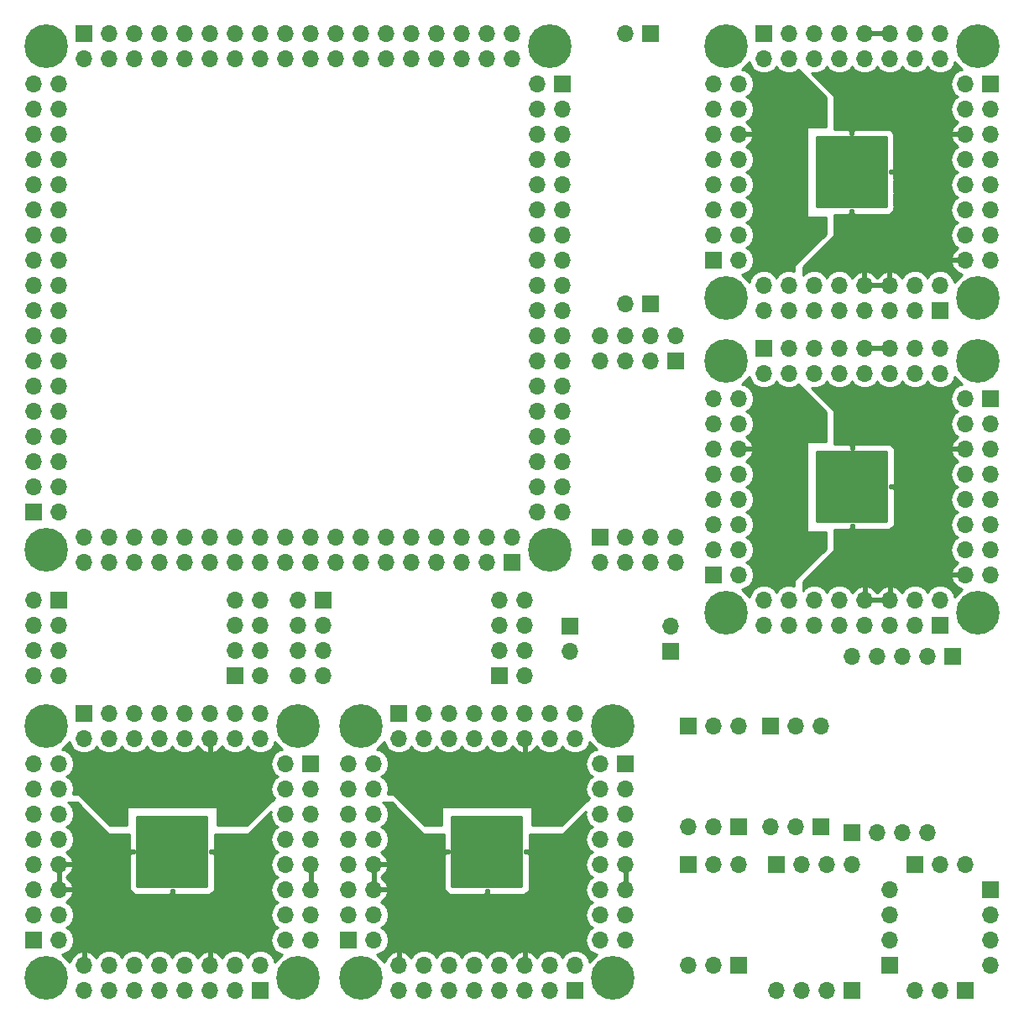
<source format=gbr>
G04 #@! TF.GenerationSoftware,KiCad,Pcbnew,5.0.2-bee76a0~70~ubuntu16.04.1*
G04 #@! TF.CreationDate,2019-05-26T13:41:25+03:00*
G04 #@! TF.ProjectId,FreeEEG32-prealpha2,46726565-4545-4473-9332-2d707265616c,rev?*
G04 #@! TF.SameCoordinates,Original*
G04 #@! TF.FileFunction,Copper,L2,Bot*
G04 #@! TF.FilePolarity,Positive*
%FSLAX46Y46*%
G04 Gerber Fmt 4.6, Leading zero omitted, Abs format (unit mm)*
G04 Created by KiCad (PCBNEW 5.0.2-bee76a0~70~ubuntu16.04.1) date Вс 26 май 2019 13:41:25*
%MOMM*%
%LPD*%
G01*
G04 APERTURE LIST*
G04 #@! TA.AperFunction,Conductor*
%ADD10C,0.100000*%
G04 #@! TD*
G04 #@! TA.AperFunction,Conductor*
%ADD11C,7.300000*%
G04 #@! TD*
G04 #@! TA.AperFunction,ViaPad*
%ADD12C,0.500000*%
G04 #@! TD*
G04 #@! TA.AperFunction,ComponentPad*
%ADD13O,1.700000X1.700000*%
G04 #@! TD*
G04 #@! TA.AperFunction,ComponentPad*
%ADD14R,1.700000X1.700000*%
G04 #@! TD*
G04 #@! TA.AperFunction,ComponentPad*
%ADD15C,4.400000*%
G04 #@! TD*
G04 #@! TA.AperFunction,Conductor*
%ADD16C,0.254000*%
G04 #@! TD*
G04 APERTURE END LIST*
D10*
G04 #@! TO.N,AVSS*
G04 #@! TO.C,U3*
G36*
X37697995Y37938796D02*
X37722263Y37935196D01*
X37746062Y37929235D01*
X37769162Y37920970D01*
X37791341Y37910480D01*
X37812384Y37897867D01*
X37832090Y37883252D01*
X37850269Y37866776D01*
X37866745Y37848597D01*
X37881360Y37828891D01*
X37893973Y37807848D01*
X37904463Y37785669D01*
X37912728Y37762569D01*
X37918689Y37738770D01*
X37922289Y37714502D01*
X37923493Y37689997D01*
X37923493Y30890003D01*
X37922289Y30865498D01*
X37918689Y30841230D01*
X37912728Y30817431D01*
X37904463Y30794331D01*
X37893973Y30772152D01*
X37881360Y30751109D01*
X37866745Y30731403D01*
X37850269Y30713224D01*
X37832090Y30696748D01*
X37812384Y30682133D01*
X37791341Y30669520D01*
X37769162Y30659030D01*
X37746062Y30650765D01*
X37722263Y30644804D01*
X37697995Y30641204D01*
X37673490Y30640000D01*
X30873496Y30640000D01*
X30848991Y30641204D01*
X30824723Y30644804D01*
X30800924Y30650765D01*
X30777824Y30659030D01*
X30755645Y30669520D01*
X30734602Y30682133D01*
X30714896Y30696748D01*
X30696717Y30713224D01*
X30680241Y30731403D01*
X30665626Y30751109D01*
X30653013Y30772152D01*
X30642523Y30794331D01*
X30634258Y30817431D01*
X30628297Y30841230D01*
X30624697Y30865498D01*
X30623493Y30890003D01*
X30623493Y37689997D01*
X30624697Y37714502D01*
X30628297Y37738770D01*
X30634258Y37762569D01*
X30642523Y37785669D01*
X30653013Y37807848D01*
X30665626Y37828891D01*
X30680241Y37848597D01*
X30696717Y37866776D01*
X30714896Y37883252D01*
X30734602Y37897867D01*
X30755645Y37910480D01*
X30777824Y37920970D01*
X30800924Y37929235D01*
X30824723Y37935196D01*
X30848991Y37938796D01*
X30873496Y37940000D01*
X37673490Y37940000D01*
X37697995Y37938796D01*
X37697995Y37938796D01*
G37*
D11*
X34273493Y34290000D03*
D12*
X30873493Y30890000D03*
X30873493Y32250000D03*
X30873493Y33610000D03*
X30873493Y34970000D03*
X30873493Y36330000D03*
X30873493Y37690000D03*
X32233493Y30890000D03*
X32233493Y32250000D03*
X32233493Y33610000D03*
X32233493Y34970000D03*
X32233493Y36330000D03*
X32233493Y37690000D03*
X33593493Y30890000D03*
X33593493Y32250000D03*
X33593493Y33610000D03*
X33593493Y34970000D03*
X33593493Y36330000D03*
X33593493Y37690000D03*
X34953493Y30890000D03*
X34953493Y32250000D03*
X34953493Y33610000D03*
X34953493Y34970000D03*
X34953493Y36330000D03*
X34953493Y37690000D03*
X36313493Y30890000D03*
X36313493Y32250000D03*
X36313493Y33610000D03*
X36313493Y34970000D03*
X36313493Y36330000D03*
X36313493Y37690000D03*
X37673493Y30890000D03*
X37673493Y32250000D03*
X37673493Y33610000D03*
X37673493Y34970000D03*
X37673493Y36330000D03*
X37673493Y37690000D03*
G04 #@! TD*
D10*
G04 #@! TO.N,AVSS*
G04 #@! TO.C,U2*
G36*
X884502Y-30641204D02*
X908770Y-30644804D01*
X932569Y-30650765D01*
X955669Y-30659030D01*
X977848Y-30669520D01*
X998891Y-30682133D01*
X1018597Y-30696748D01*
X1036776Y-30713224D01*
X1053252Y-30731403D01*
X1067867Y-30751109D01*
X1080480Y-30772152D01*
X1090970Y-30794331D01*
X1099235Y-30817431D01*
X1105196Y-30841230D01*
X1108796Y-30865498D01*
X1110000Y-30890003D01*
X1110000Y-37689997D01*
X1108796Y-37714502D01*
X1105196Y-37738770D01*
X1099235Y-37762569D01*
X1090970Y-37785669D01*
X1080480Y-37807848D01*
X1067867Y-37828891D01*
X1053252Y-37848597D01*
X1036776Y-37866776D01*
X1018597Y-37883252D01*
X998891Y-37897867D01*
X977848Y-37910480D01*
X955669Y-37920970D01*
X932569Y-37929235D01*
X908770Y-37935196D01*
X884502Y-37938796D01*
X859997Y-37940000D01*
X-5939997Y-37940000D01*
X-5964502Y-37938796D01*
X-5988770Y-37935196D01*
X-6012569Y-37929235D01*
X-6035669Y-37920970D01*
X-6057848Y-37910480D01*
X-6078891Y-37897867D01*
X-6098597Y-37883252D01*
X-6116776Y-37866776D01*
X-6133252Y-37848597D01*
X-6147867Y-37828891D01*
X-6160480Y-37807848D01*
X-6170970Y-37785669D01*
X-6179235Y-37762569D01*
X-6185196Y-37738770D01*
X-6188796Y-37714502D01*
X-6190000Y-37689997D01*
X-6190000Y-30890003D01*
X-6188796Y-30865498D01*
X-6185196Y-30841230D01*
X-6179235Y-30817431D01*
X-6170970Y-30794331D01*
X-6160480Y-30772152D01*
X-6147867Y-30751109D01*
X-6133252Y-30731403D01*
X-6116776Y-30713224D01*
X-6098597Y-30696748D01*
X-6078891Y-30682133D01*
X-6057848Y-30669520D01*
X-6035669Y-30659030D01*
X-6012569Y-30650765D01*
X-5988770Y-30644804D01*
X-5964502Y-30641204D01*
X-5939997Y-30640000D01*
X859997Y-30640000D01*
X884502Y-30641204D01*
X884502Y-30641204D01*
G37*
D11*
X-2540000Y-34290000D03*
D12*
X-5940000Y-30890000D03*
X-4580000Y-30890000D03*
X-3220000Y-30890000D03*
X-1860000Y-30890000D03*
X-500000Y-30890000D03*
X860000Y-30890000D03*
X-5940000Y-32250000D03*
X-4580000Y-32250000D03*
X-3220000Y-32250000D03*
X-1860000Y-32250000D03*
X-500000Y-32250000D03*
X860000Y-32250000D03*
X-5940000Y-33610000D03*
X-4580000Y-33610000D03*
X-3220000Y-33610000D03*
X-1860000Y-33610000D03*
X-500000Y-33610000D03*
X860000Y-33610000D03*
X-5940000Y-34970000D03*
X-4580000Y-34970000D03*
X-3220000Y-34970000D03*
X-1860000Y-34970000D03*
X-500000Y-34970000D03*
X860000Y-34970000D03*
X-5940000Y-36330000D03*
X-4580000Y-36330000D03*
X-3220000Y-36330000D03*
X-1860000Y-36330000D03*
X-500000Y-36330000D03*
X860000Y-36330000D03*
X-5940000Y-37690000D03*
X-4580000Y-37690000D03*
X-3220000Y-37690000D03*
X-1860000Y-37690000D03*
X-500000Y-37690000D03*
X860000Y-37690000D03*
G04 #@! TD*
D10*
G04 #@! TO.N,AVSS*
G04 #@! TO.C,U1*
G36*
X-30865498Y-30641204D02*
X-30841230Y-30644804D01*
X-30817431Y-30650765D01*
X-30794331Y-30659030D01*
X-30772152Y-30669520D01*
X-30751109Y-30682133D01*
X-30731403Y-30696748D01*
X-30713224Y-30713224D01*
X-30696748Y-30731403D01*
X-30682133Y-30751109D01*
X-30669520Y-30772152D01*
X-30659030Y-30794331D01*
X-30650765Y-30817431D01*
X-30644804Y-30841230D01*
X-30641204Y-30865498D01*
X-30640000Y-30890003D01*
X-30640000Y-37689997D01*
X-30641204Y-37714502D01*
X-30644804Y-37738770D01*
X-30650765Y-37762569D01*
X-30659030Y-37785669D01*
X-30669520Y-37807848D01*
X-30682133Y-37828891D01*
X-30696748Y-37848597D01*
X-30713224Y-37866776D01*
X-30731403Y-37883252D01*
X-30751109Y-37897867D01*
X-30772152Y-37910480D01*
X-30794331Y-37920970D01*
X-30817431Y-37929235D01*
X-30841230Y-37935196D01*
X-30865498Y-37938796D01*
X-30890003Y-37940000D01*
X-37689997Y-37940000D01*
X-37714502Y-37938796D01*
X-37738770Y-37935196D01*
X-37762569Y-37929235D01*
X-37785669Y-37920970D01*
X-37807848Y-37910480D01*
X-37828891Y-37897867D01*
X-37848597Y-37883252D01*
X-37866776Y-37866776D01*
X-37883252Y-37848597D01*
X-37897867Y-37828891D01*
X-37910480Y-37807848D01*
X-37920970Y-37785669D01*
X-37929235Y-37762569D01*
X-37935196Y-37738770D01*
X-37938796Y-37714502D01*
X-37940000Y-37689997D01*
X-37940000Y-30890003D01*
X-37938796Y-30865498D01*
X-37935196Y-30841230D01*
X-37929235Y-30817431D01*
X-37920970Y-30794331D01*
X-37910480Y-30772152D01*
X-37897867Y-30751109D01*
X-37883252Y-30731403D01*
X-37866776Y-30713224D01*
X-37848597Y-30696748D01*
X-37828891Y-30682133D01*
X-37807848Y-30669520D01*
X-37785669Y-30659030D01*
X-37762569Y-30650765D01*
X-37738770Y-30644804D01*
X-37714502Y-30641204D01*
X-37689997Y-30640000D01*
X-30890003Y-30640000D01*
X-30865498Y-30641204D01*
X-30865498Y-30641204D01*
G37*
D11*
X-34290000Y-34290000D03*
D12*
X-37690000Y-30890000D03*
X-36330000Y-30890000D03*
X-34970000Y-30890000D03*
X-33610000Y-30890000D03*
X-32250000Y-30890000D03*
X-30890000Y-30890000D03*
X-37690000Y-32250000D03*
X-36330000Y-32250000D03*
X-34970000Y-32250000D03*
X-33610000Y-32250000D03*
X-32250000Y-32250000D03*
X-30890000Y-32250000D03*
X-37690000Y-33610000D03*
X-36330000Y-33610000D03*
X-34970000Y-33610000D03*
X-33610000Y-33610000D03*
X-32250000Y-33610000D03*
X-30890000Y-33610000D03*
X-37690000Y-34970000D03*
X-36330000Y-34970000D03*
X-34970000Y-34970000D03*
X-33610000Y-34970000D03*
X-32250000Y-34970000D03*
X-30890000Y-34970000D03*
X-37690000Y-36330000D03*
X-36330000Y-36330000D03*
X-34970000Y-36330000D03*
X-33610000Y-36330000D03*
X-32250000Y-36330000D03*
X-30890000Y-36330000D03*
X-37690000Y-37690000D03*
X-36330000Y-37690000D03*
X-34970000Y-37690000D03*
X-33610000Y-37690000D03*
X-32250000Y-37690000D03*
X-30890000Y-37690000D03*
G04 #@! TD*
D10*
G04 #@! TO.N,AVSS*
G04 #@! TO.C,U4*
G36*
X37714502Y6188796D02*
X37738770Y6185196D01*
X37762569Y6179235D01*
X37785669Y6170970D01*
X37807848Y6160480D01*
X37828891Y6147867D01*
X37848597Y6133252D01*
X37866776Y6116776D01*
X37883252Y6098597D01*
X37897867Y6078891D01*
X37910480Y6057848D01*
X37920970Y6035669D01*
X37929235Y6012569D01*
X37935196Y5988770D01*
X37938796Y5964502D01*
X37940000Y5939997D01*
X37940000Y-859997D01*
X37938796Y-884502D01*
X37935196Y-908770D01*
X37929235Y-932569D01*
X37920970Y-955669D01*
X37910480Y-977848D01*
X37897867Y-998891D01*
X37883252Y-1018597D01*
X37866776Y-1036776D01*
X37848597Y-1053252D01*
X37828891Y-1067867D01*
X37807848Y-1080480D01*
X37785669Y-1090970D01*
X37762569Y-1099235D01*
X37738770Y-1105196D01*
X37714502Y-1108796D01*
X37689997Y-1110000D01*
X30890003Y-1110000D01*
X30865498Y-1108796D01*
X30841230Y-1105196D01*
X30817431Y-1099235D01*
X30794331Y-1090970D01*
X30772152Y-1080480D01*
X30751109Y-1067867D01*
X30731403Y-1053252D01*
X30713224Y-1036776D01*
X30696748Y-1018597D01*
X30682133Y-998891D01*
X30669520Y-977848D01*
X30659030Y-955669D01*
X30650765Y-932569D01*
X30644804Y-908770D01*
X30641204Y-884502D01*
X30640000Y-859997D01*
X30640000Y5939997D01*
X30641204Y5964502D01*
X30644804Y5988770D01*
X30650765Y6012569D01*
X30659030Y6035669D01*
X30669520Y6057848D01*
X30682133Y6078891D01*
X30696748Y6098597D01*
X30713224Y6116776D01*
X30731403Y6133252D01*
X30751109Y6147867D01*
X30772152Y6160480D01*
X30794331Y6170970D01*
X30817431Y6179235D01*
X30841230Y6185196D01*
X30865498Y6188796D01*
X30890003Y6190000D01*
X37689997Y6190000D01*
X37714502Y6188796D01*
X37714502Y6188796D01*
G37*
D11*
X34290000Y2540000D03*
D12*
X30890000Y-860000D03*
X30890000Y500000D03*
X30890000Y1860000D03*
X30890000Y3220000D03*
X30890000Y4580000D03*
X30890000Y5940000D03*
X32250000Y-860000D03*
X32250000Y500000D03*
X32250000Y1860000D03*
X32250000Y3220000D03*
X32250000Y4580000D03*
X32250000Y5940000D03*
X33610000Y-860000D03*
X33610000Y500000D03*
X33610000Y1860000D03*
X33610000Y3220000D03*
X33610000Y4580000D03*
X33610000Y5940000D03*
X34970000Y-860000D03*
X34970000Y500000D03*
X34970000Y1860000D03*
X34970000Y3220000D03*
X34970000Y4580000D03*
X34970000Y5940000D03*
X36330000Y-860000D03*
X36330000Y500000D03*
X36330000Y1860000D03*
X36330000Y3220000D03*
X36330000Y4580000D03*
X36330000Y5940000D03*
X37690000Y-860000D03*
X37690000Y500000D03*
X37690000Y1860000D03*
X37690000Y3220000D03*
X37690000Y4580000D03*
X37690000Y5940000D03*
G04 #@! TD*
D13*
G04 #@! TO.P,J17,3*
G04 #@! TO.N,/VDD/1*
X22860150Y-21590430D03*
G04 #@! TO.P,J17,2*
G04 #@! TO.N,/VDD/2*
X20320150Y-21590430D03*
D14*
G04 #@! TO.P,J17,1*
G04 #@! TO.N,/VDD/3*
X17780150Y-21590430D03*
G04 #@! TD*
D13*
G04 #@! TO.P,J39,8*
G04 #@! TO.N,/ISO1/8*
X-48260000Y-16510000D03*
G04 #@! TO.P,J39,7*
G04 #@! TO.N,/ISO1/7*
X-45720000Y-16510000D03*
G04 #@! TO.P,J39,6*
G04 #@! TO.N,/ISO1/6*
X-48260000Y-13970000D03*
G04 #@! TO.P,J39,5*
G04 #@! TO.N,/ISO1/5*
X-45720000Y-13970000D03*
G04 #@! TO.P,J39,4*
G04 #@! TO.N,/ISO1/4*
X-48260000Y-11430000D03*
G04 #@! TO.P,J39,3*
G04 #@! TO.N,/ISO1/3*
X-45720000Y-11430000D03*
G04 #@! TO.P,J39,2*
G04 #@! TO.N,/ISO1/2*
X-48260000Y-8890000D03*
D14*
G04 #@! TO.P,J39,1*
G04 #@! TO.N,/ISO1/1*
X-45720000Y-8890000D03*
G04 #@! TD*
G04 #@! TO.P,J40,1*
G04 #@! TO.N,/ISO1/10*
X-27940000Y-16510000D03*
D13*
G04 #@! TO.P,J40,2*
G04 #@! TO.N,/ISO1/9*
X-25400000Y-16510000D03*
G04 #@! TO.P,J40,3*
G04 #@! TO.N,/ISO1/12*
X-27940000Y-13970000D03*
G04 #@! TO.P,J40,4*
G04 #@! TO.N,/ISO1/11*
X-25400000Y-13970000D03*
G04 #@! TO.P,J40,5*
G04 #@! TO.N,/ISO1/14*
X-27940000Y-11430000D03*
G04 #@! TO.P,J40,6*
G04 #@! TO.N,/ISO1/13*
X-25400000Y-11430000D03*
G04 #@! TO.P,J40,7*
G04 #@! TO.N,/ISO1/16*
X-27940000Y-8890000D03*
G04 #@! TO.P,J40,8*
G04 #@! TO.N,/ISO1/15*
X-25400000Y-8890000D03*
G04 #@! TD*
D14*
G04 #@! TO.P,J41,1*
G04 #@! TO.N,/ISO2/1*
X-19050000Y-8890000D03*
D13*
G04 #@! TO.P,J41,2*
G04 #@! TO.N,/ISO2/2*
X-21590000Y-8890000D03*
G04 #@! TO.P,J41,3*
G04 #@! TO.N,/ISO2/3*
X-19050000Y-11430000D03*
G04 #@! TO.P,J41,4*
G04 #@! TO.N,/ISO2/4*
X-21590000Y-11430000D03*
G04 #@! TO.P,J41,5*
G04 #@! TO.N,/ISO2/5*
X-19050000Y-13970000D03*
G04 #@! TO.P,J41,6*
G04 #@! TO.N,/ISO2/6*
X-21590000Y-13970000D03*
G04 #@! TO.P,J41,7*
G04 #@! TO.N,/ISO2/7*
X-19050000Y-16510000D03*
G04 #@! TO.P,J41,8*
G04 #@! TO.N,/ISO2/8*
X-21590000Y-16510000D03*
G04 #@! TD*
G04 #@! TO.P,J42,8*
G04 #@! TO.N,/ISO2/15*
X1270000Y-8890000D03*
G04 #@! TO.P,J42,7*
G04 #@! TO.N,/ISO2/16*
X-1270000Y-8890000D03*
G04 #@! TO.P,J42,6*
G04 #@! TO.N,/ISO2/13*
X1270000Y-11430000D03*
G04 #@! TO.P,J42,5*
G04 #@! TO.N,/ISO2/14*
X-1270000Y-11430000D03*
G04 #@! TO.P,J42,4*
G04 #@! TO.N,/ISO2/11*
X1270000Y-13970000D03*
G04 #@! TO.P,J42,3*
G04 #@! TO.N,/ISO2/12*
X-1270000Y-13970000D03*
G04 #@! TO.P,J42,2*
G04 #@! TO.N,/ISO2/9*
X1270000Y-16510000D03*
D14*
G04 #@! TO.P,J42,1*
G04 #@! TO.N,/ISO2/10*
X-1270000Y-16510000D03*
G04 #@! TD*
G04 #@! TO.P,J22,1*
G04 #@! TO.N,/REF/8*
X26670000Y-35560000D03*
D13*
G04 #@! TO.P,J22,2*
G04 #@! TO.N,/REF/7*
X29210000Y-35560000D03*
G04 #@! TO.P,J22,3*
G04 #@! TO.N,/REF/6*
X31750000Y-35560000D03*
G04 #@! TO.P,J22,4*
G04 #@! TO.N,/REF/5*
X34290000Y-35560000D03*
G04 #@! TD*
G04 #@! TO.P,J16,16*
G04 #@! TO.N,AVSS*
X45720000Y-6350000D03*
G04 #@! TO.P,J16,15*
G04 #@! TO.N,/ADC4/49*
X48260000Y-6350000D03*
G04 #@! TO.P,J16,14*
G04 #@! TO.N,/ADC4/52*
X45720000Y-3810000D03*
G04 #@! TO.P,J16,13*
G04 #@! TO.N,/ADC4/51*
X48260000Y-3810000D03*
G04 #@! TO.P,J16,12*
G04 #@! TO.N,/ADC4/54*
X45720000Y-1270000D03*
G04 #@! TO.P,J16,11*
G04 #@! TO.N,AVSS*
X48260000Y-1270000D03*
G04 #@! TO.P,J16,10*
G04 #@! TO.N,/ADC4/56*
X45720000Y1270000D03*
G04 #@! TO.P,J16,9*
G04 #@! TO.N,/ADC4/55*
X48260000Y1270000D03*
G04 #@! TO.P,J16,8*
G04 #@! TO.N,/ADC4/58*
X45720000Y3810000D03*
G04 #@! TO.P,J16,7*
G04 #@! TO.N,/ADC4/57*
X48260000Y3810000D03*
G04 #@! TO.P,J16,6*
G04 #@! TO.N,AVSS*
X45720000Y6350000D03*
G04 #@! TO.P,J16,5*
G04 #@! TO.N,/ADC4/59*
X48260000Y6350000D03*
G04 #@! TO.P,J16,4*
G04 #@! TO.N,/ADC4/62*
X45720000Y8890000D03*
G04 #@! TO.P,J16,3*
G04 #@! TO.N,AVSS*
X48260000Y8890000D03*
G04 #@! TO.P,J16,2*
G04 #@! TO.N,/ADC4/64*
X45720000Y11430000D03*
D14*
G04 #@! TO.P,J16,1*
G04 #@! TO.N,/ADC4/63*
X48260000Y11430000D03*
G04 #@! TD*
D13*
G04 #@! TO.P,J43,8*
G04 #@! TO.N,/ISO3/8*
X8890000Y17780000D03*
G04 #@! TO.P,J43,7*
G04 #@! TO.N,/ISO3/7*
X8890000Y15240000D03*
G04 #@! TO.P,J43,6*
G04 #@! TO.N,/ISO3/6*
X11430000Y17780000D03*
G04 #@! TO.P,J43,5*
G04 #@! TO.N,/ISO3/5*
X11430000Y15240000D03*
G04 #@! TO.P,J43,4*
G04 #@! TO.N,/ISO3/4*
X13970000Y17780000D03*
G04 #@! TO.P,J43,3*
G04 #@! TO.N,/ISO3/3*
X13970000Y15240000D03*
G04 #@! TO.P,J43,2*
G04 #@! TO.N,/ISO3/2*
X16510000Y17780000D03*
D14*
G04 #@! TO.P,J43,1*
G04 #@! TO.N,/ISO3/1*
X16510000Y15240000D03*
G04 #@! TD*
G04 #@! TO.P,J44,1*
G04 #@! TO.N,/ISO3/10*
X8890000Y-2540000D03*
D13*
G04 #@! TO.P,J44,2*
G04 #@! TO.N,/ISO3/9*
X8890000Y-5080000D03*
G04 #@! TO.P,J44,3*
G04 #@! TO.N,/ISO3/12*
X11430000Y-2540000D03*
G04 #@! TO.P,J44,4*
G04 #@! TO.N,/ISO3/11*
X11430000Y-5080000D03*
G04 #@! TO.P,J44,5*
G04 #@! TO.N,/ISO3/14*
X13970000Y-2540000D03*
G04 #@! TO.P,J44,6*
G04 #@! TO.N,/ISO3/13*
X13970000Y-5080000D03*
G04 #@! TO.P,J44,7*
G04 #@! TO.N,/ISO3/16*
X16510000Y-2540000D03*
G04 #@! TO.P,J44,8*
G04 #@! TO.N,/ISO3/15*
X16510000Y-5080000D03*
G04 #@! TD*
D14*
G04 #@! TO.P,J21,1*
G04 #@! TO.N,/REF/4*
X34290000Y-48260000D03*
D13*
G04 #@! TO.P,J21,2*
G04 #@! TO.N,/REF/3*
X31750000Y-48260000D03*
G04 #@! TO.P,J21,3*
G04 #@! TO.N,/REF/2*
X29210000Y-48260000D03*
G04 #@! TO.P,J21,4*
G04 #@! TO.N,/REF/1*
X26670000Y-48260000D03*
G04 #@! TD*
G04 #@! TO.P,J30,3*
G04 #@! TO.N,/AVDD/4*
X31115000Y-21590000D03*
G04 #@! TO.P,J30,2*
G04 #@! TO.N,Net-(J30-Pad2)*
X28575000Y-21590000D03*
D14*
G04 #@! TO.P,J30,1*
G04 #@! TO.N,/AVDD/5*
X26035000Y-21590000D03*
G04 #@! TD*
D13*
G04 #@! TO.P,J29,3*
G04 #@! TO.N,/AVDD/1*
X26035000Y-31750000D03*
G04 #@! TO.P,J29,2*
G04 #@! TO.N,/AVDD/2*
X28575000Y-31750000D03*
D14*
G04 #@! TO.P,J29,1*
G04 #@! TO.N,/AVDD/3*
X31115000Y-31750000D03*
G04 #@! TD*
D13*
G04 #@! TO.P,J19,3*
G04 #@! TO.N,/IOVDD/1*
X22860150Y-35560430D03*
G04 #@! TO.P,J19,2*
G04 #@! TO.N,/IOVDD/2*
X20320150Y-35560430D03*
D14*
G04 #@! TO.P,J19,1*
G04 #@! TO.N,/IOVDD/3*
X17780150Y-35560430D03*
G04 #@! TD*
D13*
G04 #@! TO.P,J20,3*
G04 #@! TO.N,/IOVDD/4*
X17780150Y-45720431D03*
G04 #@! TO.P,J20,2*
G04 #@! TO.N,Net-(J20-Pad2)*
X20320150Y-45720431D03*
D14*
G04 #@! TO.P,J20,1*
G04 #@! TO.N,/IOVDD/5*
X22860150Y-45720431D03*
G04 #@! TD*
D13*
G04 #@! TO.P,J18,3*
G04 #@! TO.N,/VDD/4*
X17780150Y-31750429D03*
G04 #@! TO.P,J18,2*
G04 #@! TO.N,Net-(J18-Pad2)*
X20320150Y-31750429D03*
D14*
G04 #@! TO.P,J18,1*
G04 #@! TO.N,/VDD/5*
X22860150Y-31750429D03*
G04 #@! TD*
G04 #@! TO.P,J23,1*
G04 #@! TO.N,/CRYSTAL/3*
X16009089Y-14083353D03*
D13*
G04 #@! TO.P,J23,2*
G04 #@! TO.N,/CRYSTAL/4*
X16009089Y-11543353D03*
G04 #@! TD*
D14*
G04 #@! TO.P,J24,1*
G04 #@! TO.N,/CRYSTAL/1*
X5849089Y-11543353D03*
D13*
G04 #@! TO.P,J24,2*
G04 #@! TO.N,/CRYSTAL/2*
X5849089Y-14083353D03*
G04 #@! TD*
G04 #@! TO.P,J5,16*
G04 #@! TO.N,/ADC2/2*
X8890000Y-43180000D03*
G04 #@! TO.P,J5,15*
G04 #@! TO.N,/ADC2/1*
X11430000Y-43180000D03*
G04 #@! TO.P,J5,14*
G04 #@! TO.N,/ADC2/4*
X8890000Y-40640000D03*
G04 #@! TO.P,J5,13*
G04 #@! TO.N,/ADC2/3*
X11430000Y-40640000D03*
G04 #@! TO.P,J5,12*
G04 #@! TO.N,/ADC2/6*
X8890000Y-38100000D03*
G04 #@! TO.P,J5,11*
G04 #@! TO.N,AVSS*
X11430000Y-38100000D03*
G04 #@! TO.P,J5,10*
G04 #@! TO.N,/ADC2/8*
X8890000Y-35560000D03*
G04 #@! TO.P,J5,9*
G04 #@! TO.N,AVSS*
X11430000Y-35560000D03*
G04 #@! TO.P,J5,8*
G04 #@! TO.N,/ADC2/10*
X8890000Y-33020000D03*
G04 #@! TO.P,J5,7*
G04 #@! TO.N,/ADC2/9*
X11430000Y-33020000D03*
G04 #@! TO.P,J5,6*
G04 #@! TO.N,/ADC2/12*
X8890000Y-30480000D03*
G04 #@! TO.P,J5,5*
G04 #@! TO.N,/ADC2/11*
X11430000Y-30480000D03*
G04 #@! TO.P,J5,4*
G04 #@! TO.N,/ADC2/14*
X8890000Y-27940000D03*
G04 #@! TO.P,J5,3*
G04 #@! TO.N,/ADC2/13*
X11430000Y-27940000D03*
G04 #@! TO.P,J5,2*
G04 #@! TO.N,/ADC2/16*
X8890000Y-25400000D03*
D14*
G04 #@! TO.P,J5,1*
G04 #@! TO.N,/ADC2/15*
X11430000Y-25400000D03*
G04 #@! TD*
D13*
G04 #@! TO.P,J6,16*
G04 #@! TO.N,/ADC2/18*
X6350000Y-22860000D03*
G04 #@! TO.P,J6,15*
G04 #@! TO.N,/ADC2/17*
X6350000Y-20320000D03*
G04 #@! TO.P,J6,14*
G04 #@! TO.N,/ADC2/20*
X3810000Y-22860000D03*
G04 #@! TO.P,J6,13*
G04 #@! TO.N,/ADC2/19*
X3810000Y-20320000D03*
G04 #@! TO.P,J6,12*
G04 #@! TO.N,DGND*
X1270000Y-22860000D03*
G04 #@! TO.P,J6,11*
G04 #@! TO.N,/ADC2/21*
X1270000Y-20320000D03*
G04 #@! TO.P,J6,10*
G04 #@! TO.N,/ADC2/24*
X-1270000Y-22860000D03*
G04 #@! TO.P,J6,9*
G04 #@! TO.N,/ADC2/23*
X-1270000Y-20320000D03*
G04 #@! TO.P,J6,8*
G04 #@! TO.N,/ADC2/26*
X-3810000Y-22860000D03*
G04 #@! TO.P,J6,7*
G04 #@! TO.N,/ADC2/25*
X-3810000Y-20320000D03*
G04 #@! TO.P,J6,6*
G04 #@! TO.N,/ADC2/28*
X-6350000Y-22860000D03*
G04 #@! TO.P,J6,5*
G04 #@! TO.N,/ADC2/27*
X-6350000Y-20320000D03*
G04 #@! TO.P,J6,4*
G04 #@! TO.N,/ADC2/30*
X-8890000Y-22860000D03*
G04 #@! TO.P,J6,3*
G04 #@! TO.N,/ADC2/29*
X-8890000Y-20320000D03*
G04 #@! TO.P,J6,2*
G04 #@! TO.N,/ADC2/32*
X-11430000Y-22860000D03*
D14*
G04 #@! TO.P,J6,1*
G04 #@! TO.N,/ADC2/31*
X-11430000Y-20320000D03*
G04 #@! TD*
D13*
G04 #@! TO.P,J7,16*
G04 #@! TO.N,/ADC2/34*
X-13970000Y-25400000D03*
G04 #@! TO.P,J7,15*
G04 #@! TO.N,/ADC2/33*
X-16510000Y-25400000D03*
G04 #@! TO.P,J7,14*
G04 #@! TO.N,/ADC2/36*
X-13970000Y-27940000D03*
G04 #@! TO.P,J7,13*
G04 #@! TO.N,/ADC2/35*
X-16510000Y-27940000D03*
G04 #@! TO.P,J7,12*
G04 #@! TO.N,/ADC2/38*
X-13970000Y-30480000D03*
G04 #@! TO.P,J7,11*
G04 #@! TO.N,/ADC2/37*
X-16510000Y-30480000D03*
G04 #@! TO.P,J7,10*
G04 #@! TO.N,/ADC2/40*
X-13970000Y-33020000D03*
G04 #@! TO.P,J7,9*
G04 #@! TO.N,/ADC2/39*
X-16510000Y-33020000D03*
G04 #@! TO.P,J7,8*
G04 #@! TO.N,AVSS*
X-13970000Y-35560000D03*
G04 #@! TO.P,J7,7*
G04 #@! TO.N,/ADC2/41*
X-16510000Y-35560000D03*
G04 #@! TO.P,J7,6*
G04 #@! TO.N,AVSS*
X-13970000Y-38100000D03*
G04 #@! TO.P,J7,5*
G04 #@! TO.N,/ADC2/43*
X-16510000Y-38100000D03*
G04 #@! TO.P,J7,4*
G04 #@! TO.N,/ADC2/46*
X-13970000Y-40640000D03*
G04 #@! TO.P,J7,3*
G04 #@! TO.N,/ADC2/45*
X-16510000Y-40640000D03*
G04 #@! TO.P,J7,2*
G04 #@! TO.N,/ADC2/48*
X-13970000Y-43180000D03*
D14*
G04 #@! TO.P,J7,1*
G04 #@! TO.N,/ADC2/47*
X-16510000Y-43180000D03*
G04 #@! TD*
D13*
G04 #@! TO.P,J8,16*
G04 #@! TO.N,AVSS*
X-11430000Y-45720000D03*
G04 #@! TO.P,J8,15*
G04 #@! TO.N,/ADC2/49*
X-11430000Y-48260000D03*
G04 #@! TO.P,J8,14*
G04 #@! TO.N,/ADC2/52*
X-8890000Y-45720000D03*
G04 #@! TO.P,J8,13*
G04 #@! TO.N,/ADC2/51*
X-8890000Y-48260000D03*
G04 #@! TO.P,J8,12*
G04 #@! TO.N,/ADC2/54*
X-6350000Y-45720000D03*
G04 #@! TO.P,J8,11*
G04 #@! TO.N,AVSS*
X-6350000Y-48260000D03*
G04 #@! TO.P,J8,10*
G04 #@! TO.N,/ADC2/56*
X-3810000Y-45720000D03*
G04 #@! TO.P,J8,9*
G04 #@! TO.N,/ADC2/55*
X-3810000Y-48260000D03*
G04 #@! TO.P,J8,8*
G04 #@! TO.N,/ADC2/58*
X-1270000Y-45720000D03*
G04 #@! TO.P,J8,7*
G04 #@! TO.N,/ADC2/57*
X-1270000Y-48260000D03*
G04 #@! TO.P,J8,6*
G04 #@! TO.N,AVSS*
X1270000Y-45720000D03*
G04 #@! TO.P,J8,5*
G04 #@! TO.N,/ADC2/59*
X1270000Y-48260000D03*
G04 #@! TO.P,J8,4*
G04 #@! TO.N,/ADC2/62*
X3810000Y-45720000D03*
G04 #@! TO.P,J8,3*
G04 #@! TO.N,AVSS*
X3810000Y-48260000D03*
G04 #@! TO.P,J8,2*
G04 #@! TO.N,/ADC2/64*
X6350000Y-45720000D03*
D14*
G04 #@! TO.P,J8,1*
G04 #@! TO.N,/ADC2/63*
X6350000Y-48260000D03*
G04 #@! TD*
D13*
G04 #@! TO.P,J15,16*
G04 #@! TO.N,/ADC4/34*
X25400000Y-8890000D03*
G04 #@! TO.P,J15,15*
G04 #@! TO.N,/ADC4/33*
X25400000Y-11430000D03*
G04 #@! TO.P,J15,14*
G04 #@! TO.N,/ADC4/36*
X27940000Y-8890000D03*
G04 #@! TO.P,J15,13*
G04 #@! TO.N,/ADC4/35*
X27940000Y-11430000D03*
G04 #@! TO.P,J15,12*
G04 #@! TO.N,/ADC4/38*
X30480000Y-8890000D03*
G04 #@! TO.P,J15,11*
G04 #@! TO.N,/ADC4/37*
X30480000Y-11430000D03*
G04 #@! TO.P,J15,10*
G04 #@! TO.N,/ADC4/40*
X33020000Y-8890000D03*
G04 #@! TO.P,J15,9*
G04 #@! TO.N,/ADC4/39*
X33020000Y-11430000D03*
G04 #@! TO.P,J15,8*
G04 #@! TO.N,AVSS*
X35560000Y-8890000D03*
G04 #@! TO.P,J15,7*
G04 #@! TO.N,/ADC4/41*
X35560000Y-11430000D03*
G04 #@! TO.P,J15,6*
G04 #@! TO.N,AVSS*
X38100000Y-8890000D03*
G04 #@! TO.P,J15,5*
G04 #@! TO.N,/ADC4/43*
X38100000Y-11430000D03*
G04 #@! TO.P,J15,4*
G04 #@! TO.N,/ADC4/46*
X40640000Y-8890000D03*
G04 #@! TO.P,J15,3*
G04 #@! TO.N,/ADC4/45*
X40640000Y-11430000D03*
G04 #@! TO.P,J15,2*
G04 #@! TO.N,/ADC4/48*
X43180000Y-8890000D03*
D14*
G04 #@! TO.P,J15,1*
G04 #@! TO.N,/ADC4/47*
X43180000Y-11430000D03*
G04 #@! TD*
D13*
G04 #@! TO.P,J14,16*
G04 #@! TO.N,/ADC4/18*
X22860000Y11430000D03*
G04 #@! TO.P,J14,15*
G04 #@! TO.N,/ADC4/17*
X20320000Y11430000D03*
G04 #@! TO.P,J14,14*
G04 #@! TO.N,/ADC4/20*
X22860000Y8890000D03*
G04 #@! TO.P,J14,13*
G04 #@! TO.N,/ADC4/19*
X20320000Y8890000D03*
G04 #@! TO.P,J14,12*
G04 #@! TO.N,DGND*
X22860000Y6350000D03*
G04 #@! TO.P,J14,11*
G04 #@! TO.N,/ADC4/21*
X20320000Y6350000D03*
G04 #@! TO.P,J14,10*
G04 #@! TO.N,/ADC4/24*
X22860000Y3810000D03*
G04 #@! TO.P,J14,9*
G04 #@! TO.N,/ADC4/23*
X20320000Y3810000D03*
G04 #@! TO.P,J14,8*
G04 #@! TO.N,/ADC4/26*
X22860000Y1270000D03*
G04 #@! TO.P,J14,7*
G04 #@! TO.N,/ADC4/25*
X20320000Y1270000D03*
G04 #@! TO.P,J14,6*
G04 #@! TO.N,/ADC4/28*
X22860000Y-1270000D03*
G04 #@! TO.P,J14,5*
G04 #@! TO.N,/ADC4/27*
X20320000Y-1270000D03*
G04 #@! TO.P,J14,4*
G04 #@! TO.N,/ADC4/30*
X22860000Y-3810000D03*
G04 #@! TO.P,J14,3*
G04 #@! TO.N,/ADC4/29*
X20320000Y-3810000D03*
G04 #@! TO.P,J14,2*
G04 #@! TO.N,/ADC4/32*
X22860000Y-6350000D03*
D14*
G04 #@! TO.P,J14,1*
G04 #@! TO.N,/ADC4/31*
X20320000Y-6350000D03*
G04 #@! TD*
D13*
G04 #@! TO.P,J13,16*
G04 #@! TO.N,/ADC4/2*
X43180000Y13970000D03*
G04 #@! TO.P,J13,15*
G04 #@! TO.N,/ADC4/1*
X43180000Y16510000D03*
G04 #@! TO.P,J13,14*
G04 #@! TO.N,/ADC4/4*
X40640000Y13970000D03*
G04 #@! TO.P,J13,13*
G04 #@! TO.N,/ADC4/3*
X40640000Y16510000D03*
G04 #@! TO.P,J13,12*
G04 #@! TO.N,/ADC4/6*
X38100000Y13970000D03*
G04 #@! TO.P,J13,11*
G04 #@! TO.N,AVSS*
X38100000Y16510000D03*
G04 #@! TO.P,J13,10*
G04 #@! TO.N,/ADC4/8*
X35560000Y13970000D03*
G04 #@! TO.P,J13,9*
G04 #@! TO.N,AVSS*
X35560000Y16510000D03*
G04 #@! TO.P,J13,8*
G04 #@! TO.N,/ADC4/10*
X33020000Y13970000D03*
G04 #@! TO.P,J13,7*
G04 #@! TO.N,/ADC4/9*
X33020000Y16510000D03*
G04 #@! TO.P,J13,6*
G04 #@! TO.N,/ADC4/12*
X30480000Y13970000D03*
G04 #@! TO.P,J13,5*
G04 #@! TO.N,/ADC4/11*
X30480000Y16510000D03*
G04 #@! TO.P,J13,4*
G04 #@! TO.N,/ADC4/14*
X27940000Y13970000D03*
G04 #@! TO.P,J13,3*
G04 #@! TO.N,/ADC4/13*
X27940000Y16510000D03*
G04 #@! TO.P,J13,2*
G04 #@! TO.N,/ADC4/16*
X25400000Y13970000D03*
D14*
G04 #@! TO.P,J13,1*
G04 #@! TO.N,/ADC4/15*
X25400000Y16510000D03*
G04 #@! TD*
D13*
G04 #@! TO.P,J11,16*
G04 #@! TO.N,/ADC3/34*
X25383494Y22860000D03*
G04 #@! TO.P,J11,15*
G04 #@! TO.N,/ADC3/33*
X25383494Y20320000D03*
G04 #@! TO.P,J11,14*
G04 #@! TO.N,/ADC3/36*
X27923494Y22860000D03*
G04 #@! TO.P,J11,13*
G04 #@! TO.N,/ADC3/35*
X27923494Y20320000D03*
G04 #@! TO.P,J11,12*
G04 #@! TO.N,/ADC3/38*
X30463494Y22860000D03*
G04 #@! TO.P,J11,11*
G04 #@! TO.N,/ADC3/37*
X30463494Y20320000D03*
G04 #@! TO.P,J11,10*
G04 #@! TO.N,/ADC3/40*
X33003494Y22860000D03*
G04 #@! TO.P,J11,9*
G04 #@! TO.N,/ADC3/39*
X33003494Y20320000D03*
G04 #@! TO.P,J11,8*
G04 #@! TO.N,AVSS*
X35543494Y22860000D03*
G04 #@! TO.P,J11,7*
G04 #@! TO.N,/ADC3/41*
X35543494Y20320000D03*
G04 #@! TO.P,J11,6*
G04 #@! TO.N,AVSS*
X38083494Y22860000D03*
G04 #@! TO.P,J11,5*
G04 #@! TO.N,/ADC3/43*
X38083494Y20320000D03*
G04 #@! TO.P,J11,4*
G04 #@! TO.N,/ADC3/46*
X40623494Y22860000D03*
G04 #@! TO.P,J11,3*
G04 #@! TO.N,/ADC3/45*
X40623494Y20320000D03*
G04 #@! TO.P,J11,2*
G04 #@! TO.N,/ADC3/48*
X43163494Y22860000D03*
D14*
G04 #@! TO.P,J11,1*
G04 #@! TO.N,/ADC3/47*
X43163494Y20320000D03*
G04 #@! TD*
D13*
G04 #@! TO.P,J9,16*
G04 #@! TO.N,/ADC3/2*
X43180000Y45720000D03*
G04 #@! TO.P,J9,15*
G04 #@! TO.N,/ADC3/1*
X43180000Y48260000D03*
G04 #@! TO.P,J9,14*
G04 #@! TO.N,/ADC3/4*
X40640000Y45720000D03*
G04 #@! TO.P,J9,13*
G04 #@! TO.N,/ADC3/3*
X40640000Y48260000D03*
G04 #@! TO.P,J9,12*
G04 #@! TO.N,/ADC3/6*
X38100000Y45720000D03*
G04 #@! TO.P,J9,11*
G04 #@! TO.N,AVSS*
X38100000Y48260000D03*
G04 #@! TO.P,J9,10*
G04 #@! TO.N,/ADC3/8*
X35560000Y45720000D03*
G04 #@! TO.P,J9,9*
G04 #@! TO.N,AVSS*
X35560000Y48260000D03*
G04 #@! TO.P,J9,8*
G04 #@! TO.N,/ADC3/10*
X33020000Y45720000D03*
G04 #@! TO.P,J9,7*
G04 #@! TO.N,/ADC3/9*
X33020000Y48260000D03*
G04 #@! TO.P,J9,6*
G04 #@! TO.N,/ADC3/12*
X30480000Y45720000D03*
G04 #@! TO.P,J9,5*
G04 #@! TO.N,/ADC3/11*
X30480000Y48260000D03*
G04 #@! TO.P,J9,4*
G04 #@! TO.N,/ADC3/14*
X27940000Y45720000D03*
G04 #@! TO.P,J9,3*
G04 #@! TO.N,/ADC3/13*
X27940000Y48260000D03*
G04 #@! TO.P,J9,2*
G04 #@! TO.N,/ADC3/16*
X25400000Y45720000D03*
D14*
G04 #@! TO.P,J9,1*
G04 #@! TO.N,/ADC3/15*
X25400000Y48260000D03*
G04 #@! TD*
D13*
G04 #@! TO.P,J10,16*
G04 #@! TO.N,/ADC3/18*
X22860000Y43180000D03*
G04 #@! TO.P,J10,15*
G04 #@! TO.N,/ADC3/17*
X20320000Y43180000D03*
G04 #@! TO.P,J10,14*
G04 #@! TO.N,/ADC3/20*
X22860000Y40640000D03*
G04 #@! TO.P,J10,13*
G04 #@! TO.N,/ADC3/19*
X20320000Y40640000D03*
G04 #@! TO.P,J10,12*
G04 #@! TO.N,DGND*
X22860000Y38100000D03*
G04 #@! TO.P,J10,11*
G04 #@! TO.N,/ADC3/21*
X20320000Y38100000D03*
G04 #@! TO.P,J10,10*
G04 #@! TO.N,/ADC3/24*
X22860000Y35560000D03*
G04 #@! TO.P,J10,9*
G04 #@! TO.N,/ADC3/23*
X20320000Y35560000D03*
G04 #@! TO.P,J10,8*
G04 #@! TO.N,/ADC3/26*
X22860000Y33020000D03*
G04 #@! TO.P,J10,7*
G04 #@! TO.N,/ADC3/25*
X20320000Y33020000D03*
G04 #@! TO.P,J10,6*
G04 #@! TO.N,/ADC3/28*
X22860000Y30480000D03*
G04 #@! TO.P,J10,5*
G04 #@! TO.N,/ADC3/27*
X20320000Y30480000D03*
G04 #@! TO.P,J10,4*
G04 #@! TO.N,/ADC3/30*
X22860000Y27940000D03*
G04 #@! TO.P,J10,3*
G04 #@! TO.N,/ADC3/29*
X20320000Y27940000D03*
G04 #@! TO.P,J10,2*
G04 #@! TO.N,/ADC3/32*
X22860000Y25400000D03*
D14*
G04 #@! TO.P,J10,1*
G04 #@! TO.N,/ADC3/31*
X20320000Y25400000D03*
G04 #@! TD*
D13*
G04 #@! TO.P,J12,16*
G04 #@! TO.N,AVSS*
X45720000Y25400000D03*
G04 #@! TO.P,J12,15*
G04 #@! TO.N,/ADC3/49*
X48260000Y25400000D03*
G04 #@! TO.P,J12,14*
G04 #@! TO.N,/ADC3/52*
X45720000Y27940000D03*
G04 #@! TO.P,J12,13*
G04 #@! TO.N,/ADC3/51*
X48260000Y27940000D03*
G04 #@! TO.P,J12,12*
G04 #@! TO.N,/ADC3/54*
X45720000Y30480000D03*
G04 #@! TO.P,J12,11*
G04 #@! TO.N,AVSS*
X48260000Y30480000D03*
G04 #@! TO.P,J12,10*
G04 #@! TO.N,/ADC3/56*
X45720000Y33020000D03*
G04 #@! TO.P,J12,9*
G04 #@! TO.N,/ADC3/55*
X48260000Y33020000D03*
G04 #@! TO.P,J12,8*
G04 #@! TO.N,/ADC3/58*
X45720000Y35560000D03*
G04 #@! TO.P,J12,7*
G04 #@! TO.N,/ADC3/57*
X48260000Y35560000D03*
G04 #@! TO.P,J12,6*
G04 #@! TO.N,AVSS*
X45720000Y38100000D03*
G04 #@! TO.P,J12,5*
G04 #@! TO.N,/ADC3/59*
X48260000Y38100000D03*
G04 #@! TO.P,J12,4*
G04 #@! TO.N,/ADC3/62*
X45720000Y40640000D03*
G04 #@! TO.P,J12,3*
G04 #@! TO.N,AVSS*
X48260000Y40640000D03*
G04 #@! TO.P,J12,2*
G04 #@! TO.N,/ADC3/64*
X45720000Y43180000D03*
D14*
G04 #@! TO.P,J12,1*
G04 #@! TO.N,/ADC3/63*
X48260000Y43180000D03*
G04 #@! TD*
D13*
G04 #@! TO.P,J1,16*
G04 #@! TO.N,/ADC1/2*
X-22860000Y-43180000D03*
G04 #@! TO.P,J1,15*
G04 #@! TO.N,/ADC1/1*
X-20320000Y-43180000D03*
G04 #@! TO.P,J1,14*
G04 #@! TO.N,/ADC1/4*
X-22860000Y-40640000D03*
G04 #@! TO.P,J1,13*
G04 #@! TO.N,/ADC1/3*
X-20320000Y-40640000D03*
G04 #@! TO.P,J1,12*
G04 #@! TO.N,/ADC1/6*
X-22860000Y-38100000D03*
G04 #@! TO.P,J1,11*
G04 #@! TO.N,AVSS*
X-20320000Y-38100000D03*
G04 #@! TO.P,J1,10*
G04 #@! TO.N,/ADC1/8*
X-22860000Y-35560000D03*
G04 #@! TO.P,J1,9*
G04 #@! TO.N,AVSS*
X-20320000Y-35560000D03*
G04 #@! TO.P,J1,8*
G04 #@! TO.N,/ADC1/10*
X-22860000Y-33020000D03*
G04 #@! TO.P,J1,7*
G04 #@! TO.N,/ADC1/9*
X-20320000Y-33020000D03*
G04 #@! TO.P,J1,6*
G04 #@! TO.N,/ADC1/12*
X-22860000Y-30480000D03*
G04 #@! TO.P,J1,5*
G04 #@! TO.N,/ADC1/11*
X-20320000Y-30480000D03*
G04 #@! TO.P,J1,4*
G04 #@! TO.N,/ADC1/14*
X-22860000Y-27940000D03*
G04 #@! TO.P,J1,3*
G04 #@! TO.N,/ADC1/13*
X-20320000Y-27940000D03*
G04 #@! TO.P,J1,2*
G04 #@! TO.N,/ADC1/16*
X-22860000Y-25400000D03*
D14*
G04 #@! TO.P,J1,1*
G04 #@! TO.N,/ADC1/15*
X-20320000Y-25400000D03*
G04 #@! TD*
D13*
G04 #@! TO.P,J2,16*
G04 #@! TO.N,/ADC1/18*
X-25400000Y-22860000D03*
G04 #@! TO.P,J2,15*
G04 #@! TO.N,/ADC1/17*
X-25400000Y-20320000D03*
G04 #@! TO.P,J2,14*
G04 #@! TO.N,/ADC1/20*
X-27940000Y-22860000D03*
G04 #@! TO.P,J2,13*
G04 #@! TO.N,/ADC1/19*
X-27940000Y-20320000D03*
G04 #@! TO.P,J2,12*
G04 #@! TO.N,DGND*
X-30480000Y-22860000D03*
G04 #@! TO.P,J2,11*
G04 #@! TO.N,/ADC1/21*
X-30480000Y-20320000D03*
G04 #@! TO.P,J2,10*
G04 #@! TO.N,/ADC1/24*
X-33020000Y-22860000D03*
G04 #@! TO.P,J2,9*
G04 #@! TO.N,/ADC1/23*
X-33020000Y-20320000D03*
G04 #@! TO.P,J2,8*
G04 #@! TO.N,/ADC1/26*
X-35560000Y-22860000D03*
G04 #@! TO.P,J2,7*
G04 #@! TO.N,/ADC1/25*
X-35560000Y-20320000D03*
G04 #@! TO.P,J2,6*
G04 #@! TO.N,/ADC1/28*
X-38100000Y-22860000D03*
G04 #@! TO.P,J2,5*
G04 #@! TO.N,/ADC1/27*
X-38100000Y-20320000D03*
G04 #@! TO.P,J2,4*
G04 #@! TO.N,/ADC1/30*
X-40640000Y-22860000D03*
G04 #@! TO.P,J2,3*
G04 #@! TO.N,/ADC1/29*
X-40640000Y-20320000D03*
G04 #@! TO.P,J2,2*
G04 #@! TO.N,/ADC1/32*
X-43180000Y-22860000D03*
D14*
G04 #@! TO.P,J2,1*
G04 #@! TO.N,/ADC1/31*
X-43180000Y-20320000D03*
G04 #@! TD*
D13*
G04 #@! TO.P,J3,16*
G04 #@! TO.N,/ADC1/34*
X-45720000Y-25399999D03*
G04 #@! TO.P,J3,15*
G04 #@! TO.N,/ADC1/33*
X-48260000Y-25399999D03*
G04 #@! TO.P,J3,14*
G04 #@! TO.N,/ADC1/36*
X-45720000Y-27939999D03*
G04 #@! TO.P,J3,13*
G04 #@! TO.N,/ADC1/35*
X-48260000Y-27939999D03*
G04 #@! TO.P,J3,12*
G04 #@! TO.N,/ADC1/38*
X-45720000Y-30479999D03*
G04 #@! TO.P,J3,11*
G04 #@! TO.N,/ADC1/37*
X-48260000Y-30479999D03*
G04 #@! TO.P,J3,10*
G04 #@! TO.N,/ADC1/40*
X-45720000Y-33019999D03*
G04 #@! TO.P,J3,9*
G04 #@! TO.N,/ADC1/39*
X-48260000Y-33019999D03*
G04 #@! TO.P,J3,8*
G04 #@! TO.N,AVSS*
X-45720000Y-35559999D03*
G04 #@! TO.P,J3,7*
G04 #@! TO.N,/ADC1/41*
X-48260000Y-35559999D03*
G04 #@! TO.P,J3,6*
G04 #@! TO.N,AVSS*
X-45720000Y-38099999D03*
G04 #@! TO.P,J3,5*
G04 #@! TO.N,/ADC1/43*
X-48260000Y-38099999D03*
G04 #@! TO.P,J3,4*
G04 #@! TO.N,/ADC1/46*
X-45720000Y-40639999D03*
G04 #@! TO.P,J3,3*
G04 #@! TO.N,/ADC1/45*
X-48260000Y-40639999D03*
G04 #@! TO.P,J3,2*
G04 #@! TO.N,/ADC1/48*
X-45720000Y-43179999D03*
D14*
G04 #@! TO.P,J3,1*
G04 #@! TO.N,/ADC1/47*
X-48260000Y-43179999D03*
G04 #@! TD*
D13*
G04 #@! TO.P,J4,16*
G04 #@! TO.N,AVSS*
X-43180000Y-45720000D03*
G04 #@! TO.P,J4,15*
G04 #@! TO.N,/ADC1/49*
X-43180000Y-48260000D03*
G04 #@! TO.P,J4,14*
G04 #@! TO.N,/ADC1/52*
X-40640000Y-45720000D03*
G04 #@! TO.P,J4,13*
G04 #@! TO.N,/ADC1/51*
X-40640000Y-48260000D03*
G04 #@! TO.P,J4,12*
G04 #@! TO.N,/ADC1/54*
X-38100000Y-45720000D03*
G04 #@! TO.P,J4,11*
G04 #@! TO.N,AVSS*
X-38100000Y-48260000D03*
G04 #@! TO.P,J4,10*
G04 #@! TO.N,/ADC1/56*
X-35560000Y-45720000D03*
G04 #@! TO.P,J4,9*
G04 #@! TO.N,/ADC1/55*
X-35560000Y-48260000D03*
G04 #@! TO.P,J4,8*
G04 #@! TO.N,/ADC1/58*
X-33020000Y-45720000D03*
G04 #@! TO.P,J4,7*
G04 #@! TO.N,/ADC1/57*
X-33020000Y-48260000D03*
G04 #@! TO.P,J4,6*
G04 #@! TO.N,AVSS*
X-30480000Y-45720000D03*
G04 #@! TO.P,J4,5*
G04 #@! TO.N,/ADC1/59*
X-30480000Y-48260000D03*
G04 #@! TO.P,J4,4*
G04 #@! TO.N,/ADC1/62*
X-27940000Y-45720000D03*
G04 #@! TO.P,J4,3*
G04 #@! TO.N,AVSS*
X-27940000Y-48260000D03*
G04 #@! TO.P,J4,2*
G04 #@! TO.N,/ADC1/64*
X-25400000Y-45720000D03*
D14*
G04 #@! TO.P,J4,1*
G04 #@! TO.N,/ADC1/63*
X-25400000Y-48260000D03*
G04 #@! TD*
D15*
G04 #@! TO.P,REF\002A\002A,1*
G04 #@! TO.N,N/C*
X-15240000Y-46990000D03*
G04 #@! TD*
G04 #@! TO.P,REF\002A\002A,1*
G04 #@! TO.N,N/C*
X10160000Y-46990000D03*
G04 #@! TD*
G04 #@! TO.P,REF\002A\002A,1*
G04 #@! TO.N,N/C*
X10160000Y-21590000D03*
G04 #@! TD*
G04 #@! TO.P,REF\002A\002A,1*
G04 #@! TO.N,N/C*
X-15240000Y-21590000D03*
G04 #@! TD*
G04 #@! TO.P,REF\002A\002A,1*
G04 #@! TO.N,N/C*
X21590000Y15240000D03*
G04 #@! TD*
G04 #@! TO.P,REF\002A\002A,1*
G04 #@! TO.N,N/C*
X46990000Y15240000D03*
G04 #@! TD*
G04 #@! TO.P,REF\002A\002A,1*
G04 #@! TO.N,N/C*
X46990000Y-10160000D03*
G04 #@! TD*
G04 #@! TO.P,REF\002A\002A,1*
G04 #@! TO.N,N/C*
X21590000Y-10160000D03*
G04 #@! TD*
G04 #@! TO.P,REF\002A\002A,1*
G04 #@! TO.N,N/C*
X21573493Y21590000D03*
G04 #@! TD*
G04 #@! TO.P,REF\002A\002A,1*
G04 #@! TO.N,N/C*
X21573493Y46990000D03*
G04 #@! TD*
G04 #@! TO.P,REF\002A\002A,1*
G04 #@! TO.N,N/C*
X46973493Y46990000D03*
G04 #@! TD*
G04 #@! TO.P,REF\002A\002A,1*
G04 #@! TO.N,N/C*
X46973493Y21590000D03*
G04 #@! TD*
G04 #@! TO.P,REF\002A\002A,1*
G04 #@! TO.N,N/C*
X-46990000Y-46990000D03*
G04 #@! TD*
G04 #@! TO.P,REF\002A\002A,1*
G04 #@! TO.N,N/C*
X-21590000Y-46990000D03*
G04 #@! TD*
G04 #@! TO.P,REF\002A\002A,1*
G04 #@! TO.N,N/C*
X-21590000Y-21590000D03*
G04 #@! TD*
G04 #@! TO.P,REF\002A\002A,1*
G04 #@! TO.N,N/C*
X-46990000Y-21590000D03*
G04 #@! TD*
G04 #@! TO.P,REF\002A\002A,1*
G04 #@! TO.N,N/C*
X3810000Y46990000D03*
G04 #@! TD*
G04 #@! TO.P,REF\002A\002A,1*
G04 #@! TO.N,N/C*
X-46990000Y46990000D03*
G04 #@! TD*
G04 #@! TO.P,REF\002A\002A,1*
G04 #@! TO.N,N/C*
X-46990000Y-3810000D03*
G04 #@! TD*
G04 #@! TO.P,REF\002A\002A,1*
G04 #@! TO.N,N/C*
X3810000Y-3810000D03*
G04 #@! TD*
D13*
G04 #@! TO.P,J31,4*
G04 #@! TO.N,/ACCEL&GYRO/1*
X38100000Y-38100000D03*
G04 #@! TO.P,J31,3*
G04 #@! TO.N,/ACCEL&GYRO/2*
X38100000Y-40640000D03*
G04 #@! TO.P,J31,2*
G04 #@! TO.N,/ACCEL&GYRO/3*
X38100000Y-43180000D03*
D14*
G04 #@! TO.P,J31,1*
G04 #@! TO.N,/ACCEL&GYRO/4*
X38100000Y-45720000D03*
G04 #@! TD*
G04 #@! TO.P,J32,1*
G04 #@! TO.N,/ACCEL&GYRO/7*
X45720000Y-48260000D03*
D13*
G04 #@! TO.P,J32,2*
G04 #@! TO.N,/ACCEL&GYRO/6*
X43180000Y-48260000D03*
G04 #@! TO.P,J32,3*
G04 #@! TO.N,/ACCEL&GYRO/5*
X40640000Y-48260000D03*
G04 #@! TD*
G04 #@! TO.P,J33,3*
G04 #@! TO.N,/ACCEL&GYRO/12*
X45720000Y-35560000D03*
G04 #@! TO.P,J33,2*
G04 #@! TO.N,/ACCEL&GYRO/13*
X43180000Y-35560000D03*
D14*
G04 #@! TO.P,J33,1*
G04 #@! TO.N,/ACCEL&GYRO/14*
X40640000Y-35560000D03*
G04 #@! TD*
G04 #@! TO.P,J34,1*
G04 #@! TO.N,/ACCEL&GYRO/11*
X48260000Y-38100000D03*
D13*
G04 #@! TO.P,J34,2*
G04 #@! TO.N,/ACCEL&GYRO/10*
X48260000Y-40640000D03*
G04 #@! TO.P,J34,3*
G04 #@! TO.N,/ACCEL&GYRO/9*
X48260000Y-43180000D03*
G04 #@! TO.P,J34,4*
G04 #@! TO.N,/ACCEL&GYRO/8*
X48260000Y-45720000D03*
G04 #@! TD*
D14*
G04 #@! TO.P,J35,1*
G04 #@! TO.N,/POWER/1*
X13970001Y48260000D03*
D13*
G04 #@! TO.P,J35,2*
G04 #@! TO.N,/POWER/2*
X11430001Y48260000D03*
G04 #@! TD*
G04 #@! TO.P,J36,2*
G04 #@! TO.N,/POWER/4*
X11430000Y20955000D03*
D14*
G04 #@! TO.P,J36,1*
G04 #@! TO.N,/POWER/3*
X13970000Y20955000D03*
G04 #@! TD*
G04 #@! TO.P,J37,1*
G04 #@! TO.N,/SD/1*
X44450000Y-14605000D03*
D13*
G04 #@! TO.P,J37,2*
G04 #@! TO.N,/SD/2*
X41910000Y-14605000D03*
G04 #@! TO.P,J37,3*
G04 #@! TO.N,/SD/3*
X39370000Y-14605000D03*
G04 #@! TO.P,J37,4*
G04 #@! TO.N,/SD/4*
X36830000Y-14605000D03*
G04 #@! TO.P,J37,5*
G04 #@! TO.N,/SD/5*
X34290000Y-14605000D03*
G04 #@! TD*
D14*
G04 #@! TO.P,J38,1*
G04 #@! TO.N,/SD/9*
X34290000Y-32385000D03*
D13*
G04 #@! TO.P,J38,2*
G04 #@! TO.N,/SD/6*
X36830000Y-32385000D03*
G04 #@! TO.P,J38,3*
G04 #@! TO.N,/SD/7*
X39370000Y-32385000D03*
G04 #@! TO.P,J38,4*
G04 #@! TO.N,/SD/8*
X41910000Y-32385000D03*
G04 #@! TD*
D14*
G04 #@! TO.P,J25,1*
G04 #@! TO.N,/MCU/35*
X-48260000Y0D03*
D13*
G04 #@! TO.P,J25,2*
G04 #@! TO.N,/MCU/36*
X-45720000Y0D03*
G04 #@! TO.P,J25,3*
G04 #@! TO.N,/MCU/33*
X-48260000Y2540000D03*
G04 #@! TO.P,J25,4*
G04 #@! TO.N,/MCU/34*
X-45720000Y2540000D03*
G04 #@! TO.P,J25,5*
G04 #@! TO.N,VSS*
X-48260000Y5080000D03*
G04 #@! TO.P,J25,6*
G04 #@! TO.N,/MCU/32*
X-45720000Y5080000D03*
G04 #@! TO.P,J25,7*
G04 #@! TO.N,/MCU/29*
X-48260000Y7620000D03*
G04 #@! TO.P,J25,8*
G04 #@! TO.N,/MCU/30*
X-45720000Y7620000D03*
G04 #@! TO.P,J25,9*
G04 #@! TO.N,/MCU/27*
X-48260000Y10160000D03*
G04 #@! TO.P,J25,10*
G04 #@! TO.N,/MCU/28*
X-45720000Y10160000D03*
G04 #@! TO.P,J25,11*
G04 #@! TO.N,/MCU/25*
X-48260000Y12700000D03*
G04 #@! TO.P,J25,12*
G04 #@! TO.N,/MCU/26*
X-45720000Y12700000D03*
G04 #@! TO.P,J25,13*
G04 #@! TO.N,/MCU/23*
X-48260000Y15240000D03*
G04 #@! TO.P,J25,14*
G04 #@! TO.N,/MCU/24*
X-45720000Y15240000D03*
G04 #@! TO.P,J25,15*
G04 #@! TO.N,/MCU/21*
X-48260000Y17780000D03*
G04 #@! TO.P,J25,16*
G04 #@! TO.N,/MCU/22*
X-45720000Y17780000D03*
G04 #@! TO.P,J25,17*
G04 #@! TO.N,/MCU/19*
X-48260000Y20320000D03*
G04 #@! TO.P,J25,18*
G04 #@! TO.N,/MCU/20*
X-45720000Y20320000D03*
G04 #@! TO.P,J25,19*
G04 #@! TO.N,/MCU/17*
X-48260000Y22860000D03*
G04 #@! TO.P,J25,20*
G04 #@! TO.N,/MCU/18*
X-45720000Y22860000D03*
G04 #@! TO.P,J25,21*
G04 #@! TO.N,/MCU/15*
X-48260000Y25400000D03*
G04 #@! TO.P,J25,22*
G04 #@! TO.N,VSS*
X-45720000Y25400000D03*
G04 #@! TO.P,J25,23*
G04 #@! TO.N,/MCU/13*
X-48260000Y27940000D03*
G04 #@! TO.P,J25,24*
G04 #@! TO.N,/MCU/14*
X-45720000Y27940000D03*
G04 #@! TO.P,J25,25*
G04 #@! TO.N,/MCU/11*
X-48260000Y30480000D03*
G04 #@! TO.P,J25,26*
G04 #@! TO.N,/MCU/12*
X-45720000Y30480000D03*
G04 #@! TO.P,J25,27*
G04 #@! TO.N,/MCU/9*
X-48260000Y33020000D03*
G04 #@! TO.P,J25,28*
G04 #@! TO.N,/MCU/10*
X-45720000Y33020000D03*
G04 #@! TO.P,J25,29*
G04 #@! TO.N,/MCU/7*
X-48260000Y35560000D03*
G04 #@! TO.P,J25,30*
G04 #@! TO.N,/MCU/8*
X-45720000Y35560000D03*
G04 #@! TO.P,J25,31*
G04 #@! TO.N,/MCU/5*
X-48260000Y38100000D03*
G04 #@! TO.P,J25,32*
G04 #@! TO.N,/MCU/6*
X-45720000Y38100000D03*
G04 #@! TO.P,J25,33*
G04 #@! TO.N,/MCU/3*
X-48260000Y40640000D03*
G04 #@! TO.P,J25,34*
G04 #@! TO.N,/MCU/4*
X-45720000Y40640000D03*
G04 #@! TO.P,J25,35*
G04 #@! TO.N,/MCU/1*
X-48260000Y43180000D03*
G04 #@! TO.P,J25,36*
G04 #@! TO.N,/MCU/2*
X-45720000Y43180000D03*
G04 #@! TD*
G04 #@! TO.P,J26,36*
G04 #@! TO.N,VSS*
X-43180000Y-2540000D03*
G04 #@! TO.P,J26,35*
G04 #@! TO.N,/MCU/37*
X-43180000Y-5080000D03*
G04 #@! TO.P,J26,34*
G04 #@! TO.N,/MCU/40*
X-40640000Y-2540000D03*
G04 #@! TO.P,J26,33*
G04 #@! TO.N,/MCU/39*
X-40640000Y-5080000D03*
G04 #@! TO.P,J26,32*
G04 #@! TO.N,/MCU/42*
X-38100000Y-2540000D03*
G04 #@! TO.P,J26,31*
G04 #@! TO.N,/MCU/41*
X-38100000Y-5080000D03*
G04 #@! TO.P,J26,30*
G04 #@! TO.N,/MCU/44*
X-35560000Y-2540000D03*
G04 #@! TO.P,J26,29*
G04 #@! TO.N,/MCU/43*
X-35560000Y-5080000D03*
G04 #@! TO.P,J26,28*
G04 #@! TO.N,/MCU/46*
X-33020000Y-2540000D03*
G04 #@! TO.P,J26,27*
G04 #@! TO.N,/MCU/45*
X-33020000Y-5080000D03*
G04 #@! TO.P,J26,26*
G04 #@! TO.N,/MCU/48*
X-30480000Y-2540000D03*
G04 #@! TO.P,J26,25*
G04 #@! TO.N,/MCU/47*
X-30480000Y-5080000D03*
G04 #@! TO.P,J26,24*
G04 #@! TO.N,/MCU/50*
X-27940000Y-2540000D03*
G04 #@! TO.P,J26,23*
G04 #@! TO.N,/MCU/49*
X-27940000Y-5080000D03*
G04 #@! TO.P,J26,22*
G04 #@! TO.N,/MCU/52*
X-25400000Y-2540000D03*
G04 #@! TO.P,J26,21*
G04 #@! TO.N,VSS*
X-25400000Y-5080000D03*
G04 #@! TO.P,J26,20*
G04 #@! TO.N,/MCU/54*
X-22860000Y-2540000D03*
G04 #@! TO.P,J26,19*
G04 #@! TO.N,/MCU/53*
X-22860000Y-5080000D03*
G04 #@! TO.P,J26,18*
G04 #@! TO.N,/MCU/56*
X-20320000Y-2540000D03*
G04 #@! TO.P,J26,17*
G04 #@! TO.N,/MCU/55*
X-20320000Y-5080000D03*
G04 #@! TO.P,J26,16*
G04 #@! TO.N,/MCU/58*
X-17780000Y-2540000D03*
G04 #@! TO.P,J26,15*
G04 #@! TO.N,/MCU/57*
X-17780000Y-5080000D03*
G04 #@! TO.P,J26,14*
G04 #@! TO.N,/MCU/60*
X-15240000Y-2540000D03*
G04 #@! TO.P,J26,13*
G04 #@! TO.N,/MCU/59*
X-15240000Y-5080000D03*
G04 #@! TO.P,J26,12*
G04 #@! TO.N,/MCU/62*
X-12700000Y-2540000D03*
G04 #@! TO.P,J26,11*
G04 #@! TO.N,VSS*
X-12700000Y-5080000D03*
G04 #@! TO.P,J26,10*
G04 #@! TO.N,/MCU/64*
X-10160000Y-2540000D03*
G04 #@! TO.P,J26,9*
G04 #@! TO.N,/MCU/63*
X-10160000Y-5080000D03*
G04 #@! TO.P,J26,8*
G04 #@! TO.N,/MCU/66*
X-7620000Y-2540000D03*
G04 #@! TO.P,J26,7*
G04 #@! TO.N,/MCU/65*
X-7620000Y-5080000D03*
G04 #@! TO.P,J26,6*
G04 #@! TO.N,/MCU/68*
X-5080000Y-2540000D03*
G04 #@! TO.P,J26,5*
G04 #@! TO.N,/MCU/67*
X-5080000Y-5080000D03*
G04 #@! TO.P,J26,4*
G04 #@! TO.N,/MCU/70*
X-2540000Y-2540000D03*
G04 #@! TO.P,J26,3*
G04 #@! TO.N,/MCU/69*
X-2540000Y-5080000D03*
G04 #@! TO.P,J26,2*
G04 #@! TO.N,/MCU/72*
X0Y-2540000D03*
D14*
G04 #@! TO.P,J26,1*
G04 #@! TO.N,/MCU/71*
X0Y-5080000D03*
G04 #@! TD*
D13*
G04 #@! TO.P,J27,36*
G04 #@! TO.N,/MCU/74*
X2540000Y0D03*
G04 #@! TO.P,J27,35*
G04 #@! TO.N,/MCU/73*
X5080000Y0D03*
G04 #@! TO.P,J27,34*
G04 #@! TO.N,/MCU/76*
X2540000Y2540000D03*
G04 #@! TO.P,J27,33*
G04 #@! TO.N,/MCU/75*
X5080000Y2540000D03*
G04 #@! TO.P,J27,32*
G04 #@! TO.N,/MCU/78*
X2540000Y5080000D03*
G04 #@! TO.P,J27,31*
G04 #@! TO.N,/MCU/77*
X5080000Y5080000D03*
G04 #@! TO.P,J27,30*
G04 #@! TO.N,/MCU/80*
X2540000Y7620000D03*
G04 #@! TO.P,J27,29*
G04 #@! TO.N,/MCU/79*
X5080000Y7620000D03*
G04 #@! TO.P,J27,28*
G04 #@! TO.N,/MCU/82*
X2540000Y10160000D03*
G04 #@! TO.P,J27,27*
G04 #@! TO.N,/MCU/81*
X5080000Y10160000D03*
G04 #@! TO.P,J27,26*
G04 #@! TO.N,/MCU/84*
X2540000Y12700000D03*
G04 #@! TO.P,J27,25*
G04 #@! TO.N,VSS*
X5080000Y12700000D03*
G04 #@! TO.P,J27,24*
G04 #@! TO.N,/MCU/86*
X2540000Y15240000D03*
G04 #@! TO.P,J27,23*
G04 #@! TO.N,/MCU/85*
X5080000Y15240000D03*
G04 #@! TO.P,J27,22*
G04 #@! TO.N,/MCU/88*
X2540000Y17780000D03*
G04 #@! TO.P,J27,21*
G04 #@! TO.N,/MCU/87*
X5080000Y17780000D03*
G04 #@! TO.P,J27,20*
G04 #@! TO.N,/MCU/90*
X2540000Y20320000D03*
G04 #@! TO.P,J27,19*
G04 #@! TO.N,/MCU/89*
X5080000Y20320000D03*
G04 #@! TO.P,J27,18*
G04 #@! TO.N,/MCU/92*
X2540000Y22860000D03*
G04 #@! TO.P,J27,17*
G04 #@! TO.N,/MCU/91*
X5080000Y22860000D03*
G04 #@! TO.P,J27,16*
G04 #@! TO.N,VSS*
X2540000Y25400000D03*
G04 #@! TO.P,J27,15*
G04 #@! TO.N,/MCU/93*
X5080000Y25400000D03*
G04 #@! TO.P,J27,14*
G04 #@! TO.N,/MCU/96*
X2540000Y27940000D03*
G04 #@! TO.P,J27,13*
G04 #@! TO.N,/MCU/95*
X5080000Y27940000D03*
G04 #@! TO.P,J27,12*
G04 #@! TO.N,/MCU/98*
X2540000Y30480000D03*
G04 #@! TO.P,J27,11*
G04 #@! TO.N,/MCU/97*
X5080000Y30480000D03*
G04 #@! TO.P,J27,10*
G04 #@! TO.N,/MCU/100*
X2540000Y33020000D03*
G04 #@! TO.P,J27,9*
G04 #@! TO.N,/MCU/99*
X5080000Y33020000D03*
G04 #@! TO.P,J27,8*
G04 #@! TO.N,/MCU/102*
X2540000Y35560000D03*
G04 #@! TO.P,J27,7*
G04 #@! TO.N,/MCU/101*
X5080000Y35560000D03*
G04 #@! TO.P,J27,6*
G04 #@! TO.N,/MCU/104*
X2540000Y38100000D03*
G04 #@! TO.P,J27,5*
G04 #@! TO.N,/MCU/103*
X5080000Y38100000D03*
G04 #@! TO.P,J27,4*
G04 #@! TO.N,/MCU/106*
X2540000Y40640000D03*
G04 #@! TO.P,J27,3*
G04 #@! TO.N,/MCU/105*
X5080000Y40640000D03*
G04 #@! TO.P,J27,2*
G04 #@! TO.N,/MCU/108*
X2540000Y43180000D03*
D14*
G04 #@! TO.P,J27,1*
G04 #@! TO.N,VSS*
X5080000Y43180000D03*
G04 #@! TD*
G04 #@! TO.P,J28,1*
G04 #@! TO.N,/MCU/143*
X-43180000Y48260000D03*
D13*
G04 #@! TO.P,J28,2*
G04 #@! TO.N,/MCU/144*
X-43180000Y45720000D03*
G04 #@! TO.P,J28,3*
G04 #@! TO.N,/MCU/141*
X-40640000Y48260000D03*
G04 #@! TO.P,J28,4*
G04 #@! TO.N,/MCU/142*
X-40640000Y45720000D03*
G04 #@! TO.P,J28,5*
G04 #@! TO.N,/MCU/139*
X-38100000Y48260000D03*
G04 #@! TO.P,J28,6*
G04 #@! TO.N,/MCU/140*
X-38100000Y45720000D03*
G04 #@! TO.P,J28,7*
G04 #@! TO.N,/MCU/137*
X-35560000Y48260000D03*
G04 #@! TO.P,J28,8*
G04 #@! TO.N,/MCU/138*
X-35560000Y45720000D03*
G04 #@! TO.P,J28,9*
G04 #@! TO.N,/MCU/135*
X-33020000Y48260000D03*
G04 #@! TO.P,J28,10*
G04 #@! TO.N,/MCU/136*
X-33020000Y45720000D03*
G04 #@! TO.P,J28,11*
G04 #@! TO.N,/MCU/133*
X-30480000Y48260000D03*
G04 #@! TO.P,J28,12*
G04 #@! TO.N,/MCU/134*
X-30480000Y45720000D03*
G04 #@! TO.P,J28,13*
G04 #@! TO.N,/MCU/131*
X-27940000Y48260000D03*
G04 #@! TO.P,J28,14*
G04 #@! TO.N,/MCU/132*
X-27940000Y45720000D03*
G04 #@! TO.P,J28,15*
G04 #@! TO.N,/MCU/129*
X-25400000Y48260000D03*
G04 #@! TO.P,J28,16*
G04 #@! TO.N,VSS*
X-25400000Y45720000D03*
G04 #@! TO.P,J28,17*
G04 #@! TO.N,/MCU/127*
X-22860000Y48260000D03*
G04 #@! TO.P,J28,18*
G04 #@! TO.N,/MCU/128*
X-22860000Y45720000D03*
G04 #@! TO.P,J28,19*
G04 #@! TO.N,/MCU/125*
X-20320000Y48260000D03*
G04 #@! TO.P,J28,20*
G04 #@! TO.N,/MCU/126*
X-20320000Y45720000D03*
G04 #@! TO.P,J28,21*
G04 #@! TO.N,/MCU/123*
X-17780000Y48260000D03*
G04 #@! TO.P,J28,22*
G04 #@! TO.N,/MCU/124*
X-17780000Y45720000D03*
G04 #@! TO.P,J28,23*
G04 #@! TO.N,/MCU/121*
X-15240000Y48260000D03*
G04 #@! TO.P,J28,24*
G04 #@! TO.N,/MCU/122*
X-15240000Y45720000D03*
G04 #@! TO.P,J28,25*
G04 #@! TO.N,/MCU/119*
X-12700000Y48260000D03*
G04 #@! TO.P,J28,26*
G04 #@! TO.N,VSS*
X-12700000Y45720000D03*
G04 #@! TO.P,J28,27*
G04 #@! TO.N,/MCU/117*
X-10160000Y48260000D03*
G04 #@! TO.P,J28,28*
G04 #@! TO.N,/MCU/118*
X-10160000Y45720000D03*
G04 #@! TO.P,J28,29*
G04 #@! TO.N,/MCU/115*
X-7620000Y48260000D03*
G04 #@! TO.P,J28,30*
G04 #@! TO.N,/MCU/116*
X-7620000Y45720000D03*
G04 #@! TO.P,J28,31*
G04 #@! TO.N,/MCU/113*
X-5080000Y48260000D03*
G04 #@! TO.P,J28,32*
G04 #@! TO.N,/MCU/114*
X-5080000Y45720000D03*
G04 #@! TO.P,J28,33*
G04 #@! TO.N,/MCU/111*
X-2540000Y48260000D03*
G04 #@! TO.P,J28,34*
G04 #@! TO.N,/MCU/112*
X-2540000Y45720000D03*
G04 #@! TO.P,J28,35*
G04 #@! TO.N,/MCU/109*
X0Y48260000D03*
G04 #@! TO.P,J28,36*
G04 #@! TO.N,/MCU/110*
X0Y45720000D03*
G04 #@! TD*
D16*
G04 #@! TO.N,AVSS*
G36*
X-27813000Y-48133000D02*
X-27793000Y-48133000D01*
X-27793000Y-48387000D01*
X-27813000Y-48387000D01*
X-27813000Y-48407000D01*
X-28067000Y-48407000D01*
X-28067000Y-48387000D01*
X-28087000Y-48387000D01*
X-28087000Y-48133000D01*
X-28067000Y-48133000D01*
X-28067000Y-48113000D01*
X-27813000Y-48113000D01*
X-27813000Y-48133000D01*
X-27813000Y-48133000D01*
G37*
X-27813000Y-48133000D02*
X-27793000Y-48133000D01*
X-27793000Y-48387000D01*
X-27813000Y-48387000D01*
X-27813000Y-48407000D01*
X-28067000Y-48407000D01*
X-28067000Y-48387000D01*
X-28087000Y-48387000D01*
X-28087000Y-48133000D01*
X-28067000Y-48133000D01*
X-28067000Y-48113000D01*
X-27813000Y-48113000D01*
X-27813000Y-48133000D01*
G36*
X-37973000Y-48133000D02*
X-37953000Y-48133000D01*
X-37953000Y-48387000D01*
X-37973000Y-48387000D01*
X-37973000Y-48407000D01*
X-38227000Y-48407000D01*
X-38227000Y-48387000D01*
X-38247000Y-48387000D01*
X-38247000Y-48133000D01*
X-38227000Y-48133000D01*
X-38227000Y-48113000D01*
X-37973000Y-48113000D01*
X-37973000Y-48133000D01*
X-37973000Y-48133000D01*
G37*
X-37973000Y-48133000D02*
X-37953000Y-48133000D01*
X-37953000Y-48387000D01*
X-37973000Y-48387000D01*
X-37973000Y-48407000D01*
X-38227000Y-48407000D01*
X-38227000Y-48387000D01*
X-38247000Y-48387000D01*
X-38247000Y-48133000D01*
X-38227000Y-48133000D01*
X-38227000Y-48113000D01*
X-37973000Y-48113000D01*
X-37973000Y-48133000D01*
G36*
X-40729803Y-32474803D02*
X-40688601Y-32502333D01*
X-40640000Y-32512000D01*
X-38575000Y-32512000D01*
X-38575000Y-33479413D01*
X-38588128Y-33522930D01*
X-38575000Y-33654164D01*
X-38575000Y-34004250D01*
X-38416250Y-34163000D01*
X-38088651Y-34163000D01*
X-38114140Y-34173558D01*
X-38115315Y-34212092D01*
X-38119925Y-34216702D01*
X-38117690Y-34290000D01*
X-38119925Y-34363298D01*
X-38115315Y-34367908D01*
X-38114140Y-34406442D01*
X-38079142Y-34417000D01*
X-38416250Y-34417000D01*
X-38575000Y-34575750D01*
X-38575000Y-34839413D01*
X-38588128Y-34882930D01*
X-38575000Y-35014164D01*
X-38575000Y-36199413D01*
X-38588128Y-36242930D01*
X-38575000Y-36374164D01*
X-38575000Y-37559413D01*
X-38588128Y-37602930D01*
X-38575000Y-37734164D01*
X-38575000Y-38066310D01*
X-38478327Y-38299699D01*
X-38299698Y-38478327D01*
X-38066309Y-38575000D01*
X-37820587Y-38575000D01*
X-37777070Y-38588128D01*
X-37645836Y-38575000D01*
X-36460587Y-38575000D01*
X-36417070Y-38588128D01*
X-36285836Y-38575000D01*
X-35100587Y-38575000D01*
X-35057070Y-38588128D01*
X-34925836Y-38575000D01*
X-34575750Y-38575000D01*
X-34417000Y-38416250D01*
X-34417000Y-38088651D01*
X-34406442Y-38114140D01*
X-34367908Y-38115315D01*
X-34363298Y-38119925D01*
X-34290000Y-38117690D01*
X-34216702Y-38119925D01*
X-34212092Y-38115315D01*
X-34173558Y-38114140D01*
X-34163000Y-38079142D01*
X-34163000Y-38416250D01*
X-34004250Y-38575000D01*
X-33740587Y-38575000D01*
X-33697070Y-38588128D01*
X-33565836Y-38575000D01*
X-32380587Y-38575000D01*
X-32337070Y-38588128D01*
X-32205836Y-38575000D01*
X-31020587Y-38575000D01*
X-30977070Y-38588128D01*
X-30845836Y-38575000D01*
X-30513691Y-38575000D01*
X-30280302Y-38478327D01*
X-30101673Y-38299699D01*
X-30005000Y-38066310D01*
X-30005000Y-37820587D01*
X-29991872Y-37777070D01*
X-30005000Y-37645836D01*
X-30005000Y-36460587D01*
X-29991872Y-36417070D01*
X-30005000Y-36285836D01*
X-30005000Y-35100587D01*
X-29991872Y-35057070D01*
X-30005000Y-34925836D01*
X-30005000Y-34575750D01*
X-30163750Y-34417000D01*
X-30491349Y-34417000D01*
X-30465860Y-34406442D01*
X-30464685Y-34367908D01*
X-30460075Y-34363298D01*
X-30462310Y-34290000D01*
X-30460075Y-34216702D01*
X-30464685Y-34212092D01*
X-30465860Y-34173558D01*
X-30500858Y-34163000D01*
X-30163750Y-34163000D01*
X-30005000Y-34004250D01*
X-30005000Y-33740587D01*
X-29991872Y-33697070D01*
X-30005000Y-33565836D01*
X-30005000Y-32512000D01*
X-26670000Y-32512000D01*
X-26621399Y-32502333D01*
X-26580197Y-32474803D01*
X-24321625Y-30216231D01*
X-24374092Y-30480000D01*
X-24258839Y-31059418D01*
X-23930625Y-31550625D01*
X-23632239Y-31750000D01*
X-23930625Y-31949375D01*
X-24258839Y-32440582D01*
X-24374092Y-33020000D01*
X-24258839Y-33599418D01*
X-23930625Y-34090625D01*
X-23632239Y-34290000D01*
X-23930625Y-34489375D01*
X-24258839Y-34980582D01*
X-24374092Y-35560000D01*
X-24258839Y-36139418D01*
X-23930625Y-36630625D01*
X-23632239Y-36830000D01*
X-23930625Y-37029375D01*
X-24258839Y-37520582D01*
X-24374092Y-38100000D01*
X-24258839Y-38679418D01*
X-23930625Y-39170625D01*
X-23632239Y-39370000D01*
X-23930625Y-39569375D01*
X-24258839Y-40060582D01*
X-24374092Y-40640000D01*
X-24258839Y-41219418D01*
X-23930625Y-41710625D01*
X-23632239Y-41910000D01*
X-23930625Y-42109375D01*
X-24258839Y-42600582D01*
X-24374092Y-43180000D01*
X-24258839Y-43759418D01*
X-23930625Y-44250625D01*
X-23439418Y-44578839D01*
X-23229825Y-44620529D01*
X-23959471Y-45350175D01*
X-24001161Y-45140582D01*
X-24329375Y-44649375D01*
X-24820582Y-44321161D01*
X-25253744Y-44235000D01*
X-25546256Y-44235000D01*
X-25979418Y-44321161D01*
X-26470625Y-44649375D01*
X-26670000Y-44947761D01*
X-26869375Y-44649375D01*
X-27360582Y-44321161D01*
X-27793744Y-44235000D01*
X-28086256Y-44235000D01*
X-28519418Y-44321161D01*
X-29010625Y-44649375D01*
X-29223843Y-44968478D01*
X-29284817Y-44838642D01*
X-29713076Y-44448355D01*
X-30123110Y-44278524D01*
X-30353000Y-44399845D01*
X-30353000Y-45593000D01*
X-30333000Y-45593000D01*
X-30333000Y-45847000D01*
X-30353000Y-45847000D01*
X-30353000Y-45867000D01*
X-30607000Y-45867000D01*
X-30607000Y-45847000D01*
X-30627000Y-45847000D01*
X-30627000Y-45593000D01*
X-30607000Y-45593000D01*
X-30607000Y-44399845D01*
X-30836890Y-44278524D01*
X-31246924Y-44448355D01*
X-31675183Y-44838642D01*
X-31736157Y-44968478D01*
X-31949375Y-44649375D01*
X-32440582Y-44321161D01*
X-32873744Y-44235000D01*
X-33166256Y-44235000D01*
X-33599418Y-44321161D01*
X-34090625Y-44649375D01*
X-34290000Y-44947761D01*
X-34489375Y-44649375D01*
X-34980582Y-44321161D01*
X-35413744Y-44235000D01*
X-35706256Y-44235000D01*
X-36139418Y-44321161D01*
X-36630625Y-44649375D01*
X-36830000Y-44947761D01*
X-37029375Y-44649375D01*
X-37520582Y-44321161D01*
X-37953744Y-44235000D01*
X-38246256Y-44235000D01*
X-38679418Y-44321161D01*
X-39170625Y-44649375D01*
X-39370000Y-44947761D01*
X-39569375Y-44649375D01*
X-40060582Y-44321161D01*
X-40493744Y-44235000D01*
X-40786256Y-44235000D01*
X-41219418Y-44321161D01*
X-41710625Y-44649375D01*
X-41923843Y-44968478D01*
X-41984817Y-44838642D01*
X-42413076Y-44448355D01*
X-42823110Y-44278524D01*
X-43053000Y-44399845D01*
X-43053000Y-45593000D01*
X-43033000Y-45593000D01*
X-43033000Y-45847000D01*
X-43053000Y-45847000D01*
X-43053000Y-45867000D01*
X-43307000Y-45867000D01*
X-43307000Y-45847000D01*
X-43327000Y-45847000D01*
X-43327000Y-45593000D01*
X-43307000Y-45593000D01*
X-43307000Y-44399845D01*
X-43536890Y-44278524D01*
X-43946924Y-44448355D01*
X-44375183Y-44838642D01*
X-44617047Y-45353657D01*
X-45350175Y-44620529D01*
X-45140582Y-44578838D01*
X-44649375Y-44250624D01*
X-44321161Y-43759417D01*
X-44205908Y-43179999D01*
X-44321161Y-42600581D01*
X-44649375Y-42109374D01*
X-44947761Y-41909999D01*
X-44649375Y-41710624D01*
X-44321161Y-41219417D01*
X-44205908Y-40639999D01*
X-44321161Y-40060581D01*
X-44649375Y-39569374D01*
X-44968478Y-39356156D01*
X-44838642Y-39295182D01*
X-44448355Y-38866923D01*
X-44278524Y-38456889D01*
X-44399845Y-38226999D01*
X-45593000Y-38226999D01*
X-45593000Y-38246999D01*
X-45847000Y-38246999D01*
X-45847000Y-38226999D01*
X-45867000Y-38226999D01*
X-45867000Y-37972999D01*
X-45847000Y-37972999D01*
X-45847000Y-35686999D01*
X-45593000Y-35686999D01*
X-45593000Y-37972999D01*
X-44399845Y-37972999D01*
X-44278524Y-37743109D01*
X-44448355Y-37333075D01*
X-44838642Y-36904816D01*
X-44997954Y-36829999D01*
X-44838642Y-36755182D01*
X-44448355Y-36326923D01*
X-44278524Y-35916889D01*
X-44399845Y-35686999D01*
X-45593000Y-35686999D01*
X-45847000Y-35686999D01*
X-45867000Y-35686999D01*
X-45867000Y-35432999D01*
X-45847000Y-35432999D01*
X-45847000Y-35412999D01*
X-45593000Y-35412999D01*
X-45593000Y-35432999D01*
X-44399845Y-35432999D01*
X-44278524Y-35203109D01*
X-44448355Y-34793075D01*
X-44838642Y-34364816D01*
X-44968478Y-34303842D01*
X-44649375Y-34090624D01*
X-44321161Y-33599417D01*
X-44205908Y-33019999D01*
X-44321161Y-32440581D01*
X-44649375Y-31949374D01*
X-44947761Y-31749999D01*
X-44649375Y-31550624D01*
X-44321161Y-31059417D01*
X-44205908Y-30479999D01*
X-44321161Y-29900581D01*
X-44649375Y-29409374D01*
X-44757690Y-29337000D01*
X-43867606Y-29337000D01*
X-40729803Y-32474803D01*
X-40729803Y-32474803D01*
G37*
X-40729803Y-32474803D02*
X-40688601Y-32502333D01*
X-40640000Y-32512000D01*
X-38575000Y-32512000D01*
X-38575000Y-33479413D01*
X-38588128Y-33522930D01*
X-38575000Y-33654164D01*
X-38575000Y-34004250D01*
X-38416250Y-34163000D01*
X-38088651Y-34163000D01*
X-38114140Y-34173558D01*
X-38115315Y-34212092D01*
X-38119925Y-34216702D01*
X-38117690Y-34290000D01*
X-38119925Y-34363298D01*
X-38115315Y-34367908D01*
X-38114140Y-34406442D01*
X-38079142Y-34417000D01*
X-38416250Y-34417000D01*
X-38575000Y-34575750D01*
X-38575000Y-34839413D01*
X-38588128Y-34882930D01*
X-38575000Y-35014164D01*
X-38575000Y-36199413D01*
X-38588128Y-36242930D01*
X-38575000Y-36374164D01*
X-38575000Y-37559413D01*
X-38588128Y-37602930D01*
X-38575000Y-37734164D01*
X-38575000Y-38066310D01*
X-38478327Y-38299699D01*
X-38299698Y-38478327D01*
X-38066309Y-38575000D01*
X-37820587Y-38575000D01*
X-37777070Y-38588128D01*
X-37645836Y-38575000D01*
X-36460587Y-38575000D01*
X-36417070Y-38588128D01*
X-36285836Y-38575000D01*
X-35100587Y-38575000D01*
X-35057070Y-38588128D01*
X-34925836Y-38575000D01*
X-34575750Y-38575000D01*
X-34417000Y-38416250D01*
X-34417000Y-38088651D01*
X-34406442Y-38114140D01*
X-34367908Y-38115315D01*
X-34363298Y-38119925D01*
X-34290000Y-38117690D01*
X-34216702Y-38119925D01*
X-34212092Y-38115315D01*
X-34173558Y-38114140D01*
X-34163000Y-38079142D01*
X-34163000Y-38416250D01*
X-34004250Y-38575000D01*
X-33740587Y-38575000D01*
X-33697070Y-38588128D01*
X-33565836Y-38575000D01*
X-32380587Y-38575000D01*
X-32337070Y-38588128D01*
X-32205836Y-38575000D01*
X-31020587Y-38575000D01*
X-30977070Y-38588128D01*
X-30845836Y-38575000D01*
X-30513691Y-38575000D01*
X-30280302Y-38478327D01*
X-30101673Y-38299699D01*
X-30005000Y-38066310D01*
X-30005000Y-37820587D01*
X-29991872Y-37777070D01*
X-30005000Y-37645836D01*
X-30005000Y-36460587D01*
X-29991872Y-36417070D01*
X-30005000Y-36285836D01*
X-30005000Y-35100587D01*
X-29991872Y-35057070D01*
X-30005000Y-34925836D01*
X-30005000Y-34575750D01*
X-30163750Y-34417000D01*
X-30491349Y-34417000D01*
X-30465860Y-34406442D01*
X-30464685Y-34367908D01*
X-30460075Y-34363298D01*
X-30462310Y-34290000D01*
X-30460075Y-34216702D01*
X-30464685Y-34212092D01*
X-30465860Y-34173558D01*
X-30500858Y-34163000D01*
X-30163750Y-34163000D01*
X-30005000Y-34004250D01*
X-30005000Y-33740587D01*
X-29991872Y-33697070D01*
X-30005000Y-33565836D01*
X-30005000Y-32512000D01*
X-26670000Y-32512000D01*
X-26621399Y-32502333D01*
X-26580197Y-32474803D01*
X-24321625Y-30216231D01*
X-24374092Y-30480000D01*
X-24258839Y-31059418D01*
X-23930625Y-31550625D01*
X-23632239Y-31750000D01*
X-23930625Y-31949375D01*
X-24258839Y-32440582D01*
X-24374092Y-33020000D01*
X-24258839Y-33599418D01*
X-23930625Y-34090625D01*
X-23632239Y-34290000D01*
X-23930625Y-34489375D01*
X-24258839Y-34980582D01*
X-24374092Y-35560000D01*
X-24258839Y-36139418D01*
X-23930625Y-36630625D01*
X-23632239Y-36830000D01*
X-23930625Y-37029375D01*
X-24258839Y-37520582D01*
X-24374092Y-38100000D01*
X-24258839Y-38679418D01*
X-23930625Y-39170625D01*
X-23632239Y-39370000D01*
X-23930625Y-39569375D01*
X-24258839Y-40060582D01*
X-24374092Y-40640000D01*
X-24258839Y-41219418D01*
X-23930625Y-41710625D01*
X-23632239Y-41910000D01*
X-23930625Y-42109375D01*
X-24258839Y-42600582D01*
X-24374092Y-43180000D01*
X-24258839Y-43759418D01*
X-23930625Y-44250625D01*
X-23439418Y-44578839D01*
X-23229825Y-44620529D01*
X-23959471Y-45350175D01*
X-24001161Y-45140582D01*
X-24329375Y-44649375D01*
X-24820582Y-44321161D01*
X-25253744Y-44235000D01*
X-25546256Y-44235000D01*
X-25979418Y-44321161D01*
X-26470625Y-44649375D01*
X-26670000Y-44947761D01*
X-26869375Y-44649375D01*
X-27360582Y-44321161D01*
X-27793744Y-44235000D01*
X-28086256Y-44235000D01*
X-28519418Y-44321161D01*
X-29010625Y-44649375D01*
X-29223843Y-44968478D01*
X-29284817Y-44838642D01*
X-29713076Y-44448355D01*
X-30123110Y-44278524D01*
X-30353000Y-44399845D01*
X-30353000Y-45593000D01*
X-30333000Y-45593000D01*
X-30333000Y-45847000D01*
X-30353000Y-45847000D01*
X-30353000Y-45867000D01*
X-30607000Y-45867000D01*
X-30607000Y-45847000D01*
X-30627000Y-45847000D01*
X-30627000Y-45593000D01*
X-30607000Y-45593000D01*
X-30607000Y-44399845D01*
X-30836890Y-44278524D01*
X-31246924Y-44448355D01*
X-31675183Y-44838642D01*
X-31736157Y-44968478D01*
X-31949375Y-44649375D01*
X-32440582Y-44321161D01*
X-32873744Y-44235000D01*
X-33166256Y-44235000D01*
X-33599418Y-44321161D01*
X-34090625Y-44649375D01*
X-34290000Y-44947761D01*
X-34489375Y-44649375D01*
X-34980582Y-44321161D01*
X-35413744Y-44235000D01*
X-35706256Y-44235000D01*
X-36139418Y-44321161D01*
X-36630625Y-44649375D01*
X-36830000Y-44947761D01*
X-37029375Y-44649375D01*
X-37520582Y-44321161D01*
X-37953744Y-44235000D01*
X-38246256Y-44235000D01*
X-38679418Y-44321161D01*
X-39170625Y-44649375D01*
X-39370000Y-44947761D01*
X-39569375Y-44649375D01*
X-40060582Y-44321161D01*
X-40493744Y-44235000D01*
X-40786256Y-44235000D01*
X-41219418Y-44321161D01*
X-41710625Y-44649375D01*
X-41923843Y-44968478D01*
X-41984817Y-44838642D01*
X-42413076Y-44448355D01*
X-42823110Y-44278524D01*
X-43053000Y-44399845D01*
X-43053000Y-45593000D01*
X-43033000Y-45593000D01*
X-43033000Y-45847000D01*
X-43053000Y-45847000D01*
X-43053000Y-45867000D01*
X-43307000Y-45867000D01*
X-43307000Y-45847000D01*
X-43327000Y-45847000D01*
X-43327000Y-45593000D01*
X-43307000Y-45593000D01*
X-43307000Y-44399845D01*
X-43536890Y-44278524D01*
X-43946924Y-44448355D01*
X-44375183Y-44838642D01*
X-44617047Y-45353657D01*
X-45350175Y-44620529D01*
X-45140582Y-44578838D01*
X-44649375Y-44250624D01*
X-44321161Y-43759417D01*
X-44205908Y-43179999D01*
X-44321161Y-42600581D01*
X-44649375Y-42109374D01*
X-44947761Y-41909999D01*
X-44649375Y-41710624D01*
X-44321161Y-41219417D01*
X-44205908Y-40639999D01*
X-44321161Y-40060581D01*
X-44649375Y-39569374D01*
X-44968478Y-39356156D01*
X-44838642Y-39295182D01*
X-44448355Y-38866923D01*
X-44278524Y-38456889D01*
X-44399845Y-38226999D01*
X-45593000Y-38226999D01*
X-45593000Y-38246999D01*
X-45847000Y-38246999D01*
X-45847000Y-38226999D01*
X-45867000Y-38226999D01*
X-45867000Y-37972999D01*
X-45847000Y-37972999D01*
X-45847000Y-35686999D01*
X-45593000Y-35686999D01*
X-45593000Y-37972999D01*
X-44399845Y-37972999D01*
X-44278524Y-37743109D01*
X-44448355Y-37333075D01*
X-44838642Y-36904816D01*
X-44997954Y-36829999D01*
X-44838642Y-36755182D01*
X-44448355Y-36326923D01*
X-44278524Y-35916889D01*
X-44399845Y-35686999D01*
X-45593000Y-35686999D01*
X-45847000Y-35686999D01*
X-45867000Y-35686999D01*
X-45867000Y-35432999D01*
X-45847000Y-35432999D01*
X-45847000Y-35412999D01*
X-45593000Y-35412999D01*
X-45593000Y-35432999D01*
X-44399845Y-35432999D01*
X-44278524Y-35203109D01*
X-44448355Y-34793075D01*
X-44838642Y-34364816D01*
X-44968478Y-34303842D01*
X-44649375Y-34090624D01*
X-44321161Y-33599417D01*
X-44205908Y-33019999D01*
X-44321161Y-32440581D01*
X-44649375Y-31949374D01*
X-44947761Y-31749999D01*
X-44649375Y-31550624D01*
X-44321161Y-31059417D01*
X-44205908Y-30479999D01*
X-44321161Y-29900581D01*
X-44649375Y-29409374D01*
X-44757690Y-29337000D01*
X-43867606Y-29337000D01*
X-40729803Y-32474803D01*
G36*
X-20193000Y-35433000D02*
X-20173000Y-35433000D01*
X-20173000Y-35687000D01*
X-20193000Y-35687000D01*
X-20193000Y-37973000D01*
X-20173000Y-37973000D01*
X-20173000Y-38227000D01*
X-20193000Y-38227000D01*
X-20193000Y-38247000D01*
X-20447000Y-38247000D01*
X-20447000Y-38227000D01*
X-20467000Y-38227000D01*
X-20467000Y-37973000D01*
X-20447000Y-37973000D01*
X-20447000Y-35687000D01*
X-20467000Y-35687000D01*
X-20467000Y-35433000D01*
X-20447000Y-35433000D01*
X-20447000Y-35413000D01*
X-20193000Y-35413000D01*
X-20193000Y-35433000D01*
X-20193000Y-35433000D01*
G37*
X-20193000Y-35433000D02*
X-20173000Y-35433000D01*
X-20173000Y-35687000D01*
X-20193000Y-35687000D01*
X-20193000Y-37973000D01*
X-20173000Y-37973000D01*
X-20173000Y-38227000D01*
X-20193000Y-38227000D01*
X-20193000Y-38247000D01*
X-20447000Y-38247000D01*
X-20447000Y-38227000D01*
X-20467000Y-38227000D01*
X-20467000Y-37973000D01*
X-20447000Y-37973000D01*
X-20447000Y-35687000D01*
X-20467000Y-35687000D01*
X-20467000Y-35433000D01*
X-20447000Y-35433000D01*
X-20447000Y-35413000D01*
X-20193000Y-35413000D01*
X-20193000Y-35433000D01*
G36*
X-34163000Y-34163000D02*
X-34008651Y-34163000D01*
X-34034140Y-34173558D01*
X-34035315Y-34212092D01*
X-34039925Y-34216702D01*
X-34037690Y-34290000D01*
X-34039925Y-34363298D01*
X-34035315Y-34367908D01*
X-34034140Y-34406442D01*
X-33999142Y-34417000D01*
X-34163000Y-34417000D01*
X-34163000Y-34571349D01*
X-34173558Y-34545860D01*
X-34212092Y-34544685D01*
X-34216702Y-34540075D01*
X-34290000Y-34542310D01*
X-34363298Y-34540075D01*
X-34367908Y-34544685D01*
X-34406442Y-34545860D01*
X-34417000Y-34580858D01*
X-34417000Y-34417000D01*
X-34571349Y-34417000D01*
X-34545860Y-34406442D01*
X-34544685Y-34367908D01*
X-34540075Y-34363298D01*
X-34542310Y-34290000D01*
X-34540075Y-34216702D01*
X-34544685Y-34212092D01*
X-34545860Y-34173558D01*
X-34580858Y-34163000D01*
X-34417000Y-34163000D01*
X-34417000Y-34143000D01*
X-34163000Y-34143000D01*
X-34163000Y-34163000D01*
X-34163000Y-34163000D01*
G37*
X-34163000Y-34163000D02*
X-34008651Y-34163000D01*
X-34034140Y-34173558D01*
X-34035315Y-34212092D01*
X-34039925Y-34216702D01*
X-34037690Y-34290000D01*
X-34039925Y-34363298D01*
X-34035315Y-34367908D01*
X-34034140Y-34406442D01*
X-33999142Y-34417000D01*
X-34163000Y-34417000D01*
X-34163000Y-34571349D01*
X-34173558Y-34545860D01*
X-34212092Y-34544685D01*
X-34216702Y-34540075D01*
X-34290000Y-34542310D01*
X-34363298Y-34540075D01*
X-34367908Y-34544685D01*
X-34406442Y-34545860D01*
X-34417000Y-34580858D01*
X-34417000Y-34417000D01*
X-34571349Y-34417000D01*
X-34545860Y-34406442D01*
X-34544685Y-34367908D01*
X-34540075Y-34363298D01*
X-34542310Y-34290000D01*
X-34540075Y-34216702D01*
X-34544685Y-34212092D01*
X-34545860Y-34173558D01*
X-34580858Y-34163000D01*
X-34417000Y-34163000D01*
X-34417000Y-34143000D01*
X-34163000Y-34143000D01*
X-34163000Y-34163000D01*
G04 #@! TO.N,DGND*
G36*
X-30353000Y-22733000D02*
X-30333000Y-22733000D01*
X-30333000Y-22987000D01*
X-30353000Y-22987000D01*
X-30353000Y-24180155D01*
X-30123110Y-24301476D01*
X-29713076Y-24131645D01*
X-29284817Y-23741358D01*
X-29223843Y-23611522D01*
X-29010625Y-23930625D01*
X-28519418Y-24258839D01*
X-28086256Y-24345000D01*
X-27793744Y-24345000D01*
X-27360582Y-24258839D01*
X-26869375Y-23930625D01*
X-26670000Y-23632239D01*
X-26470625Y-23930625D01*
X-25979418Y-24258839D01*
X-25546256Y-24345000D01*
X-25253744Y-24345000D01*
X-24820582Y-24258839D01*
X-24329375Y-23930625D01*
X-24001161Y-23439418D01*
X-23959471Y-23229825D01*
X-23229825Y-23959471D01*
X-23439418Y-24001161D01*
X-23930625Y-24329375D01*
X-24258839Y-24820582D01*
X-24374092Y-25400000D01*
X-24258839Y-25979418D01*
X-23930625Y-26470625D01*
X-23632239Y-26670000D01*
X-23930625Y-26869375D01*
X-24258839Y-27360582D01*
X-24374092Y-27940000D01*
X-24258839Y-28519418D01*
X-24002565Y-28902959D01*
X-26722606Y-31623000D01*
X-29718000Y-31623000D01*
X-29718000Y-29845000D01*
X-29727667Y-29796399D01*
X-29755197Y-29755197D01*
X-29796399Y-29727667D01*
X-29845000Y-29718000D01*
X-38735000Y-29718000D01*
X-38783601Y-29727667D01*
X-38824803Y-29755197D01*
X-38852333Y-29796399D01*
X-38862000Y-29845000D01*
X-38862000Y-31623000D01*
X-40587394Y-31623000D01*
X-43725197Y-28485197D01*
X-43766399Y-28457667D01*
X-43815000Y-28448000D01*
X-44306955Y-28448000D01*
X-44205908Y-27939999D01*
X-44321161Y-27360581D01*
X-44649375Y-26869374D01*
X-44947761Y-26669999D01*
X-44649375Y-26470624D01*
X-44321161Y-25979417D01*
X-44205908Y-25399999D01*
X-44321161Y-24820581D01*
X-44649375Y-24329374D01*
X-45140582Y-24001160D01*
X-45350174Y-23959470D01*
X-44620529Y-23229825D01*
X-44578839Y-23439418D01*
X-44250625Y-23930625D01*
X-43759418Y-24258839D01*
X-43326256Y-24345000D01*
X-43033744Y-24345000D01*
X-42600582Y-24258839D01*
X-42109375Y-23930625D01*
X-41910000Y-23632239D01*
X-41710625Y-23930625D01*
X-41219418Y-24258839D01*
X-40786256Y-24345000D01*
X-40493744Y-24345000D01*
X-40060582Y-24258839D01*
X-39569375Y-23930625D01*
X-39370000Y-23632239D01*
X-39170625Y-23930625D01*
X-38679418Y-24258839D01*
X-38246256Y-24345000D01*
X-37953744Y-24345000D01*
X-37520582Y-24258839D01*
X-37029375Y-23930625D01*
X-36830000Y-23632239D01*
X-36630625Y-23930625D01*
X-36139418Y-24258839D01*
X-35706256Y-24345000D01*
X-35413744Y-24345000D01*
X-34980582Y-24258839D01*
X-34489375Y-23930625D01*
X-34290000Y-23632239D01*
X-34090625Y-23930625D01*
X-33599418Y-24258839D01*
X-33166256Y-24345000D01*
X-32873744Y-24345000D01*
X-32440582Y-24258839D01*
X-31949375Y-23930625D01*
X-31736157Y-23611522D01*
X-31675183Y-23741358D01*
X-31246924Y-24131645D01*
X-30836890Y-24301476D01*
X-30607000Y-24180155D01*
X-30607000Y-22987000D01*
X-30627000Y-22987000D01*
X-30627000Y-22733000D01*
X-30607000Y-22733000D01*
X-30607000Y-22713000D01*
X-30353000Y-22713000D01*
X-30353000Y-22733000D01*
X-30353000Y-22733000D01*
G37*
X-30353000Y-22733000D02*
X-30333000Y-22733000D01*
X-30333000Y-22987000D01*
X-30353000Y-22987000D01*
X-30353000Y-24180155D01*
X-30123110Y-24301476D01*
X-29713076Y-24131645D01*
X-29284817Y-23741358D01*
X-29223843Y-23611522D01*
X-29010625Y-23930625D01*
X-28519418Y-24258839D01*
X-28086256Y-24345000D01*
X-27793744Y-24345000D01*
X-27360582Y-24258839D01*
X-26869375Y-23930625D01*
X-26670000Y-23632239D01*
X-26470625Y-23930625D01*
X-25979418Y-24258839D01*
X-25546256Y-24345000D01*
X-25253744Y-24345000D01*
X-24820582Y-24258839D01*
X-24329375Y-23930625D01*
X-24001161Y-23439418D01*
X-23959471Y-23229825D01*
X-23229825Y-23959471D01*
X-23439418Y-24001161D01*
X-23930625Y-24329375D01*
X-24258839Y-24820582D01*
X-24374092Y-25400000D01*
X-24258839Y-25979418D01*
X-23930625Y-26470625D01*
X-23632239Y-26670000D01*
X-23930625Y-26869375D01*
X-24258839Y-27360582D01*
X-24374092Y-27940000D01*
X-24258839Y-28519418D01*
X-24002565Y-28902959D01*
X-26722606Y-31623000D01*
X-29718000Y-31623000D01*
X-29718000Y-29845000D01*
X-29727667Y-29796399D01*
X-29755197Y-29755197D01*
X-29796399Y-29727667D01*
X-29845000Y-29718000D01*
X-38735000Y-29718000D01*
X-38783601Y-29727667D01*
X-38824803Y-29755197D01*
X-38852333Y-29796399D01*
X-38862000Y-29845000D01*
X-38862000Y-31623000D01*
X-40587394Y-31623000D01*
X-43725197Y-28485197D01*
X-43766399Y-28457667D01*
X-43815000Y-28448000D01*
X-44306955Y-28448000D01*
X-44205908Y-27939999D01*
X-44321161Y-27360581D01*
X-44649375Y-26869374D01*
X-44947761Y-26669999D01*
X-44649375Y-26470624D01*
X-44321161Y-25979417D01*
X-44205908Y-25399999D01*
X-44321161Y-24820581D01*
X-44649375Y-24329374D01*
X-45140582Y-24001160D01*
X-45350174Y-23959470D01*
X-44620529Y-23229825D01*
X-44578839Y-23439418D01*
X-44250625Y-23930625D01*
X-43759418Y-24258839D01*
X-43326256Y-24345000D01*
X-43033744Y-24345000D01*
X-42600582Y-24258839D01*
X-42109375Y-23930625D01*
X-41910000Y-23632239D01*
X-41710625Y-23930625D01*
X-41219418Y-24258839D01*
X-40786256Y-24345000D01*
X-40493744Y-24345000D01*
X-40060582Y-24258839D01*
X-39569375Y-23930625D01*
X-39370000Y-23632239D01*
X-39170625Y-23930625D01*
X-38679418Y-24258839D01*
X-38246256Y-24345000D01*
X-37953744Y-24345000D01*
X-37520582Y-24258839D01*
X-37029375Y-23930625D01*
X-36830000Y-23632239D01*
X-36630625Y-23930625D01*
X-36139418Y-24258839D01*
X-35706256Y-24345000D01*
X-35413744Y-24345000D01*
X-34980582Y-24258839D01*
X-34489375Y-23930625D01*
X-34290000Y-23632239D01*
X-34090625Y-23930625D01*
X-33599418Y-24258839D01*
X-33166256Y-24345000D01*
X-32873744Y-24345000D01*
X-32440582Y-24258839D01*
X-31949375Y-23930625D01*
X-31736157Y-23611522D01*
X-31675183Y-23741358D01*
X-31246924Y-24131645D01*
X-30836890Y-24301476D01*
X-30607000Y-24180155D01*
X-30607000Y-22987000D01*
X-30627000Y-22987000D01*
X-30627000Y-22733000D01*
X-30607000Y-22733000D01*
X-30607000Y-22713000D01*
X-30353000Y-22713000D01*
X-30353000Y-22733000D01*
G36*
X1397000Y-22733000D02*
X1417000Y-22733000D01*
X1417000Y-22987000D01*
X1397000Y-22987000D01*
X1397000Y-24180155D01*
X1626890Y-24301476D01*
X2036924Y-24131645D01*
X2465183Y-23741358D01*
X2526157Y-23611522D01*
X2739375Y-23930625D01*
X3230582Y-24258839D01*
X3663744Y-24345000D01*
X3956256Y-24345000D01*
X4389418Y-24258839D01*
X4880625Y-23930625D01*
X5080000Y-23632239D01*
X5279375Y-23930625D01*
X5770582Y-24258839D01*
X6203744Y-24345000D01*
X6496256Y-24345000D01*
X6929418Y-24258839D01*
X7420625Y-23930625D01*
X7748839Y-23439418D01*
X7790529Y-23229825D01*
X8520175Y-23959471D01*
X8310582Y-24001161D01*
X7819375Y-24329375D01*
X7491161Y-24820582D01*
X7375908Y-25400000D01*
X7491161Y-25979418D01*
X7819375Y-26470625D01*
X8117761Y-26670000D01*
X7819375Y-26869375D01*
X7491161Y-27360582D01*
X7375908Y-27940000D01*
X7491161Y-28519418D01*
X7747435Y-28902959D01*
X5027394Y-31623000D01*
X2032000Y-31623000D01*
X2032000Y-29845000D01*
X2022333Y-29796399D01*
X1994803Y-29755197D01*
X1953601Y-29727667D01*
X1905000Y-29718000D01*
X-6985000Y-29718000D01*
X-7033601Y-29727667D01*
X-7074803Y-29755197D01*
X-7102333Y-29796399D01*
X-7112000Y-29845000D01*
X-7112000Y-31623000D01*
X-8837394Y-31623000D01*
X-11975197Y-28485197D01*
X-12016399Y-28457667D01*
X-12065000Y-28448000D01*
X-12556955Y-28448000D01*
X-12455908Y-27940000D01*
X-12571161Y-27360582D01*
X-12899375Y-26869375D01*
X-13197761Y-26670000D01*
X-12899375Y-26470625D01*
X-12571161Y-25979418D01*
X-12455908Y-25400000D01*
X-12571161Y-24820582D01*
X-12899375Y-24329375D01*
X-13390582Y-24001161D01*
X-13600175Y-23959471D01*
X-12870529Y-23229825D01*
X-12828839Y-23439418D01*
X-12500625Y-23930625D01*
X-12009418Y-24258839D01*
X-11576256Y-24345000D01*
X-11283744Y-24345000D01*
X-10850582Y-24258839D01*
X-10359375Y-23930625D01*
X-10160000Y-23632239D01*
X-9960625Y-23930625D01*
X-9469418Y-24258839D01*
X-9036256Y-24345000D01*
X-8743744Y-24345000D01*
X-8310582Y-24258839D01*
X-7819375Y-23930625D01*
X-7620000Y-23632239D01*
X-7420625Y-23930625D01*
X-6929418Y-24258839D01*
X-6496256Y-24345000D01*
X-6203744Y-24345000D01*
X-5770582Y-24258839D01*
X-5279375Y-23930625D01*
X-5080000Y-23632239D01*
X-4880625Y-23930625D01*
X-4389418Y-24258839D01*
X-3956256Y-24345000D01*
X-3663744Y-24345000D01*
X-3230582Y-24258839D01*
X-2739375Y-23930625D01*
X-2540000Y-23632239D01*
X-2340625Y-23930625D01*
X-1849418Y-24258839D01*
X-1416256Y-24345000D01*
X-1123744Y-24345000D01*
X-690582Y-24258839D01*
X-199375Y-23930625D01*
X13843Y-23611522D01*
X74817Y-23741358D01*
X503076Y-24131645D01*
X913110Y-24301476D01*
X1143000Y-24180155D01*
X1143000Y-22987000D01*
X1123000Y-22987000D01*
X1123000Y-22733000D01*
X1143000Y-22733000D01*
X1143000Y-22713000D01*
X1397000Y-22713000D01*
X1397000Y-22733000D01*
X1397000Y-22733000D01*
G37*
X1397000Y-22733000D02*
X1417000Y-22733000D01*
X1417000Y-22987000D01*
X1397000Y-22987000D01*
X1397000Y-24180155D01*
X1626890Y-24301476D01*
X2036924Y-24131645D01*
X2465183Y-23741358D01*
X2526157Y-23611522D01*
X2739375Y-23930625D01*
X3230582Y-24258839D01*
X3663744Y-24345000D01*
X3956256Y-24345000D01*
X4389418Y-24258839D01*
X4880625Y-23930625D01*
X5080000Y-23632239D01*
X5279375Y-23930625D01*
X5770582Y-24258839D01*
X6203744Y-24345000D01*
X6496256Y-24345000D01*
X6929418Y-24258839D01*
X7420625Y-23930625D01*
X7748839Y-23439418D01*
X7790529Y-23229825D01*
X8520175Y-23959471D01*
X8310582Y-24001161D01*
X7819375Y-24329375D01*
X7491161Y-24820582D01*
X7375908Y-25400000D01*
X7491161Y-25979418D01*
X7819375Y-26470625D01*
X8117761Y-26670000D01*
X7819375Y-26869375D01*
X7491161Y-27360582D01*
X7375908Y-27940000D01*
X7491161Y-28519418D01*
X7747435Y-28902959D01*
X5027394Y-31623000D01*
X2032000Y-31623000D01*
X2032000Y-29845000D01*
X2022333Y-29796399D01*
X1994803Y-29755197D01*
X1953601Y-29727667D01*
X1905000Y-29718000D01*
X-6985000Y-29718000D01*
X-7033601Y-29727667D01*
X-7074803Y-29755197D01*
X-7102333Y-29796399D01*
X-7112000Y-29845000D01*
X-7112000Y-31623000D01*
X-8837394Y-31623000D01*
X-11975197Y-28485197D01*
X-12016399Y-28457667D01*
X-12065000Y-28448000D01*
X-12556955Y-28448000D01*
X-12455908Y-27940000D01*
X-12571161Y-27360582D01*
X-12899375Y-26869375D01*
X-13197761Y-26670000D01*
X-12899375Y-26470625D01*
X-12571161Y-25979418D01*
X-12455908Y-25400000D01*
X-12571161Y-24820582D01*
X-12899375Y-24329375D01*
X-13390582Y-24001161D01*
X-13600175Y-23959471D01*
X-12870529Y-23229825D01*
X-12828839Y-23439418D01*
X-12500625Y-23930625D01*
X-12009418Y-24258839D01*
X-11576256Y-24345000D01*
X-11283744Y-24345000D01*
X-10850582Y-24258839D01*
X-10359375Y-23930625D01*
X-10160000Y-23632239D01*
X-9960625Y-23930625D01*
X-9469418Y-24258839D01*
X-9036256Y-24345000D01*
X-8743744Y-24345000D01*
X-8310582Y-24258839D01*
X-7819375Y-23930625D01*
X-7620000Y-23632239D01*
X-7420625Y-23930625D01*
X-6929418Y-24258839D01*
X-6496256Y-24345000D01*
X-6203744Y-24345000D01*
X-5770582Y-24258839D01*
X-5279375Y-23930625D01*
X-5080000Y-23632239D01*
X-4880625Y-23930625D01*
X-4389418Y-24258839D01*
X-3956256Y-24345000D01*
X-3663744Y-24345000D01*
X-3230582Y-24258839D01*
X-2739375Y-23930625D01*
X-2540000Y-23632239D01*
X-2340625Y-23930625D01*
X-1849418Y-24258839D01*
X-1416256Y-24345000D01*
X-1123744Y-24345000D01*
X-690582Y-24258839D01*
X-199375Y-23930625D01*
X13843Y-23611522D01*
X74817Y-23741358D01*
X503076Y-24131645D01*
X913110Y-24301476D01*
X1143000Y-24180155D01*
X1143000Y-22987000D01*
X1123000Y-22987000D01*
X1123000Y-22733000D01*
X1143000Y-22733000D01*
X1143000Y-22713000D01*
X1397000Y-22713000D01*
X1397000Y-22733000D01*
G04 #@! TO.N,AVSS*
G36*
X3937000Y-48133000D02*
X3957000Y-48133000D01*
X3957000Y-48387000D01*
X3937000Y-48387000D01*
X3937000Y-48407000D01*
X3683000Y-48407000D01*
X3683000Y-48387000D01*
X3663000Y-48387000D01*
X3663000Y-48133000D01*
X3683000Y-48133000D01*
X3683000Y-48113000D01*
X3937000Y-48113000D01*
X3937000Y-48133000D01*
X3937000Y-48133000D01*
G37*
X3937000Y-48133000D02*
X3957000Y-48133000D01*
X3957000Y-48387000D01*
X3937000Y-48387000D01*
X3937000Y-48407000D01*
X3683000Y-48407000D01*
X3683000Y-48387000D01*
X3663000Y-48387000D01*
X3663000Y-48133000D01*
X3683000Y-48133000D01*
X3683000Y-48113000D01*
X3937000Y-48113000D01*
X3937000Y-48133000D01*
G36*
X-6223000Y-48133000D02*
X-6203000Y-48133000D01*
X-6203000Y-48387000D01*
X-6223000Y-48387000D01*
X-6223000Y-48407000D01*
X-6477000Y-48407000D01*
X-6477000Y-48387000D01*
X-6497000Y-48387000D01*
X-6497000Y-48133000D01*
X-6477000Y-48133000D01*
X-6477000Y-48113000D01*
X-6223000Y-48113000D01*
X-6223000Y-48133000D01*
X-6223000Y-48133000D01*
G37*
X-6223000Y-48133000D02*
X-6203000Y-48133000D01*
X-6203000Y-48387000D01*
X-6223000Y-48387000D01*
X-6223000Y-48407000D01*
X-6477000Y-48407000D01*
X-6477000Y-48387000D01*
X-6497000Y-48387000D01*
X-6497000Y-48133000D01*
X-6477000Y-48133000D01*
X-6477000Y-48113000D01*
X-6223000Y-48113000D01*
X-6223000Y-48133000D01*
G36*
X-8979803Y-32474803D02*
X-8938601Y-32502333D01*
X-8890000Y-32512000D01*
X-6825000Y-32512000D01*
X-6825000Y-33479413D01*
X-6838128Y-33522930D01*
X-6825000Y-33654164D01*
X-6825000Y-34004250D01*
X-6666250Y-34163000D01*
X-6338651Y-34163000D01*
X-6364140Y-34173558D01*
X-6365315Y-34212092D01*
X-6369925Y-34216702D01*
X-6367690Y-34290000D01*
X-6369925Y-34363298D01*
X-6365315Y-34367908D01*
X-6364140Y-34406442D01*
X-6329142Y-34417000D01*
X-6666250Y-34417000D01*
X-6825000Y-34575750D01*
X-6825000Y-34839413D01*
X-6838128Y-34882930D01*
X-6825000Y-35014164D01*
X-6825000Y-36199413D01*
X-6838128Y-36242930D01*
X-6825000Y-36374164D01*
X-6825000Y-37559413D01*
X-6838128Y-37602930D01*
X-6825000Y-37734164D01*
X-6825000Y-38066310D01*
X-6728327Y-38299699D01*
X-6549698Y-38478327D01*
X-6316309Y-38575000D01*
X-6070587Y-38575000D01*
X-6027070Y-38588128D01*
X-5895836Y-38575000D01*
X-4710587Y-38575000D01*
X-4667070Y-38588128D01*
X-4535836Y-38575000D01*
X-3350587Y-38575000D01*
X-3307070Y-38588128D01*
X-3175836Y-38575000D01*
X-2825750Y-38575000D01*
X-2667000Y-38416250D01*
X-2667000Y-38088651D01*
X-2656442Y-38114140D01*
X-2617908Y-38115315D01*
X-2613298Y-38119925D01*
X-2540000Y-38117690D01*
X-2466702Y-38119925D01*
X-2462092Y-38115315D01*
X-2423558Y-38114140D01*
X-2413000Y-38079142D01*
X-2413000Y-38416250D01*
X-2254250Y-38575000D01*
X-1990587Y-38575000D01*
X-1947070Y-38588128D01*
X-1815836Y-38575000D01*
X-630587Y-38575000D01*
X-587070Y-38588128D01*
X-455836Y-38575000D01*
X729413Y-38575000D01*
X772930Y-38588128D01*
X904164Y-38575000D01*
X1236309Y-38575000D01*
X1469698Y-38478327D01*
X1648327Y-38299699D01*
X1745000Y-38066310D01*
X1745000Y-37820587D01*
X1758128Y-37777070D01*
X1745000Y-37645836D01*
X1745000Y-36460587D01*
X1758128Y-36417070D01*
X1745000Y-36285836D01*
X1745000Y-35100587D01*
X1758128Y-35057070D01*
X1745000Y-34925836D01*
X1745000Y-34575750D01*
X1586250Y-34417000D01*
X1258651Y-34417000D01*
X1284140Y-34406442D01*
X1285315Y-34367908D01*
X1289925Y-34363298D01*
X1287690Y-34290000D01*
X1289925Y-34216702D01*
X1285315Y-34212092D01*
X1284140Y-34173558D01*
X1249142Y-34163000D01*
X1586250Y-34163000D01*
X1745000Y-34004250D01*
X1745000Y-33740587D01*
X1758128Y-33697070D01*
X1745000Y-33565836D01*
X1745000Y-32512000D01*
X5080000Y-32512000D01*
X5128601Y-32502333D01*
X5169803Y-32474803D01*
X7428375Y-30216231D01*
X7375908Y-30480000D01*
X7491161Y-31059418D01*
X7819375Y-31550625D01*
X8117761Y-31750000D01*
X7819375Y-31949375D01*
X7491161Y-32440582D01*
X7375908Y-33020000D01*
X7491161Y-33599418D01*
X7819375Y-34090625D01*
X8117761Y-34290000D01*
X7819375Y-34489375D01*
X7491161Y-34980582D01*
X7375908Y-35560000D01*
X7491161Y-36139418D01*
X7819375Y-36630625D01*
X8117761Y-36830000D01*
X7819375Y-37029375D01*
X7491161Y-37520582D01*
X7375908Y-38100000D01*
X7491161Y-38679418D01*
X7819375Y-39170625D01*
X8117761Y-39370000D01*
X7819375Y-39569375D01*
X7491161Y-40060582D01*
X7375908Y-40640000D01*
X7491161Y-41219418D01*
X7819375Y-41710625D01*
X8117761Y-41910000D01*
X7819375Y-42109375D01*
X7491161Y-42600582D01*
X7375908Y-43180000D01*
X7491161Y-43759418D01*
X7819375Y-44250625D01*
X8310582Y-44578839D01*
X8520175Y-44620529D01*
X7790529Y-45350175D01*
X7748839Y-45140582D01*
X7420625Y-44649375D01*
X6929418Y-44321161D01*
X6496256Y-44235000D01*
X6203744Y-44235000D01*
X5770582Y-44321161D01*
X5279375Y-44649375D01*
X5080000Y-44947761D01*
X4880625Y-44649375D01*
X4389418Y-44321161D01*
X3956256Y-44235000D01*
X3663744Y-44235000D01*
X3230582Y-44321161D01*
X2739375Y-44649375D01*
X2526157Y-44968478D01*
X2465183Y-44838642D01*
X2036924Y-44448355D01*
X1626890Y-44278524D01*
X1397000Y-44399845D01*
X1397000Y-45593000D01*
X1417000Y-45593000D01*
X1417000Y-45847000D01*
X1397000Y-45847000D01*
X1397000Y-45867000D01*
X1143000Y-45867000D01*
X1143000Y-45847000D01*
X1123000Y-45847000D01*
X1123000Y-45593000D01*
X1143000Y-45593000D01*
X1143000Y-44399845D01*
X913110Y-44278524D01*
X503076Y-44448355D01*
X74817Y-44838642D01*
X13843Y-44968478D01*
X-199375Y-44649375D01*
X-690582Y-44321161D01*
X-1123744Y-44235000D01*
X-1416256Y-44235000D01*
X-1849418Y-44321161D01*
X-2340625Y-44649375D01*
X-2540000Y-44947761D01*
X-2739375Y-44649375D01*
X-3230582Y-44321161D01*
X-3663744Y-44235000D01*
X-3956256Y-44235000D01*
X-4389418Y-44321161D01*
X-4880625Y-44649375D01*
X-5080000Y-44947761D01*
X-5279375Y-44649375D01*
X-5770582Y-44321161D01*
X-6203744Y-44235000D01*
X-6496256Y-44235000D01*
X-6929418Y-44321161D01*
X-7420625Y-44649375D01*
X-7620000Y-44947761D01*
X-7819375Y-44649375D01*
X-8310582Y-44321161D01*
X-8743744Y-44235000D01*
X-9036256Y-44235000D01*
X-9469418Y-44321161D01*
X-9960625Y-44649375D01*
X-10173843Y-44968478D01*
X-10234817Y-44838642D01*
X-10663076Y-44448355D01*
X-11073110Y-44278524D01*
X-11303000Y-44399845D01*
X-11303000Y-45593000D01*
X-11283000Y-45593000D01*
X-11283000Y-45847000D01*
X-11303000Y-45847000D01*
X-11303000Y-45867000D01*
X-11557000Y-45867000D01*
X-11557000Y-45847000D01*
X-11577000Y-45847000D01*
X-11577000Y-45593000D01*
X-11557000Y-45593000D01*
X-11557000Y-44399845D01*
X-11786890Y-44278524D01*
X-12196924Y-44448355D01*
X-12625183Y-44838642D01*
X-12867047Y-45353657D01*
X-13600175Y-44620529D01*
X-13390582Y-44578839D01*
X-12899375Y-44250625D01*
X-12571161Y-43759418D01*
X-12455908Y-43180000D01*
X-12571161Y-42600582D01*
X-12899375Y-42109375D01*
X-13197761Y-41910000D01*
X-12899375Y-41710625D01*
X-12571161Y-41219418D01*
X-12455908Y-40640000D01*
X-12571161Y-40060582D01*
X-12899375Y-39569375D01*
X-13218478Y-39356157D01*
X-13088642Y-39295183D01*
X-12698355Y-38866924D01*
X-12528524Y-38456890D01*
X-12649845Y-38227000D01*
X-13843000Y-38227000D01*
X-13843000Y-38247000D01*
X-14097000Y-38247000D01*
X-14097000Y-38227000D01*
X-14117000Y-38227000D01*
X-14117000Y-37973000D01*
X-14097000Y-37973000D01*
X-14097000Y-35687000D01*
X-13843000Y-35687000D01*
X-13843000Y-37973000D01*
X-12649845Y-37973000D01*
X-12528524Y-37743110D01*
X-12698355Y-37333076D01*
X-13088642Y-36904817D01*
X-13247954Y-36830000D01*
X-13088642Y-36755183D01*
X-12698355Y-36326924D01*
X-12528524Y-35916890D01*
X-12649845Y-35687000D01*
X-13843000Y-35687000D01*
X-14097000Y-35687000D01*
X-14117000Y-35687000D01*
X-14117000Y-35433000D01*
X-14097000Y-35433000D01*
X-14097000Y-35413000D01*
X-13843000Y-35413000D01*
X-13843000Y-35433000D01*
X-12649845Y-35433000D01*
X-12528524Y-35203110D01*
X-12698355Y-34793076D01*
X-13088642Y-34364817D01*
X-13218478Y-34303843D01*
X-12899375Y-34090625D01*
X-12571161Y-33599418D01*
X-12455908Y-33020000D01*
X-12571161Y-32440582D01*
X-12899375Y-31949375D01*
X-13197761Y-31750000D01*
X-12899375Y-31550625D01*
X-12571161Y-31059418D01*
X-12455908Y-30480000D01*
X-12571161Y-29900582D01*
X-12899375Y-29409375D01*
X-13007692Y-29337000D01*
X-12117606Y-29337000D01*
X-8979803Y-32474803D01*
X-8979803Y-32474803D01*
G37*
X-8979803Y-32474803D02*
X-8938601Y-32502333D01*
X-8890000Y-32512000D01*
X-6825000Y-32512000D01*
X-6825000Y-33479413D01*
X-6838128Y-33522930D01*
X-6825000Y-33654164D01*
X-6825000Y-34004250D01*
X-6666250Y-34163000D01*
X-6338651Y-34163000D01*
X-6364140Y-34173558D01*
X-6365315Y-34212092D01*
X-6369925Y-34216702D01*
X-6367690Y-34290000D01*
X-6369925Y-34363298D01*
X-6365315Y-34367908D01*
X-6364140Y-34406442D01*
X-6329142Y-34417000D01*
X-6666250Y-34417000D01*
X-6825000Y-34575750D01*
X-6825000Y-34839413D01*
X-6838128Y-34882930D01*
X-6825000Y-35014164D01*
X-6825000Y-36199413D01*
X-6838128Y-36242930D01*
X-6825000Y-36374164D01*
X-6825000Y-37559413D01*
X-6838128Y-37602930D01*
X-6825000Y-37734164D01*
X-6825000Y-38066310D01*
X-6728327Y-38299699D01*
X-6549698Y-38478327D01*
X-6316309Y-38575000D01*
X-6070587Y-38575000D01*
X-6027070Y-38588128D01*
X-5895836Y-38575000D01*
X-4710587Y-38575000D01*
X-4667070Y-38588128D01*
X-4535836Y-38575000D01*
X-3350587Y-38575000D01*
X-3307070Y-38588128D01*
X-3175836Y-38575000D01*
X-2825750Y-38575000D01*
X-2667000Y-38416250D01*
X-2667000Y-38088651D01*
X-2656442Y-38114140D01*
X-2617908Y-38115315D01*
X-2613298Y-38119925D01*
X-2540000Y-38117690D01*
X-2466702Y-38119925D01*
X-2462092Y-38115315D01*
X-2423558Y-38114140D01*
X-2413000Y-38079142D01*
X-2413000Y-38416250D01*
X-2254250Y-38575000D01*
X-1990587Y-38575000D01*
X-1947070Y-38588128D01*
X-1815836Y-38575000D01*
X-630587Y-38575000D01*
X-587070Y-38588128D01*
X-455836Y-38575000D01*
X729413Y-38575000D01*
X772930Y-38588128D01*
X904164Y-38575000D01*
X1236309Y-38575000D01*
X1469698Y-38478327D01*
X1648327Y-38299699D01*
X1745000Y-38066310D01*
X1745000Y-37820587D01*
X1758128Y-37777070D01*
X1745000Y-37645836D01*
X1745000Y-36460587D01*
X1758128Y-36417070D01*
X1745000Y-36285836D01*
X1745000Y-35100587D01*
X1758128Y-35057070D01*
X1745000Y-34925836D01*
X1745000Y-34575750D01*
X1586250Y-34417000D01*
X1258651Y-34417000D01*
X1284140Y-34406442D01*
X1285315Y-34367908D01*
X1289925Y-34363298D01*
X1287690Y-34290000D01*
X1289925Y-34216702D01*
X1285315Y-34212092D01*
X1284140Y-34173558D01*
X1249142Y-34163000D01*
X1586250Y-34163000D01*
X1745000Y-34004250D01*
X1745000Y-33740587D01*
X1758128Y-33697070D01*
X1745000Y-33565836D01*
X1745000Y-32512000D01*
X5080000Y-32512000D01*
X5128601Y-32502333D01*
X5169803Y-32474803D01*
X7428375Y-30216231D01*
X7375908Y-30480000D01*
X7491161Y-31059418D01*
X7819375Y-31550625D01*
X8117761Y-31750000D01*
X7819375Y-31949375D01*
X7491161Y-32440582D01*
X7375908Y-33020000D01*
X7491161Y-33599418D01*
X7819375Y-34090625D01*
X8117761Y-34290000D01*
X7819375Y-34489375D01*
X7491161Y-34980582D01*
X7375908Y-35560000D01*
X7491161Y-36139418D01*
X7819375Y-36630625D01*
X8117761Y-36830000D01*
X7819375Y-37029375D01*
X7491161Y-37520582D01*
X7375908Y-38100000D01*
X7491161Y-38679418D01*
X7819375Y-39170625D01*
X8117761Y-39370000D01*
X7819375Y-39569375D01*
X7491161Y-40060582D01*
X7375908Y-40640000D01*
X7491161Y-41219418D01*
X7819375Y-41710625D01*
X8117761Y-41910000D01*
X7819375Y-42109375D01*
X7491161Y-42600582D01*
X7375908Y-43180000D01*
X7491161Y-43759418D01*
X7819375Y-44250625D01*
X8310582Y-44578839D01*
X8520175Y-44620529D01*
X7790529Y-45350175D01*
X7748839Y-45140582D01*
X7420625Y-44649375D01*
X6929418Y-44321161D01*
X6496256Y-44235000D01*
X6203744Y-44235000D01*
X5770582Y-44321161D01*
X5279375Y-44649375D01*
X5080000Y-44947761D01*
X4880625Y-44649375D01*
X4389418Y-44321161D01*
X3956256Y-44235000D01*
X3663744Y-44235000D01*
X3230582Y-44321161D01*
X2739375Y-44649375D01*
X2526157Y-44968478D01*
X2465183Y-44838642D01*
X2036924Y-44448355D01*
X1626890Y-44278524D01*
X1397000Y-44399845D01*
X1397000Y-45593000D01*
X1417000Y-45593000D01*
X1417000Y-45847000D01*
X1397000Y-45847000D01*
X1397000Y-45867000D01*
X1143000Y-45867000D01*
X1143000Y-45847000D01*
X1123000Y-45847000D01*
X1123000Y-45593000D01*
X1143000Y-45593000D01*
X1143000Y-44399845D01*
X913110Y-44278524D01*
X503076Y-44448355D01*
X74817Y-44838642D01*
X13843Y-44968478D01*
X-199375Y-44649375D01*
X-690582Y-44321161D01*
X-1123744Y-44235000D01*
X-1416256Y-44235000D01*
X-1849418Y-44321161D01*
X-2340625Y-44649375D01*
X-2540000Y-44947761D01*
X-2739375Y-44649375D01*
X-3230582Y-44321161D01*
X-3663744Y-44235000D01*
X-3956256Y-44235000D01*
X-4389418Y-44321161D01*
X-4880625Y-44649375D01*
X-5080000Y-44947761D01*
X-5279375Y-44649375D01*
X-5770582Y-44321161D01*
X-6203744Y-44235000D01*
X-6496256Y-44235000D01*
X-6929418Y-44321161D01*
X-7420625Y-44649375D01*
X-7620000Y-44947761D01*
X-7819375Y-44649375D01*
X-8310582Y-44321161D01*
X-8743744Y-44235000D01*
X-9036256Y-44235000D01*
X-9469418Y-44321161D01*
X-9960625Y-44649375D01*
X-10173843Y-44968478D01*
X-10234817Y-44838642D01*
X-10663076Y-44448355D01*
X-11073110Y-44278524D01*
X-11303000Y-44399845D01*
X-11303000Y-45593000D01*
X-11283000Y-45593000D01*
X-11283000Y-45847000D01*
X-11303000Y-45847000D01*
X-11303000Y-45867000D01*
X-11557000Y-45867000D01*
X-11557000Y-45847000D01*
X-11577000Y-45847000D01*
X-11577000Y-45593000D01*
X-11557000Y-45593000D01*
X-11557000Y-44399845D01*
X-11786890Y-44278524D01*
X-12196924Y-44448355D01*
X-12625183Y-44838642D01*
X-12867047Y-45353657D01*
X-13600175Y-44620529D01*
X-13390582Y-44578839D01*
X-12899375Y-44250625D01*
X-12571161Y-43759418D01*
X-12455908Y-43180000D01*
X-12571161Y-42600582D01*
X-12899375Y-42109375D01*
X-13197761Y-41910000D01*
X-12899375Y-41710625D01*
X-12571161Y-41219418D01*
X-12455908Y-40640000D01*
X-12571161Y-40060582D01*
X-12899375Y-39569375D01*
X-13218478Y-39356157D01*
X-13088642Y-39295183D01*
X-12698355Y-38866924D01*
X-12528524Y-38456890D01*
X-12649845Y-38227000D01*
X-13843000Y-38227000D01*
X-13843000Y-38247000D01*
X-14097000Y-38247000D01*
X-14097000Y-38227000D01*
X-14117000Y-38227000D01*
X-14117000Y-37973000D01*
X-14097000Y-37973000D01*
X-14097000Y-35687000D01*
X-13843000Y-35687000D01*
X-13843000Y-37973000D01*
X-12649845Y-37973000D01*
X-12528524Y-37743110D01*
X-12698355Y-37333076D01*
X-13088642Y-36904817D01*
X-13247954Y-36830000D01*
X-13088642Y-36755183D01*
X-12698355Y-36326924D01*
X-12528524Y-35916890D01*
X-12649845Y-35687000D01*
X-13843000Y-35687000D01*
X-14097000Y-35687000D01*
X-14117000Y-35687000D01*
X-14117000Y-35433000D01*
X-14097000Y-35433000D01*
X-14097000Y-35413000D01*
X-13843000Y-35413000D01*
X-13843000Y-35433000D01*
X-12649845Y-35433000D01*
X-12528524Y-35203110D01*
X-12698355Y-34793076D01*
X-13088642Y-34364817D01*
X-13218478Y-34303843D01*
X-12899375Y-34090625D01*
X-12571161Y-33599418D01*
X-12455908Y-33020000D01*
X-12571161Y-32440582D01*
X-12899375Y-31949375D01*
X-13197761Y-31750000D01*
X-12899375Y-31550625D01*
X-12571161Y-31059418D01*
X-12455908Y-30480000D01*
X-12571161Y-29900582D01*
X-12899375Y-29409375D01*
X-13007692Y-29337000D01*
X-12117606Y-29337000D01*
X-8979803Y-32474803D01*
G36*
X11557000Y-35433000D02*
X11577000Y-35433000D01*
X11577000Y-35687000D01*
X11557000Y-35687000D01*
X11557000Y-37973000D01*
X11577000Y-37973000D01*
X11577000Y-38227000D01*
X11557000Y-38227000D01*
X11557000Y-38247000D01*
X11303000Y-38247000D01*
X11303000Y-38227000D01*
X11283000Y-38227000D01*
X11283000Y-37973000D01*
X11303000Y-37973000D01*
X11303000Y-35687000D01*
X11283000Y-35687000D01*
X11283000Y-35433000D01*
X11303000Y-35433000D01*
X11303000Y-35413000D01*
X11557000Y-35413000D01*
X11557000Y-35433000D01*
X11557000Y-35433000D01*
G37*
X11557000Y-35433000D02*
X11577000Y-35433000D01*
X11577000Y-35687000D01*
X11557000Y-35687000D01*
X11557000Y-37973000D01*
X11577000Y-37973000D01*
X11577000Y-38227000D01*
X11557000Y-38227000D01*
X11557000Y-38247000D01*
X11303000Y-38247000D01*
X11303000Y-38227000D01*
X11283000Y-38227000D01*
X11283000Y-37973000D01*
X11303000Y-37973000D01*
X11303000Y-35687000D01*
X11283000Y-35687000D01*
X11283000Y-35433000D01*
X11303000Y-35433000D01*
X11303000Y-35413000D01*
X11557000Y-35413000D01*
X11557000Y-35433000D01*
G36*
X-2413000Y-34163000D02*
X-2258651Y-34163000D01*
X-2284140Y-34173558D01*
X-2285315Y-34212092D01*
X-2289925Y-34216702D01*
X-2287690Y-34290000D01*
X-2289925Y-34363298D01*
X-2285315Y-34367908D01*
X-2284140Y-34406442D01*
X-2249142Y-34417000D01*
X-2413000Y-34417000D01*
X-2413000Y-34571349D01*
X-2423558Y-34545860D01*
X-2462092Y-34544685D01*
X-2466702Y-34540075D01*
X-2540000Y-34542310D01*
X-2613298Y-34540075D01*
X-2617908Y-34544685D01*
X-2656442Y-34545860D01*
X-2667000Y-34580858D01*
X-2667000Y-34417000D01*
X-2821349Y-34417000D01*
X-2795860Y-34406442D01*
X-2794685Y-34367908D01*
X-2790075Y-34363298D01*
X-2792310Y-34290000D01*
X-2790075Y-34216702D01*
X-2794685Y-34212092D01*
X-2795860Y-34173558D01*
X-2830858Y-34163000D01*
X-2667000Y-34163000D01*
X-2667000Y-34143000D01*
X-2413000Y-34143000D01*
X-2413000Y-34163000D01*
X-2413000Y-34163000D01*
G37*
X-2413000Y-34163000D02*
X-2258651Y-34163000D01*
X-2284140Y-34173558D01*
X-2285315Y-34212092D01*
X-2289925Y-34216702D01*
X-2287690Y-34290000D01*
X-2289925Y-34363298D01*
X-2285315Y-34367908D01*
X-2284140Y-34406442D01*
X-2249142Y-34417000D01*
X-2413000Y-34417000D01*
X-2413000Y-34571349D01*
X-2423558Y-34545860D01*
X-2462092Y-34544685D01*
X-2466702Y-34540075D01*
X-2540000Y-34542310D01*
X-2613298Y-34540075D01*
X-2617908Y-34544685D01*
X-2656442Y-34545860D01*
X-2667000Y-34580858D01*
X-2667000Y-34417000D01*
X-2821349Y-34417000D01*
X-2795860Y-34406442D01*
X-2794685Y-34367908D01*
X-2790075Y-34363298D01*
X-2792310Y-34290000D01*
X-2790075Y-34216702D01*
X-2794685Y-34212092D01*
X-2795860Y-34173558D01*
X-2830858Y-34163000D01*
X-2667000Y-34163000D01*
X-2667000Y-34143000D01*
X-2413000Y-34143000D01*
X-2413000Y-34163000D01*
G36*
X45350175Y12870529D02*
X45140582Y12828839D01*
X44649375Y12500625D01*
X44321161Y12009418D01*
X44205908Y11430000D01*
X44321161Y10850582D01*
X44649375Y10359375D01*
X44947761Y10160000D01*
X44649375Y9960625D01*
X44321161Y9469418D01*
X44205908Y8890000D01*
X44321161Y8310582D01*
X44649375Y7819375D01*
X44968478Y7606157D01*
X44838642Y7545183D01*
X44448355Y7116924D01*
X44278524Y6706890D01*
X44399845Y6477000D01*
X45593000Y6477000D01*
X45593000Y6497000D01*
X45847000Y6497000D01*
X45847000Y6477000D01*
X45867000Y6477000D01*
X45867000Y6223000D01*
X45847000Y6223000D01*
X45847000Y6203000D01*
X45593000Y6203000D01*
X45593000Y6223000D01*
X44399845Y6223000D01*
X44278524Y5993110D01*
X44448355Y5583076D01*
X44838642Y5154817D01*
X44968478Y5093843D01*
X44649375Y4880625D01*
X44321161Y4389418D01*
X44205908Y3810000D01*
X44321161Y3230582D01*
X44649375Y2739375D01*
X44947761Y2540000D01*
X44649375Y2340625D01*
X44321161Y1849418D01*
X44205908Y1270000D01*
X44321161Y690582D01*
X44649375Y199375D01*
X44947761Y0D01*
X44649375Y-199375D01*
X44321161Y-690582D01*
X44205908Y-1270000D01*
X44321161Y-1849418D01*
X44649375Y-2340625D01*
X44947761Y-2540000D01*
X44649375Y-2739375D01*
X44321161Y-3230582D01*
X44205908Y-3810000D01*
X44321161Y-4389418D01*
X44649375Y-4880625D01*
X44968478Y-5093843D01*
X44838642Y-5154817D01*
X44448355Y-5583076D01*
X44278524Y-5993110D01*
X44399845Y-6223000D01*
X45593000Y-6223000D01*
X45593000Y-6203000D01*
X45847000Y-6203000D01*
X45847000Y-6223000D01*
X45867000Y-6223000D01*
X45867000Y-6477000D01*
X45847000Y-6477000D01*
X45847000Y-6497000D01*
X45593000Y-6497000D01*
X45593000Y-6477000D01*
X44399845Y-6477000D01*
X44278524Y-6706890D01*
X44448355Y-7116924D01*
X44838642Y-7545183D01*
X45353657Y-7787047D01*
X44620529Y-8520175D01*
X44578839Y-8310582D01*
X44250625Y-7819375D01*
X43759418Y-7491161D01*
X43326256Y-7405000D01*
X43033744Y-7405000D01*
X42600582Y-7491161D01*
X42109375Y-7819375D01*
X41910000Y-8117761D01*
X41710625Y-7819375D01*
X41219418Y-7491161D01*
X40786256Y-7405000D01*
X40493744Y-7405000D01*
X40060582Y-7491161D01*
X39569375Y-7819375D01*
X39356157Y-8138478D01*
X39295183Y-8008642D01*
X38866924Y-7618355D01*
X38456890Y-7448524D01*
X38227000Y-7569845D01*
X38227000Y-8763000D01*
X38247000Y-8763000D01*
X38247000Y-9017000D01*
X38227000Y-9017000D01*
X38227000Y-9037000D01*
X37973000Y-9037000D01*
X37973000Y-9017000D01*
X35687000Y-9017000D01*
X35687000Y-9037000D01*
X35433000Y-9037000D01*
X35433000Y-9017000D01*
X35413000Y-9017000D01*
X35413000Y-8763000D01*
X35433000Y-8763000D01*
X35433000Y-7569845D01*
X35687000Y-7569845D01*
X35687000Y-8763000D01*
X37973000Y-8763000D01*
X37973000Y-7569845D01*
X37743110Y-7448524D01*
X37333076Y-7618355D01*
X36904817Y-8008642D01*
X36830000Y-8167954D01*
X36755183Y-8008642D01*
X36326924Y-7618355D01*
X35916890Y-7448524D01*
X35687000Y-7569845D01*
X35433000Y-7569845D01*
X35203110Y-7448524D01*
X34793076Y-7618355D01*
X34364817Y-8008642D01*
X34303843Y-8138478D01*
X34090625Y-7819375D01*
X33599418Y-7491161D01*
X33166256Y-7405000D01*
X32873744Y-7405000D01*
X32440582Y-7491161D01*
X31949375Y-7819375D01*
X31750000Y-8117761D01*
X31550625Y-7819375D01*
X31059418Y-7491161D01*
X30626256Y-7405000D01*
X30333744Y-7405000D01*
X29900582Y-7491161D01*
X29409375Y-7819375D01*
X29337001Y-7927691D01*
X29337001Y-7037606D01*
X32474804Y-3899803D01*
X32502334Y-3858601D01*
X32512001Y-3810000D01*
X32512000Y-1745000D01*
X33479413Y-1745000D01*
X33522930Y-1758128D01*
X33654164Y-1745000D01*
X34004250Y-1745000D01*
X34163000Y-1586250D01*
X34163000Y-1258651D01*
X34173558Y-1284140D01*
X34212092Y-1285315D01*
X34216702Y-1289925D01*
X34290000Y-1287690D01*
X34363298Y-1289925D01*
X34367908Y-1285315D01*
X34406442Y-1284140D01*
X34417000Y-1249142D01*
X34417000Y-1586250D01*
X34575750Y-1745000D01*
X34839413Y-1745000D01*
X34882930Y-1758128D01*
X35014164Y-1745000D01*
X36199413Y-1745000D01*
X36242930Y-1758128D01*
X36374164Y-1745000D01*
X37559413Y-1745000D01*
X37602930Y-1758128D01*
X37734164Y-1745000D01*
X38066310Y-1745000D01*
X38299699Y-1648327D01*
X38478327Y-1469698D01*
X38575000Y-1236309D01*
X38575000Y-990587D01*
X38588128Y-947070D01*
X38575000Y-815836D01*
X38575000Y369413D01*
X38588128Y412930D01*
X38575000Y544164D01*
X38575000Y1729413D01*
X38588128Y1772930D01*
X38575000Y1904164D01*
X38575000Y2254250D01*
X38416250Y2413000D01*
X38088651Y2413000D01*
X38114140Y2423558D01*
X38115315Y2462092D01*
X38119925Y2466702D01*
X38117690Y2540000D01*
X38119925Y2613298D01*
X38115315Y2617908D01*
X38114140Y2656442D01*
X38079142Y2667000D01*
X38416250Y2667000D01*
X38575000Y2825750D01*
X38575000Y3089413D01*
X38588128Y3132930D01*
X38575000Y3264164D01*
X38575000Y4449413D01*
X38588128Y4492930D01*
X38575000Y4624164D01*
X38575000Y5809413D01*
X38588128Y5852930D01*
X38575000Y5984164D01*
X38575000Y6316309D01*
X38478327Y6549698D01*
X38299699Y6728327D01*
X38066310Y6825000D01*
X37820587Y6825000D01*
X37777070Y6838128D01*
X37645836Y6825000D01*
X36460587Y6825000D01*
X36417070Y6838128D01*
X36285836Y6825000D01*
X35100587Y6825000D01*
X35057070Y6838128D01*
X34925836Y6825000D01*
X34575750Y6825000D01*
X34417000Y6666250D01*
X34417000Y6338651D01*
X34406442Y6364140D01*
X34367908Y6365315D01*
X34363298Y6369925D01*
X34290000Y6367690D01*
X34216702Y6369925D01*
X34212092Y6365315D01*
X34173558Y6364140D01*
X34163000Y6329142D01*
X34163000Y6666250D01*
X34004250Y6825000D01*
X33740587Y6825000D01*
X33697070Y6838128D01*
X33565836Y6825000D01*
X32512001Y6825000D01*
X32512000Y10160000D01*
X32502333Y10208601D01*
X32474803Y10249803D01*
X30216230Y12508375D01*
X30333744Y12485000D01*
X30626256Y12485000D01*
X31059418Y12571161D01*
X31550625Y12899375D01*
X31750000Y13197761D01*
X31949375Y12899375D01*
X32440582Y12571161D01*
X32873744Y12485000D01*
X33166256Y12485000D01*
X33599418Y12571161D01*
X34090625Y12899375D01*
X34290000Y13197761D01*
X34489375Y12899375D01*
X34980582Y12571161D01*
X35413744Y12485000D01*
X35706256Y12485000D01*
X36139418Y12571161D01*
X36630625Y12899375D01*
X36830000Y13197761D01*
X37029375Y12899375D01*
X37520582Y12571161D01*
X37953744Y12485000D01*
X38246256Y12485000D01*
X38679418Y12571161D01*
X39170625Y12899375D01*
X39370000Y13197761D01*
X39569375Y12899375D01*
X40060582Y12571161D01*
X40493744Y12485000D01*
X40786256Y12485000D01*
X41219418Y12571161D01*
X41710625Y12899375D01*
X41910000Y13197761D01*
X42109375Y12899375D01*
X42600582Y12571161D01*
X43033744Y12485000D01*
X43326256Y12485000D01*
X43759418Y12571161D01*
X44250625Y12899375D01*
X44578839Y13390582D01*
X44620529Y13600175D01*
X45350175Y12870529D01*
X45350175Y12870529D01*
G37*
X45350175Y12870529D02*
X45140582Y12828839D01*
X44649375Y12500625D01*
X44321161Y12009418D01*
X44205908Y11430000D01*
X44321161Y10850582D01*
X44649375Y10359375D01*
X44947761Y10160000D01*
X44649375Y9960625D01*
X44321161Y9469418D01*
X44205908Y8890000D01*
X44321161Y8310582D01*
X44649375Y7819375D01*
X44968478Y7606157D01*
X44838642Y7545183D01*
X44448355Y7116924D01*
X44278524Y6706890D01*
X44399845Y6477000D01*
X45593000Y6477000D01*
X45593000Y6497000D01*
X45847000Y6497000D01*
X45847000Y6477000D01*
X45867000Y6477000D01*
X45867000Y6223000D01*
X45847000Y6223000D01*
X45847000Y6203000D01*
X45593000Y6203000D01*
X45593000Y6223000D01*
X44399845Y6223000D01*
X44278524Y5993110D01*
X44448355Y5583076D01*
X44838642Y5154817D01*
X44968478Y5093843D01*
X44649375Y4880625D01*
X44321161Y4389418D01*
X44205908Y3810000D01*
X44321161Y3230582D01*
X44649375Y2739375D01*
X44947761Y2540000D01*
X44649375Y2340625D01*
X44321161Y1849418D01*
X44205908Y1270000D01*
X44321161Y690582D01*
X44649375Y199375D01*
X44947761Y0D01*
X44649375Y-199375D01*
X44321161Y-690582D01*
X44205908Y-1270000D01*
X44321161Y-1849418D01*
X44649375Y-2340625D01*
X44947761Y-2540000D01*
X44649375Y-2739375D01*
X44321161Y-3230582D01*
X44205908Y-3810000D01*
X44321161Y-4389418D01*
X44649375Y-4880625D01*
X44968478Y-5093843D01*
X44838642Y-5154817D01*
X44448355Y-5583076D01*
X44278524Y-5993110D01*
X44399845Y-6223000D01*
X45593000Y-6223000D01*
X45593000Y-6203000D01*
X45847000Y-6203000D01*
X45847000Y-6223000D01*
X45867000Y-6223000D01*
X45867000Y-6477000D01*
X45847000Y-6477000D01*
X45847000Y-6497000D01*
X45593000Y-6497000D01*
X45593000Y-6477000D01*
X44399845Y-6477000D01*
X44278524Y-6706890D01*
X44448355Y-7116924D01*
X44838642Y-7545183D01*
X45353657Y-7787047D01*
X44620529Y-8520175D01*
X44578839Y-8310582D01*
X44250625Y-7819375D01*
X43759418Y-7491161D01*
X43326256Y-7405000D01*
X43033744Y-7405000D01*
X42600582Y-7491161D01*
X42109375Y-7819375D01*
X41910000Y-8117761D01*
X41710625Y-7819375D01*
X41219418Y-7491161D01*
X40786256Y-7405000D01*
X40493744Y-7405000D01*
X40060582Y-7491161D01*
X39569375Y-7819375D01*
X39356157Y-8138478D01*
X39295183Y-8008642D01*
X38866924Y-7618355D01*
X38456890Y-7448524D01*
X38227000Y-7569845D01*
X38227000Y-8763000D01*
X38247000Y-8763000D01*
X38247000Y-9017000D01*
X38227000Y-9017000D01*
X38227000Y-9037000D01*
X37973000Y-9037000D01*
X37973000Y-9017000D01*
X35687000Y-9017000D01*
X35687000Y-9037000D01*
X35433000Y-9037000D01*
X35433000Y-9017000D01*
X35413000Y-9017000D01*
X35413000Y-8763000D01*
X35433000Y-8763000D01*
X35433000Y-7569845D01*
X35687000Y-7569845D01*
X35687000Y-8763000D01*
X37973000Y-8763000D01*
X37973000Y-7569845D01*
X37743110Y-7448524D01*
X37333076Y-7618355D01*
X36904817Y-8008642D01*
X36830000Y-8167954D01*
X36755183Y-8008642D01*
X36326924Y-7618355D01*
X35916890Y-7448524D01*
X35687000Y-7569845D01*
X35433000Y-7569845D01*
X35203110Y-7448524D01*
X34793076Y-7618355D01*
X34364817Y-8008642D01*
X34303843Y-8138478D01*
X34090625Y-7819375D01*
X33599418Y-7491161D01*
X33166256Y-7405000D01*
X32873744Y-7405000D01*
X32440582Y-7491161D01*
X31949375Y-7819375D01*
X31750000Y-8117761D01*
X31550625Y-7819375D01*
X31059418Y-7491161D01*
X30626256Y-7405000D01*
X30333744Y-7405000D01*
X29900582Y-7491161D01*
X29409375Y-7819375D01*
X29337001Y-7927691D01*
X29337001Y-7037606D01*
X32474804Y-3899803D01*
X32502334Y-3858601D01*
X32512001Y-3810000D01*
X32512000Y-1745000D01*
X33479413Y-1745000D01*
X33522930Y-1758128D01*
X33654164Y-1745000D01*
X34004250Y-1745000D01*
X34163000Y-1586250D01*
X34163000Y-1258651D01*
X34173558Y-1284140D01*
X34212092Y-1285315D01*
X34216702Y-1289925D01*
X34290000Y-1287690D01*
X34363298Y-1289925D01*
X34367908Y-1285315D01*
X34406442Y-1284140D01*
X34417000Y-1249142D01*
X34417000Y-1586250D01*
X34575750Y-1745000D01*
X34839413Y-1745000D01*
X34882930Y-1758128D01*
X35014164Y-1745000D01*
X36199413Y-1745000D01*
X36242930Y-1758128D01*
X36374164Y-1745000D01*
X37559413Y-1745000D01*
X37602930Y-1758128D01*
X37734164Y-1745000D01*
X38066310Y-1745000D01*
X38299699Y-1648327D01*
X38478327Y-1469698D01*
X38575000Y-1236309D01*
X38575000Y-990587D01*
X38588128Y-947070D01*
X38575000Y-815836D01*
X38575000Y369413D01*
X38588128Y412930D01*
X38575000Y544164D01*
X38575000Y1729413D01*
X38588128Y1772930D01*
X38575000Y1904164D01*
X38575000Y2254250D01*
X38416250Y2413000D01*
X38088651Y2413000D01*
X38114140Y2423558D01*
X38115315Y2462092D01*
X38119925Y2466702D01*
X38117690Y2540000D01*
X38119925Y2613298D01*
X38115315Y2617908D01*
X38114140Y2656442D01*
X38079142Y2667000D01*
X38416250Y2667000D01*
X38575000Y2825750D01*
X38575000Y3089413D01*
X38588128Y3132930D01*
X38575000Y3264164D01*
X38575000Y4449413D01*
X38588128Y4492930D01*
X38575000Y4624164D01*
X38575000Y5809413D01*
X38588128Y5852930D01*
X38575000Y5984164D01*
X38575000Y6316309D01*
X38478327Y6549698D01*
X38299699Y6728327D01*
X38066310Y6825000D01*
X37820587Y6825000D01*
X37777070Y6838128D01*
X37645836Y6825000D01*
X36460587Y6825000D01*
X36417070Y6838128D01*
X36285836Y6825000D01*
X35100587Y6825000D01*
X35057070Y6838128D01*
X34925836Y6825000D01*
X34575750Y6825000D01*
X34417000Y6666250D01*
X34417000Y6338651D01*
X34406442Y6364140D01*
X34367908Y6365315D01*
X34363298Y6369925D01*
X34290000Y6367690D01*
X34216702Y6369925D01*
X34212092Y6365315D01*
X34173558Y6364140D01*
X34163000Y6329142D01*
X34163000Y6666250D01*
X34004250Y6825000D01*
X33740587Y6825000D01*
X33697070Y6838128D01*
X33565836Y6825000D01*
X32512001Y6825000D01*
X32512000Y10160000D01*
X32502333Y10208601D01*
X32474803Y10249803D01*
X30216230Y12508375D01*
X30333744Y12485000D01*
X30626256Y12485000D01*
X31059418Y12571161D01*
X31550625Y12899375D01*
X31750000Y13197761D01*
X31949375Y12899375D01*
X32440582Y12571161D01*
X32873744Y12485000D01*
X33166256Y12485000D01*
X33599418Y12571161D01*
X34090625Y12899375D01*
X34290000Y13197761D01*
X34489375Y12899375D01*
X34980582Y12571161D01*
X35413744Y12485000D01*
X35706256Y12485000D01*
X36139418Y12571161D01*
X36630625Y12899375D01*
X36830000Y13197761D01*
X37029375Y12899375D01*
X37520582Y12571161D01*
X37953744Y12485000D01*
X38246256Y12485000D01*
X38679418Y12571161D01*
X39170625Y12899375D01*
X39370000Y13197761D01*
X39569375Y12899375D01*
X40060582Y12571161D01*
X40493744Y12485000D01*
X40786256Y12485000D01*
X41219418Y12571161D01*
X41710625Y12899375D01*
X41910000Y13197761D01*
X42109375Y12899375D01*
X42600582Y12571161D01*
X43033744Y12485000D01*
X43326256Y12485000D01*
X43759418Y12571161D01*
X44250625Y12899375D01*
X44578839Y13390582D01*
X44620529Y13600175D01*
X45350175Y12870529D01*
G36*
X48387000Y-1143000D02*
X48407000Y-1143000D01*
X48407000Y-1397000D01*
X48387000Y-1397000D01*
X48387000Y-1417000D01*
X48133000Y-1417000D01*
X48133000Y-1397000D01*
X48113000Y-1397000D01*
X48113000Y-1143000D01*
X48133000Y-1143000D01*
X48133000Y-1123000D01*
X48387000Y-1123000D01*
X48387000Y-1143000D01*
X48387000Y-1143000D01*
G37*
X48387000Y-1143000D02*
X48407000Y-1143000D01*
X48407000Y-1397000D01*
X48387000Y-1397000D01*
X48387000Y-1417000D01*
X48133000Y-1417000D01*
X48133000Y-1397000D01*
X48113000Y-1397000D01*
X48113000Y-1143000D01*
X48133000Y-1143000D01*
X48133000Y-1123000D01*
X48387000Y-1123000D01*
X48387000Y-1143000D01*
G36*
X34417000Y2667000D02*
X34571349Y2667000D01*
X34545860Y2656442D01*
X34544685Y2617908D01*
X34540075Y2613298D01*
X34542310Y2540000D01*
X34540075Y2466702D01*
X34544685Y2462092D01*
X34545860Y2423558D01*
X34580858Y2413000D01*
X34417000Y2413000D01*
X34417000Y2258651D01*
X34406442Y2284140D01*
X34367908Y2285315D01*
X34363298Y2289925D01*
X34290000Y2287690D01*
X34216702Y2289925D01*
X34212092Y2285315D01*
X34173558Y2284140D01*
X34163000Y2249142D01*
X34163000Y2413000D01*
X34143000Y2413000D01*
X34143000Y2667000D01*
X34163000Y2667000D01*
X34163000Y2821349D01*
X34173558Y2795860D01*
X34212092Y2794685D01*
X34216702Y2790075D01*
X34290000Y2792310D01*
X34363298Y2790075D01*
X34367908Y2794685D01*
X34406442Y2795860D01*
X34417000Y2830858D01*
X34417000Y2667000D01*
X34417000Y2667000D01*
G37*
X34417000Y2667000D02*
X34571349Y2667000D01*
X34545860Y2656442D01*
X34544685Y2617908D01*
X34540075Y2613298D01*
X34542310Y2540000D01*
X34540075Y2466702D01*
X34544685Y2462092D01*
X34545860Y2423558D01*
X34580858Y2413000D01*
X34417000Y2413000D01*
X34417000Y2258651D01*
X34406442Y2284140D01*
X34367908Y2285315D01*
X34363298Y2289925D01*
X34290000Y2287690D01*
X34216702Y2289925D01*
X34212092Y2285315D01*
X34173558Y2284140D01*
X34163000Y2249142D01*
X34163000Y2413000D01*
X34143000Y2413000D01*
X34143000Y2667000D01*
X34163000Y2667000D01*
X34163000Y2821349D01*
X34173558Y2795860D01*
X34212092Y2794685D01*
X34216702Y2790075D01*
X34290000Y2792310D01*
X34363298Y2790075D01*
X34367908Y2794685D01*
X34406442Y2795860D01*
X34417000Y2830858D01*
X34417000Y2667000D01*
G36*
X48387000Y9017000D02*
X48407000Y9017000D01*
X48407000Y8763000D01*
X48387000Y8763000D01*
X48387000Y8743000D01*
X48133000Y8743000D01*
X48133000Y8763000D01*
X48113000Y8763000D01*
X48113000Y9017000D01*
X48133000Y9017000D01*
X48133000Y9037000D01*
X48387000Y9037000D01*
X48387000Y9017000D01*
X48387000Y9017000D01*
G37*
X48387000Y9017000D02*
X48407000Y9017000D01*
X48407000Y8763000D01*
X48387000Y8763000D01*
X48387000Y8743000D01*
X48133000Y8743000D01*
X48133000Y8763000D01*
X48113000Y8763000D01*
X48113000Y9017000D01*
X48133000Y9017000D01*
X48133000Y9037000D01*
X48387000Y9037000D01*
X48387000Y9017000D01*
G36*
X35687000Y16637000D02*
X37973000Y16637000D01*
X37973000Y16657000D01*
X38227000Y16657000D01*
X38227000Y16637000D01*
X38247000Y16637000D01*
X38247000Y16383000D01*
X38227000Y16383000D01*
X38227000Y16363000D01*
X37973000Y16363000D01*
X37973000Y16383000D01*
X35687000Y16383000D01*
X35687000Y16363000D01*
X35433000Y16363000D01*
X35433000Y16383000D01*
X35413000Y16383000D01*
X35413000Y16637000D01*
X35433000Y16637000D01*
X35433000Y16657000D01*
X35687000Y16657000D01*
X35687000Y16637000D01*
X35687000Y16637000D01*
G37*
X35687000Y16637000D02*
X37973000Y16637000D01*
X37973000Y16657000D01*
X38227000Y16657000D01*
X38227000Y16637000D01*
X38247000Y16637000D01*
X38247000Y16383000D01*
X38227000Y16383000D01*
X38227000Y16363000D01*
X37973000Y16363000D01*
X37973000Y16383000D01*
X35687000Y16383000D01*
X35687000Y16363000D01*
X35433000Y16363000D01*
X35433000Y16383000D01*
X35413000Y16383000D01*
X35413000Y16637000D01*
X35433000Y16637000D01*
X35433000Y16657000D01*
X35687000Y16657000D01*
X35687000Y16637000D01*
G04 #@! TO.N,DGND*
G36*
X24001161Y13390582D02*
X24329375Y12899375D01*
X24820582Y12571161D01*
X25253744Y12485000D01*
X25546256Y12485000D01*
X25979418Y12571161D01*
X26470625Y12899375D01*
X26670000Y13197761D01*
X26869375Y12899375D01*
X27360582Y12571161D01*
X27793744Y12485000D01*
X28086256Y12485000D01*
X28519418Y12571161D01*
X28902959Y12827435D01*
X31623000Y10107394D01*
X31623000Y7112000D01*
X29845000Y7112000D01*
X29796399Y7102333D01*
X29755197Y7074803D01*
X29727667Y7033601D01*
X29718000Y6985000D01*
X29718000Y-1905000D01*
X29727667Y-1953601D01*
X29755197Y-1994803D01*
X29796399Y-2022333D01*
X29845000Y-2032000D01*
X31623000Y-2032000D01*
X31623000Y-3757394D01*
X28485197Y-6895197D01*
X28457667Y-6936399D01*
X28448000Y-6985000D01*
X28448000Y-7476955D01*
X28086256Y-7405000D01*
X27793744Y-7405000D01*
X27360582Y-7491161D01*
X26869375Y-7819375D01*
X26670000Y-8117761D01*
X26470625Y-7819375D01*
X25979418Y-7491161D01*
X25546256Y-7405000D01*
X25253744Y-7405000D01*
X24820582Y-7491161D01*
X24329375Y-7819375D01*
X24001161Y-8310582D01*
X23959471Y-8520175D01*
X23229825Y-7790529D01*
X23439418Y-7748839D01*
X23930625Y-7420625D01*
X24258839Y-6929418D01*
X24374092Y-6350000D01*
X24258839Y-5770582D01*
X23930625Y-5279375D01*
X23632239Y-5080000D01*
X23930625Y-4880625D01*
X24258839Y-4389418D01*
X24374092Y-3810000D01*
X24258839Y-3230582D01*
X23930625Y-2739375D01*
X23632239Y-2540000D01*
X23930625Y-2340625D01*
X24258839Y-1849418D01*
X24374092Y-1270000D01*
X24258839Y-690582D01*
X23930625Y-199375D01*
X23632239Y0D01*
X23930625Y199375D01*
X24258839Y690582D01*
X24374092Y1270000D01*
X24258839Y1849418D01*
X23930625Y2340625D01*
X23632239Y2540000D01*
X23930625Y2739375D01*
X24258839Y3230582D01*
X24374092Y3810000D01*
X24258839Y4389418D01*
X23930625Y4880625D01*
X23611522Y5093843D01*
X23741358Y5154817D01*
X24131645Y5583076D01*
X24301476Y5993110D01*
X24180155Y6223000D01*
X22987000Y6223000D01*
X22987000Y6203000D01*
X22733000Y6203000D01*
X22733000Y6223000D01*
X22713000Y6223000D01*
X22713000Y6477000D01*
X22733000Y6477000D01*
X22733000Y6497000D01*
X22987000Y6497000D01*
X22987000Y6477000D01*
X24180155Y6477000D01*
X24301476Y6706890D01*
X24131645Y7116924D01*
X23741358Y7545183D01*
X23611522Y7606157D01*
X23930625Y7819375D01*
X24258839Y8310582D01*
X24374092Y8890000D01*
X24258839Y9469418D01*
X23930625Y9960625D01*
X23632239Y10160000D01*
X23930625Y10359375D01*
X24258839Y10850582D01*
X24374092Y11430000D01*
X24258839Y12009418D01*
X23930625Y12500625D01*
X23439418Y12828839D01*
X23229825Y12870529D01*
X23959471Y13600175D01*
X24001161Y13390582D01*
X24001161Y13390582D01*
G37*
X24001161Y13390582D02*
X24329375Y12899375D01*
X24820582Y12571161D01*
X25253744Y12485000D01*
X25546256Y12485000D01*
X25979418Y12571161D01*
X26470625Y12899375D01*
X26670000Y13197761D01*
X26869375Y12899375D01*
X27360582Y12571161D01*
X27793744Y12485000D01*
X28086256Y12485000D01*
X28519418Y12571161D01*
X28902959Y12827435D01*
X31623000Y10107394D01*
X31623000Y7112000D01*
X29845000Y7112000D01*
X29796399Y7102333D01*
X29755197Y7074803D01*
X29727667Y7033601D01*
X29718000Y6985000D01*
X29718000Y-1905000D01*
X29727667Y-1953601D01*
X29755197Y-1994803D01*
X29796399Y-2022333D01*
X29845000Y-2032000D01*
X31623000Y-2032000D01*
X31623000Y-3757394D01*
X28485197Y-6895197D01*
X28457667Y-6936399D01*
X28448000Y-6985000D01*
X28448000Y-7476955D01*
X28086256Y-7405000D01*
X27793744Y-7405000D01*
X27360582Y-7491161D01*
X26869375Y-7819375D01*
X26670000Y-8117761D01*
X26470625Y-7819375D01*
X25979418Y-7491161D01*
X25546256Y-7405000D01*
X25253744Y-7405000D01*
X24820582Y-7491161D01*
X24329375Y-7819375D01*
X24001161Y-8310582D01*
X23959471Y-8520175D01*
X23229825Y-7790529D01*
X23439418Y-7748839D01*
X23930625Y-7420625D01*
X24258839Y-6929418D01*
X24374092Y-6350000D01*
X24258839Y-5770582D01*
X23930625Y-5279375D01*
X23632239Y-5080000D01*
X23930625Y-4880625D01*
X24258839Y-4389418D01*
X24374092Y-3810000D01*
X24258839Y-3230582D01*
X23930625Y-2739375D01*
X23632239Y-2540000D01*
X23930625Y-2340625D01*
X24258839Y-1849418D01*
X24374092Y-1270000D01*
X24258839Y-690582D01*
X23930625Y-199375D01*
X23632239Y0D01*
X23930625Y199375D01*
X24258839Y690582D01*
X24374092Y1270000D01*
X24258839Y1849418D01*
X23930625Y2340625D01*
X23632239Y2540000D01*
X23930625Y2739375D01*
X24258839Y3230582D01*
X24374092Y3810000D01*
X24258839Y4389418D01*
X23930625Y4880625D01*
X23611522Y5093843D01*
X23741358Y5154817D01*
X24131645Y5583076D01*
X24301476Y5993110D01*
X24180155Y6223000D01*
X22987000Y6223000D01*
X22987000Y6203000D01*
X22733000Y6203000D01*
X22733000Y6223000D01*
X22713000Y6223000D01*
X22713000Y6477000D01*
X22733000Y6477000D01*
X22733000Y6497000D01*
X22987000Y6497000D01*
X22987000Y6477000D01*
X24180155Y6477000D01*
X24301476Y6706890D01*
X24131645Y7116924D01*
X23741358Y7545183D01*
X23611522Y7606157D01*
X23930625Y7819375D01*
X24258839Y8310582D01*
X24374092Y8890000D01*
X24258839Y9469418D01*
X23930625Y9960625D01*
X23632239Y10160000D01*
X23930625Y10359375D01*
X24258839Y10850582D01*
X24374092Y11430000D01*
X24258839Y12009418D01*
X23930625Y12500625D01*
X23439418Y12828839D01*
X23229825Y12870529D01*
X23959471Y13600175D01*
X24001161Y13390582D01*
G36*
X24001161Y45140582D02*
X24329375Y44649375D01*
X24820582Y44321161D01*
X25253744Y44235000D01*
X25546256Y44235000D01*
X25979418Y44321161D01*
X26470625Y44649375D01*
X26670000Y44947761D01*
X26869375Y44649375D01*
X27360582Y44321161D01*
X27793744Y44235000D01*
X28086256Y44235000D01*
X28519418Y44321161D01*
X28902959Y44577435D01*
X31623000Y41857394D01*
X31623000Y38862000D01*
X29845000Y38862000D01*
X29796399Y38852333D01*
X29755197Y38824803D01*
X29727667Y38783601D01*
X29718000Y38735000D01*
X29718000Y29845000D01*
X29727667Y29796399D01*
X29755197Y29755197D01*
X29796399Y29727667D01*
X29845000Y29718000D01*
X31623000Y29718000D01*
X31623000Y27992606D01*
X28485197Y24854803D01*
X28457667Y24813601D01*
X28448000Y24765000D01*
X28448000Y24269762D01*
X28069750Y24345000D01*
X27777238Y24345000D01*
X27344076Y24258839D01*
X26852869Y23930625D01*
X26653494Y23632239D01*
X26454119Y23930625D01*
X25962912Y24258839D01*
X25529750Y24345000D01*
X25237238Y24345000D01*
X24804076Y24258839D01*
X24312869Y23930625D01*
X23984655Y23439418D01*
X23942964Y23229825D01*
X23216057Y23956732D01*
X23439418Y24001161D01*
X23930625Y24329375D01*
X24258839Y24820582D01*
X24374092Y25400000D01*
X24258839Y25979418D01*
X23930625Y26470625D01*
X23632239Y26670000D01*
X23930625Y26869375D01*
X24258839Y27360582D01*
X24374092Y27940000D01*
X24258839Y28519418D01*
X23930625Y29010625D01*
X23632239Y29210000D01*
X23930625Y29409375D01*
X24258839Y29900582D01*
X24374092Y30480000D01*
X24258839Y31059418D01*
X23930625Y31550625D01*
X23632239Y31750000D01*
X23930625Y31949375D01*
X24258839Y32440582D01*
X24374092Y33020000D01*
X24258839Y33599418D01*
X23930625Y34090625D01*
X23632239Y34290000D01*
X23930625Y34489375D01*
X24258839Y34980582D01*
X24374092Y35560000D01*
X24258839Y36139418D01*
X23930625Y36630625D01*
X23611522Y36843843D01*
X23741358Y36904817D01*
X24131645Y37333076D01*
X24301476Y37743110D01*
X24180155Y37973000D01*
X22987000Y37973000D01*
X22987000Y37953000D01*
X22733000Y37953000D01*
X22733000Y37973000D01*
X22713000Y37973000D01*
X22713000Y38227000D01*
X22733000Y38227000D01*
X22733000Y38247000D01*
X22987000Y38247000D01*
X22987000Y38227000D01*
X24180155Y38227000D01*
X24301476Y38456890D01*
X24131645Y38866924D01*
X23741358Y39295183D01*
X23611522Y39356157D01*
X23930625Y39569375D01*
X24258839Y40060582D01*
X24374092Y40640000D01*
X24258839Y41219418D01*
X23930625Y41710625D01*
X23632239Y41910000D01*
X23930625Y42109375D01*
X24258839Y42600582D01*
X24374092Y43180000D01*
X24258839Y43759418D01*
X23930625Y44250625D01*
X23439418Y44578839D01*
X23216057Y44623268D01*
X23956732Y45363943D01*
X24001161Y45140582D01*
X24001161Y45140582D01*
G37*
X24001161Y45140582D02*
X24329375Y44649375D01*
X24820582Y44321161D01*
X25253744Y44235000D01*
X25546256Y44235000D01*
X25979418Y44321161D01*
X26470625Y44649375D01*
X26670000Y44947761D01*
X26869375Y44649375D01*
X27360582Y44321161D01*
X27793744Y44235000D01*
X28086256Y44235000D01*
X28519418Y44321161D01*
X28902959Y44577435D01*
X31623000Y41857394D01*
X31623000Y38862000D01*
X29845000Y38862000D01*
X29796399Y38852333D01*
X29755197Y38824803D01*
X29727667Y38783601D01*
X29718000Y38735000D01*
X29718000Y29845000D01*
X29727667Y29796399D01*
X29755197Y29755197D01*
X29796399Y29727667D01*
X29845000Y29718000D01*
X31623000Y29718000D01*
X31623000Y27992606D01*
X28485197Y24854803D01*
X28457667Y24813601D01*
X28448000Y24765000D01*
X28448000Y24269762D01*
X28069750Y24345000D01*
X27777238Y24345000D01*
X27344076Y24258839D01*
X26852869Y23930625D01*
X26653494Y23632239D01*
X26454119Y23930625D01*
X25962912Y24258839D01*
X25529750Y24345000D01*
X25237238Y24345000D01*
X24804076Y24258839D01*
X24312869Y23930625D01*
X23984655Y23439418D01*
X23942964Y23229825D01*
X23216057Y23956732D01*
X23439418Y24001161D01*
X23930625Y24329375D01*
X24258839Y24820582D01*
X24374092Y25400000D01*
X24258839Y25979418D01*
X23930625Y26470625D01*
X23632239Y26670000D01*
X23930625Y26869375D01*
X24258839Y27360582D01*
X24374092Y27940000D01*
X24258839Y28519418D01*
X23930625Y29010625D01*
X23632239Y29210000D01*
X23930625Y29409375D01*
X24258839Y29900582D01*
X24374092Y30480000D01*
X24258839Y31059418D01*
X23930625Y31550625D01*
X23632239Y31750000D01*
X23930625Y31949375D01*
X24258839Y32440582D01*
X24374092Y33020000D01*
X24258839Y33599418D01*
X23930625Y34090625D01*
X23632239Y34290000D01*
X23930625Y34489375D01*
X24258839Y34980582D01*
X24374092Y35560000D01*
X24258839Y36139418D01*
X23930625Y36630625D01*
X23611522Y36843843D01*
X23741358Y36904817D01*
X24131645Y37333076D01*
X24301476Y37743110D01*
X24180155Y37973000D01*
X22987000Y37973000D01*
X22987000Y37953000D01*
X22733000Y37953000D01*
X22733000Y37973000D01*
X22713000Y37973000D01*
X22713000Y38227000D01*
X22733000Y38227000D01*
X22733000Y38247000D01*
X22987000Y38247000D01*
X22987000Y38227000D01*
X24180155Y38227000D01*
X24301476Y38456890D01*
X24131645Y38866924D01*
X23741358Y39295183D01*
X23611522Y39356157D01*
X23930625Y39569375D01*
X24258839Y40060582D01*
X24374092Y40640000D01*
X24258839Y41219418D01*
X23930625Y41710625D01*
X23632239Y41910000D01*
X23930625Y42109375D01*
X24258839Y42600582D01*
X24374092Y43180000D01*
X24258839Y43759418D01*
X23930625Y44250625D01*
X23439418Y44578839D01*
X23216057Y44623268D01*
X23956732Y45363943D01*
X24001161Y45140582D01*
G04 #@! TO.N,AVSS*
G36*
X45336406Y44617791D02*
X45140582Y44578839D01*
X44649375Y44250625D01*
X44321161Y43759418D01*
X44205908Y43180000D01*
X44321161Y42600582D01*
X44649375Y42109375D01*
X44947761Y41910000D01*
X44649375Y41710625D01*
X44321161Y41219418D01*
X44205908Y40640000D01*
X44321161Y40060582D01*
X44649375Y39569375D01*
X44968478Y39356157D01*
X44838642Y39295183D01*
X44448355Y38866924D01*
X44278524Y38456890D01*
X44399845Y38227000D01*
X45593000Y38227000D01*
X45593000Y38247000D01*
X45847000Y38247000D01*
X45847000Y38227000D01*
X45867000Y38227000D01*
X45867000Y37973000D01*
X45847000Y37973000D01*
X45847000Y37953000D01*
X45593000Y37953000D01*
X45593000Y37973000D01*
X44399845Y37973000D01*
X44278524Y37743110D01*
X44448355Y37333076D01*
X44838642Y36904817D01*
X44968478Y36843843D01*
X44649375Y36630625D01*
X44321161Y36139418D01*
X44205908Y35560000D01*
X44321161Y34980582D01*
X44649375Y34489375D01*
X44947761Y34290000D01*
X44649375Y34090625D01*
X44321161Y33599418D01*
X44205908Y33020000D01*
X44321161Y32440582D01*
X44649375Y31949375D01*
X44947761Y31750000D01*
X44649375Y31550625D01*
X44321161Y31059418D01*
X44205908Y30480000D01*
X44321161Y29900582D01*
X44649375Y29409375D01*
X44947761Y29210000D01*
X44649375Y29010625D01*
X44321161Y28519418D01*
X44205908Y27940000D01*
X44321161Y27360582D01*
X44649375Y26869375D01*
X44968478Y26656157D01*
X44838642Y26595183D01*
X44448355Y26166924D01*
X44278524Y25756890D01*
X44399845Y25527000D01*
X45593000Y25527000D01*
X45593000Y25547000D01*
X45847000Y25547000D01*
X45847000Y25527000D01*
X45867000Y25527000D01*
X45867000Y25273000D01*
X45847000Y25273000D01*
X45847000Y25253000D01*
X45593000Y25253000D01*
X45593000Y25273000D01*
X44399845Y25273000D01*
X44278524Y25043110D01*
X44448355Y24633076D01*
X44838642Y24204817D01*
X45342425Y23968228D01*
X44604023Y23229826D01*
X44562333Y23439418D01*
X44234119Y23930625D01*
X43742912Y24258839D01*
X43309750Y24345000D01*
X43017238Y24345000D01*
X42584076Y24258839D01*
X42092869Y23930625D01*
X41893494Y23632239D01*
X41694119Y23930625D01*
X41202912Y24258839D01*
X40769750Y24345000D01*
X40477238Y24345000D01*
X40044076Y24258839D01*
X39552869Y23930625D01*
X39339651Y23611522D01*
X39278677Y23741358D01*
X38850418Y24131645D01*
X38440384Y24301476D01*
X38210494Y24180155D01*
X38210494Y22987000D01*
X38230494Y22987000D01*
X38230494Y22733000D01*
X38210494Y22733000D01*
X38210494Y22713000D01*
X37956494Y22713000D01*
X37956494Y22733000D01*
X35670494Y22733000D01*
X35670494Y22713000D01*
X35416494Y22713000D01*
X35416494Y22733000D01*
X35396494Y22733000D01*
X35396494Y22987000D01*
X35416494Y22987000D01*
X35416494Y24180155D01*
X35670494Y24180155D01*
X35670494Y22987000D01*
X37956494Y22987000D01*
X37956494Y24180155D01*
X37726604Y24301476D01*
X37316570Y24131645D01*
X36888311Y23741358D01*
X36813494Y23582046D01*
X36738677Y23741358D01*
X36310418Y24131645D01*
X35900384Y24301476D01*
X35670494Y24180155D01*
X35416494Y24180155D01*
X35186604Y24301476D01*
X34776570Y24131645D01*
X34348311Y23741358D01*
X34287337Y23611522D01*
X34074119Y23930625D01*
X33582912Y24258839D01*
X33149750Y24345000D01*
X32857238Y24345000D01*
X32424076Y24258839D01*
X31932869Y23930625D01*
X31733494Y23632239D01*
X31534119Y23930625D01*
X31042912Y24258839D01*
X30609750Y24345000D01*
X30317238Y24345000D01*
X29884076Y24258839D01*
X29392869Y23930625D01*
X29337001Y23847012D01*
X29337001Y24712394D01*
X32474804Y27850197D01*
X32502334Y27891399D01*
X32512001Y27940000D01*
X32512000Y30005000D01*
X33462906Y30005000D01*
X33506423Y29991872D01*
X33637657Y30005000D01*
X33987743Y30005000D01*
X34146493Y30163750D01*
X34146493Y30491349D01*
X34157051Y30465860D01*
X34195585Y30464685D01*
X34200195Y30460075D01*
X34273493Y30462310D01*
X34346791Y30460075D01*
X34351401Y30464685D01*
X34389935Y30465860D01*
X34400493Y30500858D01*
X34400493Y30163750D01*
X34559243Y30005000D01*
X34822906Y30005000D01*
X34866423Y29991872D01*
X34997657Y30005000D01*
X36182906Y30005000D01*
X36226423Y29991872D01*
X36357657Y30005000D01*
X37542906Y30005000D01*
X37586423Y29991872D01*
X37717657Y30005000D01*
X38049803Y30005000D01*
X38283192Y30101673D01*
X38461820Y30280302D01*
X38558493Y30513691D01*
X38558493Y30759413D01*
X38571621Y30802930D01*
X38558493Y30934164D01*
X38558493Y32119413D01*
X38571621Y32162930D01*
X38558493Y32294164D01*
X38558493Y33479413D01*
X38571621Y33522930D01*
X38558493Y33654164D01*
X38558493Y34004250D01*
X38399743Y34163000D01*
X38072144Y34163000D01*
X38097633Y34173558D01*
X38098808Y34212092D01*
X38103418Y34216702D01*
X38101183Y34290000D01*
X38103418Y34363298D01*
X38098808Y34367908D01*
X38097633Y34406442D01*
X38062635Y34417000D01*
X38399743Y34417000D01*
X38558493Y34575750D01*
X38558493Y34839413D01*
X38571621Y34882930D01*
X38558493Y35014164D01*
X38558493Y36199413D01*
X38571621Y36242930D01*
X38558493Y36374164D01*
X38558493Y37559413D01*
X38571621Y37602930D01*
X38558493Y37734164D01*
X38558493Y38066309D01*
X38461820Y38299698D01*
X38283192Y38478327D01*
X38049803Y38575000D01*
X37804080Y38575000D01*
X37760563Y38588128D01*
X37629329Y38575000D01*
X36444080Y38575000D01*
X36400563Y38588128D01*
X36269329Y38575000D01*
X35084080Y38575000D01*
X35040563Y38588128D01*
X34909329Y38575000D01*
X34559243Y38575000D01*
X34400493Y38416250D01*
X34400493Y38088651D01*
X34389935Y38114140D01*
X34351401Y38115315D01*
X34346791Y38119925D01*
X34273493Y38117690D01*
X34200195Y38119925D01*
X34195585Y38115315D01*
X34157051Y38114140D01*
X34146493Y38079142D01*
X34146493Y38416250D01*
X33987743Y38575000D01*
X33724080Y38575000D01*
X33680563Y38588128D01*
X33549329Y38575000D01*
X32512001Y38575000D01*
X32512000Y41910000D01*
X32502333Y41958601D01*
X32474803Y41999803D01*
X30216230Y44258375D01*
X30333744Y44235000D01*
X30626256Y44235000D01*
X31059418Y44321161D01*
X31550625Y44649375D01*
X31750000Y44947761D01*
X31949375Y44649375D01*
X32440582Y44321161D01*
X32873744Y44235000D01*
X33166256Y44235000D01*
X33599418Y44321161D01*
X34090625Y44649375D01*
X34290000Y44947761D01*
X34489375Y44649375D01*
X34980582Y44321161D01*
X35413744Y44235000D01*
X35706256Y44235000D01*
X36139418Y44321161D01*
X36630625Y44649375D01*
X36830000Y44947761D01*
X37029375Y44649375D01*
X37520582Y44321161D01*
X37953744Y44235000D01*
X38246256Y44235000D01*
X38679418Y44321161D01*
X39170625Y44649375D01*
X39370000Y44947761D01*
X39569375Y44649375D01*
X40060582Y44321161D01*
X40493744Y44235000D01*
X40786256Y44235000D01*
X41219418Y44321161D01*
X41710625Y44649375D01*
X41910000Y44947761D01*
X42109375Y44649375D01*
X42600582Y44321161D01*
X43033744Y44235000D01*
X43326256Y44235000D01*
X43759418Y44321161D01*
X44250625Y44649375D01*
X44578839Y45140582D01*
X44617791Y45336406D01*
X45336406Y44617791D01*
X45336406Y44617791D01*
G37*
X45336406Y44617791D02*
X45140582Y44578839D01*
X44649375Y44250625D01*
X44321161Y43759418D01*
X44205908Y43180000D01*
X44321161Y42600582D01*
X44649375Y42109375D01*
X44947761Y41910000D01*
X44649375Y41710625D01*
X44321161Y41219418D01*
X44205908Y40640000D01*
X44321161Y40060582D01*
X44649375Y39569375D01*
X44968478Y39356157D01*
X44838642Y39295183D01*
X44448355Y38866924D01*
X44278524Y38456890D01*
X44399845Y38227000D01*
X45593000Y38227000D01*
X45593000Y38247000D01*
X45847000Y38247000D01*
X45847000Y38227000D01*
X45867000Y38227000D01*
X45867000Y37973000D01*
X45847000Y37973000D01*
X45847000Y37953000D01*
X45593000Y37953000D01*
X45593000Y37973000D01*
X44399845Y37973000D01*
X44278524Y37743110D01*
X44448355Y37333076D01*
X44838642Y36904817D01*
X44968478Y36843843D01*
X44649375Y36630625D01*
X44321161Y36139418D01*
X44205908Y35560000D01*
X44321161Y34980582D01*
X44649375Y34489375D01*
X44947761Y34290000D01*
X44649375Y34090625D01*
X44321161Y33599418D01*
X44205908Y33020000D01*
X44321161Y32440582D01*
X44649375Y31949375D01*
X44947761Y31750000D01*
X44649375Y31550625D01*
X44321161Y31059418D01*
X44205908Y30480000D01*
X44321161Y29900582D01*
X44649375Y29409375D01*
X44947761Y29210000D01*
X44649375Y29010625D01*
X44321161Y28519418D01*
X44205908Y27940000D01*
X44321161Y27360582D01*
X44649375Y26869375D01*
X44968478Y26656157D01*
X44838642Y26595183D01*
X44448355Y26166924D01*
X44278524Y25756890D01*
X44399845Y25527000D01*
X45593000Y25527000D01*
X45593000Y25547000D01*
X45847000Y25547000D01*
X45847000Y25527000D01*
X45867000Y25527000D01*
X45867000Y25273000D01*
X45847000Y25273000D01*
X45847000Y25253000D01*
X45593000Y25253000D01*
X45593000Y25273000D01*
X44399845Y25273000D01*
X44278524Y25043110D01*
X44448355Y24633076D01*
X44838642Y24204817D01*
X45342425Y23968228D01*
X44604023Y23229826D01*
X44562333Y23439418D01*
X44234119Y23930625D01*
X43742912Y24258839D01*
X43309750Y24345000D01*
X43017238Y24345000D01*
X42584076Y24258839D01*
X42092869Y23930625D01*
X41893494Y23632239D01*
X41694119Y23930625D01*
X41202912Y24258839D01*
X40769750Y24345000D01*
X40477238Y24345000D01*
X40044076Y24258839D01*
X39552869Y23930625D01*
X39339651Y23611522D01*
X39278677Y23741358D01*
X38850418Y24131645D01*
X38440384Y24301476D01*
X38210494Y24180155D01*
X38210494Y22987000D01*
X38230494Y22987000D01*
X38230494Y22733000D01*
X38210494Y22733000D01*
X38210494Y22713000D01*
X37956494Y22713000D01*
X37956494Y22733000D01*
X35670494Y22733000D01*
X35670494Y22713000D01*
X35416494Y22713000D01*
X35416494Y22733000D01*
X35396494Y22733000D01*
X35396494Y22987000D01*
X35416494Y22987000D01*
X35416494Y24180155D01*
X35670494Y24180155D01*
X35670494Y22987000D01*
X37956494Y22987000D01*
X37956494Y24180155D01*
X37726604Y24301476D01*
X37316570Y24131645D01*
X36888311Y23741358D01*
X36813494Y23582046D01*
X36738677Y23741358D01*
X36310418Y24131645D01*
X35900384Y24301476D01*
X35670494Y24180155D01*
X35416494Y24180155D01*
X35186604Y24301476D01*
X34776570Y24131645D01*
X34348311Y23741358D01*
X34287337Y23611522D01*
X34074119Y23930625D01*
X33582912Y24258839D01*
X33149750Y24345000D01*
X32857238Y24345000D01*
X32424076Y24258839D01*
X31932869Y23930625D01*
X31733494Y23632239D01*
X31534119Y23930625D01*
X31042912Y24258839D01*
X30609750Y24345000D01*
X30317238Y24345000D01*
X29884076Y24258839D01*
X29392869Y23930625D01*
X29337001Y23847012D01*
X29337001Y24712394D01*
X32474804Y27850197D01*
X32502334Y27891399D01*
X32512001Y27940000D01*
X32512000Y30005000D01*
X33462906Y30005000D01*
X33506423Y29991872D01*
X33637657Y30005000D01*
X33987743Y30005000D01*
X34146493Y30163750D01*
X34146493Y30491349D01*
X34157051Y30465860D01*
X34195585Y30464685D01*
X34200195Y30460075D01*
X34273493Y30462310D01*
X34346791Y30460075D01*
X34351401Y30464685D01*
X34389935Y30465860D01*
X34400493Y30500858D01*
X34400493Y30163750D01*
X34559243Y30005000D01*
X34822906Y30005000D01*
X34866423Y29991872D01*
X34997657Y30005000D01*
X36182906Y30005000D01*
X36226423Y29991872D01*
X36357657Y30005000D01*
X37542906Y30005000D01*
X37586423Y29991872D01*
X37717657Y30005000D01*
X38049803Y30005000D01*
X38283192Y30101673D01*
X38461820Y30280302D01*
X38558493Y30513691D01*
X38558493Y30759413D01*
X38571621Y30802930D01*
X38558493Y30934164D01*
X38558493Y32119413D01*
X38571621Y32162930D01*
X38558493Y32294164D01*
X38558493Y33479413D01*
X38571621Y33522930D01*
X38558493Y33654164D01*
X38558493Y34004250D01*
X38399743Y34163000D01*
X38072144Y34163000D01*
X38097633Y34173558D01*
X38098808Y34212092D01*
X38103418Y34216702D01*
X38101183Y34290000D01*
X38103418Y34363298D01*
X38098808Y34367908D01*
X38097633Y34406442D01*
X38062635Y34417000D01*
X38399743Y34417000D01*
X38558493Y34575750D01*
X38558493Y34839413D01*
X38571621Y34882930D01*
X38558493Y35014164D01*
X38558493Y36199413D01*
X38571621Y36242930D01*
X38558493Y36374164D01*
X38558493Y37559413D01*
X38571621Y37602930D01*
X38558493Y37734164D01*
X38558493Y38066309D01*
X38461820Y38299698D01*
X38283192Y38478327D01*
X38049803Y38575000D01*
X37804080Y38575000D01*
X37760563Y38588128D01*
X37629329Y38575000D01*
X36444080Y38575000D01*
X36400563Y38588128D01*
X36269329Y38575000D01*
X35084080Y38575000D01*
X35040563Y38588128D01*
X34909329Y38575000D01*
X34559243Y38575000D01*
X34400493Y38416250D01*
X34400493Y38088651D01*
X34389935Y38114140D01*
X34351401Y38115315D01*
X34346791Y38119925D01*
X34273493Y38117690D01*
X34200195Y38119925D01*
X34195585Y38115315D01*
X34157051Y38114140D01*
X34146493Y38079142D01*
X34146493Y38416250D01*
X33987743Y38575000D01*
X33724080Y38575000D01*
X33680563Y38588128D01*
X33549329Y38575000D01*
X32512001Y38575000D01*
X32512000Y41910000D01*
X32502333Y41958601D01*
X32474803Y41999803D01*
X30216230Y44258375D01*
X30333744Y44235000D01*
X30626256Y44235000D01*
X31059418Y44321161D01*
X31550625Y44649375D01*
X31750000Y44947761D01*
X31949375Y44649375D01*
X32440582Y44321161D01*
X32873744Y44235000D01*
X33166256Y44235000D01*
X33599418Y44321161D01*
X34090625Y44649375D01*
X34290000Y44947761D01*
X34489375Y44649375D01*
X34980582Y44321161D01*
X35413744Y44235000D01*
X35706256Y44235000D01*
X36139418Y44321161D01*
X36630625Y44649375D01*
X36830000Y44947761D01*
X37029375Y44649375D01*
X37520582Y44321161D01*
X37953744Y44235000D01*
X38246256Y44235000D01*
X38679418Y44321161D01*
X39170625Y44649375D01*
X39370000Y44947761D01*
X39569375Y44649375D01*
X40060582Y44321161D01*
X40493744Y44235000D01*
X40786256Y44235000D01*
X41219418Y44321161D01*
X41710625Y44649375D01*
X41910000Y44947761D01*
X42109375Y44649375D01*
X42600582Y44321161D01*
X43033744Y44235000D01*
X43326256Y44235000D01*
X43759418Y44321161D01*
X44250625Y44649375D01*
X44578839Y45140582D01*
X44617791Y45336406D01*
X45336406Y44617791D01*
G36*
X48387000Y30607000D02*
X48407000Y30607000D01*
X48407000Y30353000D01*
X48387000Y30353000D01*
X48387000Y30333000D01*
X48133000Y30333000D01*
X48133000Y30353000D01*
X48113000Y30353000D01*
X48113000Y30607000D01*
X48133000Y30607000D01*
X48133000Y30627000D01*
X48387000Y30627000D01*
X48387000Y30607000D01*
X48387000Y30607000D01*
G37*
X48387000Y30607000D02*
X48407000Y30607000D01*
X48407000Y30353000D01*
X48387000Y30353000D01*
X48387000Y30333000D01*
X48133000Y30333000D01*
X48133000Y30353000D01*
X48113000Y30353000D01*
X48113000Y30607000D01*
X48133000Y30607000D01*
X48133000Y30627000D01*
X48387000Y30627000D01*
X48387000Y30607000D01*
G36*
X34400493Y34417000D02*
X34554842Y34417000D01*
X34529353Y34406442D01*
X34528178Y34367908D01*
X34523568Y34363298D01*
X34525803Y34290000D01*
X34523568Y34216702D01*
X34528178Y34212092D01*
X34529353Y34173558D01*
X34564351Y34163000D01*
X34400493Y34163000D01*
X34400493Y34008651D01*
X34389935Y34034140D01*
X34351401Y34035315D01*
X34346791Y34039925D01*
X34273493Y34037690D01*
X34200195Y34039925D01*
X34195585Y34035315D01*
X34157051Y34034140D01*
X34146493Y33999142D01*
X34146493Y34163000D01*
X34126493Y34163000D01*
X34126493Y34417000D01*
X34146493Y34417000D01*
X34146493Y34571349D01*
X34157051Y34545860D01*
X34195585Y34544685D01*
X34200195Y34540075D01*
X34273493Y34542310D01*
X34346791Y34540075D01*
X34351401Y34544685D01*
X34389935Y34545860D01*
X34400493Y34580858D01*
X34400493Y34417000D01*
X34400493Y34417000D01*
G37*
X34400493Y34417000D02*
X34554842Y34417000D01*
X34529353Y34406442D01*
X34528178Y34367908D01*
X34523568Y34363298D01*
X34525803Y34290000D01*
X34523568Y34216702D01*
X34528178Y34212092D01*
X34529353Y34173558D01*
X34564351Y34163000D01*
X34400493Y34163000D01*
X34400493Y34008651D01*
X34389935Y34034140D01*
X34351401Y34035315D01*
X34346791Y34039925D01*
X34273493Y34037690D01*
X34200195Y34039925D01*
X34195585Y34035315D01*
X34157051Y34034140D01*
X34146493Y33999142D01*
X34146493Y34163000D01*
X34126493Y34163000D01*
X34126493Y34417000D01*
X34146493Y34417000D01*
X34146493Y34571349D01*
X34157051Y34545860D01*
X34195585Y34544685D01*
X34200195Y34540075D01*
X34273493Y34542310D01*
X34346791Y34540075D01*
X34351401Y34544685D01*
X34389935Y34545860D01*
X34400493Y34580858D01*
X34400493Y34417000D01*
G36*
X48387000Y40767000D02*
X48407000Y40767000D01*
X48407000Y40513000D01*
X48387000Y40513000D01*
X48387000Y40493000D01*
X48133000Y40493000D01*
X48133000Y40513000D01*
X48113000Y40513000D01*
X48113000Y40767000D01*
X48133000Y40767000D01*
X48133000Y40787000D01*
X48387000Y40787000D01*
X48387000Y40767000D01*
X48387000Y40767000D01*
G37*
X48387000Y40767000D02*
X48407000Y40767000D01*
X48407000Y40513000D01*
X48387000Y40513000D01*
X48387000Y40493000D01*
X48133000Y40493000D01*
X48133000Y40513000D01*
X48113000Y40513000D01*
X48113000Y40767000D01*
X48133000Y40767000D01*
X48133000Y40787000D01*
X48387000Y40787000D01*
X48387000Y40767000D01*
G36*
X35687000Y48387000D02*
X37973000Y48387000D01*
X37973000Y48407000D01*
X38227000Y48407000D01*
X38227000Y48387000D01*
X38247000Y48387000D01*
X38247000Y48133000D01*
X38227000Y48133000D01*
X38227000Y48113000D01*
X37973000Y48113000D01*
X37973000Y48133000D01*
X35687000Y48133000D01*
X35687000Y48113000D01*
X35433000Y48113000D01*
X35433000Y48133000D01*
X35413000Y48133000D01*
X35413000Y48387000D01*
X35433000Y48387000D01*
X35433000Y48407000D01*
X35687000Y48407000D01*
X35687000Y48387000D01*
X35687000Y48387000D01*
G37*
X35687000Y48387000D02*
X37973000Y48387000D01*
X37973000Y48407000D01*
X38227000Y48407000D01*
X38227000Y48387000D01*
X38247000Y48387000D01*
X38247000Y48133000D01*
X38227000Y48133000D01*
X38227000Y48113000D01*
X37973000Y48113000D01*
X37973000Y48133000D01*
X35687000Y48133000D01*
X35687000Y48113000D01*
X35433000Y48113000D01*
X35433000Y48133000D01*
X35413000Y48133000D01*
X35413000Y48387000D01*
X35433000Y48387000D01*
X35433000Y48407000D01*
X35687000Y48407000D01*
X35687000Y48387000D01*
G04 #@! TD*
M02*

</source>
